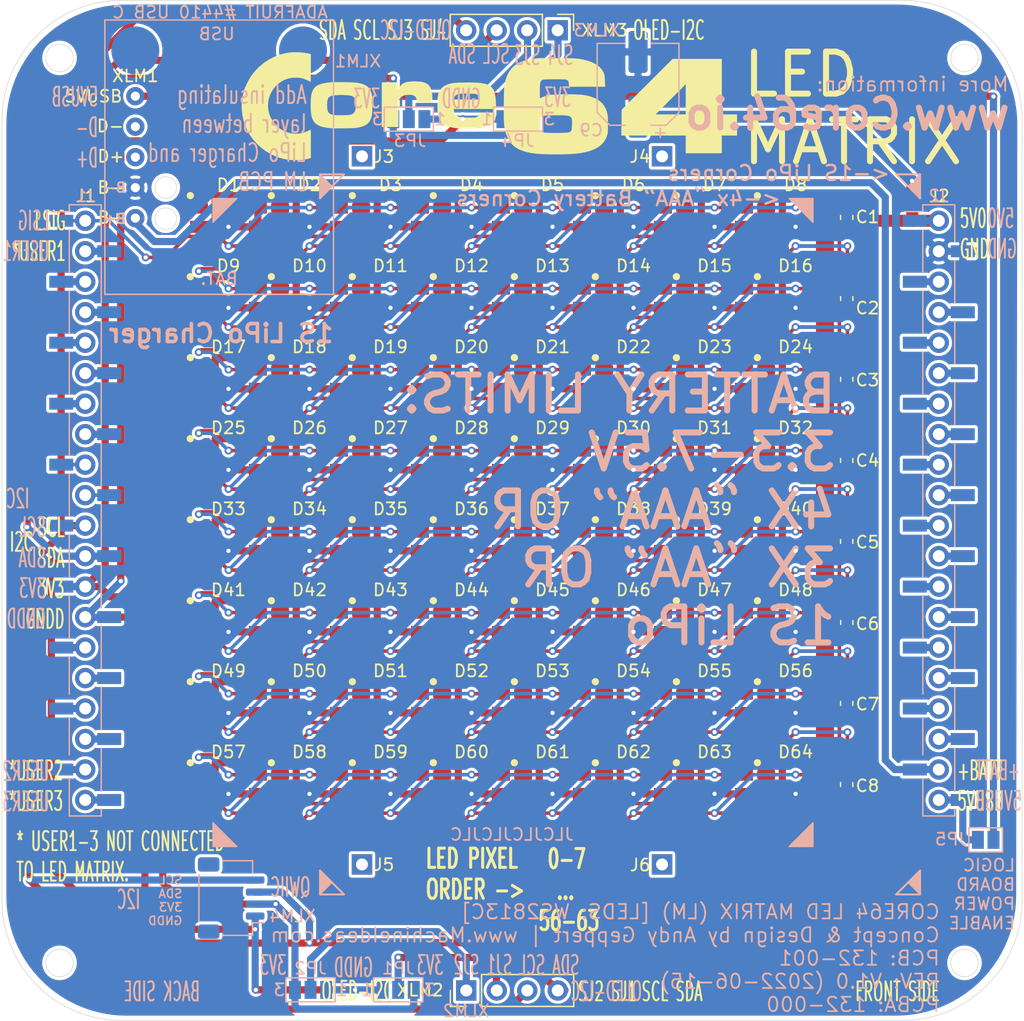
<source format=kicad_pcb>
(kicad_pcb (version 20171130) (host pcbnew "(5.1.2-1)-1")
  (title_block (title "Core 64 (Cores)") (date 2020-03-16) (rev 0.3) (company "Andy Geppert"))
  (layers (0 F.Cu signal) (31 B.Cu signal) (34 B.Paste user hide) (35 F.Paste user hide) (36 B.SilkS user) (37 F.SilkS user) (38 B.Mask user hide) (39 F.Mask user hide) (44 Edge.Cuts user))
  (net 0 "")
  (net 1 "Net-(J1-Pad18)")
  (net 2 "Net-(J1-Pad17)")
  (net 3 "Net-(J1-Pad15)")
  (net 4 "Net-(J1-Pad9)")
  (net 5 "Net-(J1-Pad4)")
  (net 6 LED_MATRIX_5V0_SIG)
  (net 7 "Net-(J1-Pad5)")
  (net 8 "Net-(J1-Pad6)")
  (net 9 "Net-(J1-Pad8)")
  (net 10 "Net-(J1-Pad7)")
  (net 11 "Net-(J1-Pad3)")
  (net 12 "Net-(J1-Pad16)")
  (net 13 "Net-(J1-Pad10)")
  (net 14 "Net-(J2-Pad18)")
  (net 15 "Net-(J2-Pad17)")
  (net 16 "Net-(J2-Pad15)")
  (net 17 "Net-(J2-Pad9)")
  (net 18 "Net-(J2-Pad4)")
  (net 19 5V0)
  (net 20 GND)
  (net 21 "Net-(J2-Pad5)")
  (net 22 "Net-(J2-Pad6)")
  (net 23 "Net-(J2-Pad8)")
  (net 24 "Net-(J2-Pad7)")
  (net 25 "Net-(J2-Pad3)")
  (net 26 "Net-(J2-Pad11)")
  (net 27 "Net-(J2-Pad13)")
  (net 28 "Net-(J2-Pad12)")
  (net 29 "Net-(J2-Pad16)")
  (net 30 "Net-(J2-Pad14)")
  (net 31 "Net-(J2-Pad10)")
  (net 32 "Net-(D1-Pad1)")
  (net 33 "Net-(D1-Pad3)")
  (net 34 "Net-(D2-Pad1)")
  (net 35 "Net-(D2-Pad3)")
  (net 36 "Net-(D3-Pad1)")
  (net 37 "Net-(D3-Pad3)")
  (net 38 "Net-(D4-Pad1)")
  (net 39 "Net-(D4-Pad3)")
  (net 40 "Net-(D5-Pad1)")
  (net 41 "Net-(D5-Pad3)")
  (net 42 "Net-(D6-Pad1)")
  (net 43 "Net-(D6-Pad3)")
  (net 44 "Net-(D7-Pad1)")
  (net 45 "Net-(D8-Pad1)")
  (net 46 "Net-(D9-Pad1)")
  (net 47 "Net-(D10-Pad1)")
  (net 48 "Net-(D10-Pad3)")
  (net 49 "Net-(D10-Pad4)")
  (net 50 "Net-(D11-Pad1)")
  (net 51 "Net-(D11-Pad3)")
  (net 52 "Net-(D12-Pad1)")
  (net 53 "Net-(D12-Pad3)")
  (net 54 "Net-(D13-Pad1)")
  (net 55 "Net-(D13-Pad3)")
  (net 56 "Net-(D14-Pad1)")
  (net 57 "Net-(D14-Pad3)")
  (net 58 "Net-(D15-Pad1)")
  (net 59 "Net-(D16-Pad1)")
  (net 60 "Net-(D17-Pad1)")
  (net 61 "Net-(D17-Pad3)")
  (net 62 "Net-(D18-Pad1)")
  (net 63 "Net-(D18-Pad3)")
  (net 64 "Net-(D19-Pad1)")
  (net 65 "Net-(D19-Pad3)")
  (net 66 "Net-(D20-Pad1)")
  (net 67 "Net-(D20-Pad3)")
  (net 68 "Net-(D21-Pad1)")
  (net 69 "Net-(D21-Pad3)")
  (net 70 "Net-(D22-Pad1)")
  (net 71 "Net-(D22-Pad3)")
  (net 72 "Net-(D23-Pad1)")
  (net 73 "Net-(D24-Pad1)")
  (net 74 "Net-(D25-Pad1)")
  (net 75 "Net-(D25-Pad3)")
  (net 76 "Net-(D26-Pad1)")
  (net 77 "Net-(D26-Pad3)")
  (net 78 "Net-(D27-Pad1)")
  (net 79 "Net-(D27-Pad3)")
  (net 80 "Net-(D28-Pad1)")
  (net 81 "Net-(D28-Pad3)")
  (net 82 "Net-(D29-Pad1)")
  (net 83 "Net-(D29-Pad3)")
  (net 84 "Net-(D30-Pad1)")
  (net 85 "Net-(D30-Pad3)")
  (net 86 "Net-(D31-Pad1)")
  (net 87 "Net-(D32-Pad1)")
  (net 88 "Net-(D33-Pad1)")
  (net 89 "Net-(D33-Pad3)")
  (net 90 "Net-(D34-Pad1)")
  (net 91 "Net-(D34-Pad3)")
  (net 92 "Net-(D35-Pad1)")
  (net 93 "Net-(D35-Pad3)")
  (net 94 "Net-(D36-Pad1)")
  (net 95 "Net-(D36-Pad3)")
  (net 96 "Net-(D37-Pad1)")
  (net 97 "Net-(D37-Pad3)")
  (net 98 "Net-(D38-Pad1)")
  (net 99 "Net-(D38-Pad3)")
  (net 100 "Net-(D39-Pad1)")
  (net 101 "Net-(D40-Pad1)")
  (net 102 "Net-(D41-Pad1)")
  (net 103 "Net-(D41-Pad3)")
  (net 104 "Net-(D42-Pad1)")
  (net 105 "Net-(D42-Pad3)")
  (net 106 "Net-(D43-Pad1)")
  (net 107 "Net-(D43-Pad3)")
  (net 108 "Net-(D44-Pad1)")
  (net 109 "Net-(D44-Pad3)")
  (net 110 "Net-(D45-Pad1)")
  (net 111 "Net-(D45-Pad3)")
  (net 112 "Net-(D46-Pad1)")
  (net 113 "Net-(D46-Pad3)")
  (net 114 "Net-(D47-Pad1)")
  (net 115 "Net-(D48-Pad1)")
  (net 116 "Net-(D49-Pad1)")
  (net 117 "Net-(D49-Pad3)")
  (net 118 "Net-(D50-Pad1)")
  (net 119 "Net-(D50-Pad3)")
  (net 120 "Net-(D51-Pad1)")
  (net 121 "Net-(D51-Pad3)")
  (net 122 "Net-(D52-Pad1)")
  (net 123 "Net-(D52-Pad3)")
  (net 124 "Net-(D53-Pad1)")
  (net 125 "Net-(D53-Pad3)")
  (net 126 "Net-(D54-Pad1)")
  (net 127 "Net-(D54-Pad3)")
  (net 128 "Net-(D55-Pad1)")
  (net 129 "Net-(D56-Pad1)")
  (net 130 "Net-(D57-Pad1)")
  (net 131 "Net-(D57-Pad3)")
  (net 132 "Net-(D58-Pad1)")
  (net 133 "Net-(D58-Pad3)")
  (net 134 "Net-(D59-Pad1)")
  (net 135 "Net-(D59-Pad3)")
  (net 136 "Net-(D60-Pad1)")
  (net 137 "Net-(D60-Pad3)")
  (net 138 "Net-(D61-Pad1)")
  (net 139 "Net-(D61-Pad3)")
  (net 140 "Net-(D62-Pad1)")
  (net 141 "Net-(D62-Pad3)")
  (net 142 "Net-(D63-Pad1)")
  (net 143 "Net-(D63-Pad3)")
  (net 144 "Net-(D64-Pad1)")
  (net 145 "Net-(D64-Pad3)")
  (net 146 R1DIN)
  (net 147 R1DO)
  (net 148 R2DIN)
  (net 149 R2DO)
  (net 150 R3DIN)
  (net 151 R3DO)
  (net 152 R4DIN)
  (net 153 R4DO)
  (net 154 R5DIN)
  (net 155 R5DO)
  (net 156 R6DIN)
  (net 157 R6DO)
  (net 158 R7DIN)
  (net 159 R7DO)
  (net 160 "Net-(J1-Pad2)")
  (net 161 +BATT)
  (net 162 5VUSB)
  (net 163 I2C_CLOCK)
  (net 164 3V3)
  (net 165 I2C_DATA)
  (net 166 GNDD)
  (net 167 "Net-(JP1-Pad2)")
  (net 168 "Net-(JP2-Pad2)")
  (net 169 "Net-(J1-Pad19)")
  (net 170 "Net-(J1-Pad20)")
  (net 171 "Net-(JP3-Pad2)")
  (net 172 "Net-(JP4-Pad2)")
  (net 173 "Net-(JP5-Pad1)")
  (net 174 "Net-(XLM1-Pad3)")
  (net 175 "Net-(XLM1-Pad2)")
  (net 176 "Net-(J3-Pad1)")
  (net 177 "Net-(J4-Pad1)")
  (net 178 "Net-(J5-Pad1)")
  (net 179 "Net-(J6-Pad1)")
  (module Core_Memory_8x8_Array:LED_WS2813_PLCC6_5.0x5.0mm_P1.6mm_Core64_Abg_Mod (layer F.Cu) (at 10.125 -3.375)
    (fp_text reference D30 (at 0 -3.5) (layer F.SilkS))
    (fp_text value WS2813C)
    (pad 1 smd roundrect (at -2.45 -1.6) (size 1.5 1) (layers F.Cu F.Paste F.Mask) (net 84 "Net-(D30-Pad1)"))
    (pad 2 smd rect (at -2.45 0) (size 1.5 1) (layers F.Cu F.Paste F.Mask) (net 19 5V0))
    (pad 3 smd rect (at -2.45 1.6) (size 1.5 1) (layers F.Cu F.Paste F.Mask) (net 85 "Net-(D30-Pad3)"))
    (pad 6 smd rect (at 2.45 -1.6) (size 1.5 1) (layers F.Cu F.Paste F.Mask) (net 81 "Net-(D28-Pad3)"))
    (pad 5 smd rect (at 2.45 0) (size 1.5 1) (layers F.Cu F.Paste F.Mask) (net 20 GND))
    (pad 4 smd rect (at 2.45 1.6) (size 1.5 1) (layers F.Cu F.Paste F.Mask) (net 83 "Net-(D29-Pad3)"))
  )
  (module Core_Memory_8x8_Array:LED_WS2813_PLCC6_5.0x5.0mm_P1.6mm_Core64_Abg_Mod (layer F.Cu) (at 23.625 -23.625)
    (fp_text reference D8 (at 0 -3.5) (layer F.SilkS))
    (fp_text value WS2813C)
    (pad 1 smd roundrect (at -2.45 -1.6) (size 1.5 1) (layers F.Cu F.Paste F.Mask) (net 45 "Net-(D8-Pad1)"))
    (pad 2 smd rect (at -2.45 0) (size 1.5 1) (layers F.Cu F.Paste F.Mask) (net 19 5V0))
    (pad 3 smd rect (at -2.45 1.6) (size 1.5 1) (layers F.Cu F.Paste F.Mask) (net 147 R1DO))
    (pad 6 smd rect (at 2.45 -1.6) (size 1.5 1) (layers F.Cu F.Paste F.Mask) (net 43 "Net-(D6-Pad3)"))
    (pad 5 smd rect (at 2.45 0) (size 1.5 1) (layers F.Cu F.Paste F.Mask) (net 20 GND))
    (pad 4 smd rect (at 2.45 1.6) (size 1.5 1) (layers F.Cu F.Paste F.Mask) (net 146 R1DIN))
  )
  (module Core_Memory_8x8_Array:LED_WS2813_PLCC6_5.0x5.0mm_P1.6mm_Core64_Abg_Mod (layer F.Cu) (at 10.125 -23.625)
    (fp_text reference D6 (at 0 -3.5) (layer F.SilkS))
    (fp_text value WS2813C)
    (pad 1 smd roundrect (at -2.45 -1.6) (size 1.5 1) (layers F.Cu F.Paste F.Mask) (net 42 "Net-(D6-Pad1)"))
    (pad 2 smd rect (at -2.45 0) (size 1.5 1) (layers F.Cu F.Paste F.Mask) (net 19 5V0))
    (pad 3 smd rect (at -2.45 1.6) (size 1.5 1) (layers F.Cu F.Paste F.Mask) (net 43 "Net-(D6-Pad3)"))
    (pad 6 smd rect (at 2.45 -1.6) (size 1.5 1) (layers F.Cu F.Paste F.Mask) (net 39 "Net-(D4-Pad3)"))
    (pad 5 smd rect (at 2.45 0) (size 1.5 1) (layers F.Cu F.Paste F.Mask) (net 20 GND))
    (pad 4 smd rect (at 2.45 1.6) (size 1.5 1) (layers F.Cu F.Paste F.Mask) (net 41 "Net-(D5-Pad3)"))
  )
  (module Core_Memory_8x8_Array:LED_WS2813_PLCC6_5.0x5.0mm_P1.6mm_Core64_Abg_Mod (layer F.Cu) (at 3.375 -23.625)
    (fp_text reference D5 (at 0 -3.5) (layer F.SilkS))
    (fp_text value WS2813C)
    (pad 1 smd roundrect (at -2.45 -1.6) (size 1.5 1) (layers F.Cu F.Paste F.Mask) (net 40 "Net-(D5-Pad1)"))
    (pad 2 smd rect (at -2.45 0) (size 1.5 1) (layers F.Cu F.Paste F.Mask) (net 19 5V0))
    (pad 3 smd rect (at -2.45 1.6) (size 1.5 1) (layers F.Cu F.Paste F.Mask) (net 41 "Net-(D5-Pad3)"))
    (pad 6 smd rect (at 2.45 -1.6) (size 1.5 1) (layers F.Cu F.Paste F.Mask) (net 37 "Net-(D3-Pad3)"))
    (pad 5 smd rect (at 2.45 0) (size 1.5 1) (layers F.Cu F.Paste F.Mask) (net 20 GND))
    (pad 4 smd rect (at 2.45 1.6) (size 1.5 1) (layers F.Cu F.Paste F.Mask) (net 39 "Net-(D4-Pad3)"))
  )
  (module Core_Memory_8x8_Array:LED_WS2813_PLCC6_5.0x5.0mm_P1.6mm_Core64_Abg_Mod (layer F.Cu) (at -3.375 16.875)
    (fp_text reference D52 (at 0 -3.5) (layer F.SilkS))
    (fp_text value WS2813C)
    (pad 1 smd roundrect (at -2.45 -1.6) (size 1.5 1) (layers F.Cu F.Paste F.Mask) (net 122 "Net-(D52-Pad1)"))
    (pad 2 smd rect (at -2.45 0) (size 1.5 1) (layers F.Cu F.Paste F.Mask) (net 19 5V0))
    (pad 3 smd rect (at -2.45 1.6) (size 1.5 1) (layers F.Cu F.Paste F.Mask) (net 123 "Net-(D52-Pad3)"))
    (pad 6 smd rect (at 2.45 -1.6) (size 1.5 1) (layers F.Cu F.Paste F.Mask) (net 119 "Net-(D50-Pad3)"))
    (pad 5 smd rect (at 2.45 0) (size 1.5 1) (layers F.Cu F.Paste F.Mask) (net 20 GND))
    (pad 4 smd rect (at 2.45 1.6) (size 1.5 1) (layers F.Cu F.Paste F.Mask) (net 121 "Net-(D51-Pad3)"))
  )
  (module Core_Memory_8x8_Array:LED_WS2813_PLCC6_5.0x5.0mm_P1.6mm_Core64_Abg_Mod (layer F.Cu) (at -10.125 -23.625)
    (fp_text reference D3 (at 0 -3.5) (layer F.SilkS))
    (fp_text value WS2813C)
    (pad 1 smd roundrect (at -2.45 -1.6) (size 1.5 1) (layers F.Cu F.Paste F.Mask) (net 36 "Net-(D3-Pad1)"))
    (pad 2 smd rect (at -2.45 0) (size 1.5 1) (layers F.Cu F.Paste F.Mask) (net 19 5V0))
    (pad 3 smd rect (at -2.45 1.6) (size 1.5 1) (layers F.Cu F.Paste F.Mask) (net 37 "Net-(D3-Pad3)"))
    (pad 6 smd rect (at 2.45 -1.6) (size 1.5 1) (layers F.Cu F.Paste F.Mask) (net 33 "Net-(D1-Pad3)"))
    (pad 5 smd rect (at 2.45 0) (size 1.5 1) (layers F.Cu F.Paste F.Mask) (net 20 GND))
    (pad 4 smd rect (at 2.45 1.6) (size 1.5 1) (layers F.Cu F.Paste F.Mask) (net 35 "Net-(D2-Pad3)"))
  )
  (module Core_Memory_8x8_Array:LED_WS2813_PLCC6_5.0x5.0mm_P1.6mm_Core64_Abg_Mod (layer F.Cu) (at -3.375 -23.625)
    (fp_text reference D4 (at 0 -3.5) (layer F.SilkS))
    (fp_text value WS2813C)
    (pad 1 smd roundrect (at -2.45 -1.6) (size 1.5 1) (layers F.Cu F.Paste F.Mask) (net 38 "Net-(D4-Pad1)"))
    (pad 2 smd rect (at -2.45 0) (size 1.5 1) (layers F.Cu F.Paste F.Mask) (net 19 5V0))
    (pad 3 smd rect (at -2.45 1.6) (size 1.5 1) (layers F.Cu F.Paste F.Mask) (net 39 "Net-(D4-Pad3)"))
    (pad 6 smd rect (at 2.45 -1.6) (size 1.5 1) (layers F.Cu F.Paste F.Mask) (net 35 "Net-(D2-Pad3)"))
    (pad 5 smd rect (at 2.45 0) (size 1.5 1) (layers F.Cu F.Paste F.Mask) (net 20 GND))
    (pad 4 smd rect (at 2.45 1.6) (size 1.5 1) (layers F.Cu F.Paste F.Mask) (net 37 "Net-(D3-Pad3)"))
  )
  (module Core_Memory_8x8_Array:LED_WS2813_PLCC6_5.0x5.0mm_P1.6mm_Core64_Abg_Mod (layer F.Cu) (at -16.875 -23.625)
    (fp_text reference D2 (at 0 -3.5) (layer F.SilkS))
    (fp_text value WS2813C)
    (pad 1 smd roundrect (at -2.45 -1.6) (size 1.5 1) (layers F.Cu F.Paste F.Mask) (net 34 "Net-(D2-Pad1)"))
    (pad 2 smd rect (at -2.45 0) (size 1.5 1) (layers F.Cu F.Paste F.Mask) (net 19 5V0))
    (pad 3 smd rect (at -2.45 1.6) (size 1.5 1) (layers F.Cu F.Paste F.Mask) (net 35 "Net-(D2-Pad3)"))
    (pad 6 smd rect (at 2.45 -1.6) (size 1.5 1) (layers F.Cu F.Paste F.Mask) (net 6 LED_MATRIX_5V0_SIG))
    (pad 5 smd rect (at 2.45 0) (size 1.5 1) (layers F.Cu F.Paste F.Mask) (net 20 GND))
    (pad 4 smd rect (at 2.45 1.6) (size 1.5 1) (layers F.Cu F.Paste F.Mask) (net 33 "Net-(D1-Pad3)"))
  )
  (module Core_Memory_8x8_Array:LED_WS2813_PLCC6_5.0x5.0mm_P1.6mm_Core64_Abg_Mod (layer F.Cu) (at -23.625 -23.625)
    (fp_text reference D1 (at 0 -3.5) (layer F.SilkS))
    (fp_text value WS2813C)
    (pad 1 smd roundrect (at -2.45 -1.6) (size 1.5 1) (layers F.Cu F.Paste F.Mask) (net 32 "Net-(D1-Pad1)"))
    (pad 2 smd rect (at -2.45 0) (size 1.5 1) (layers F.Cu F.Paste F.Mask) (net 19 5V0))
    (pad 3 smd rect (at -2.45 1.6) (size 1.5 1) (layers F.Cu F.Paste F.Mask) (net 33 "Net-(D1-Pad3)"))
    (pad 6 smd rect (at 2.45 -1.6) (size 1.5 1) (layers F.Cu F.Paste F.Mask) (net 20 GND))
    (pad 5 smd rect (at 2.45 0) (size 1.5 1) (layers F.Cu F.Paste F.Mask) (net 20 GND))
    (pad 4 smd rect (at 2.45 1.6) (size 1.5 1) (layers F.Cu F.Paste F.Mask) (net 6 LED_MATRIX_5V0_SIG))
  )
  (module Core_Memory_8x8_Array:LED_WS2813_PLCC6_5.0x5.0mm_P1.6mm_Core64_Abg_Mod (layer F.Cu) (at -16.875 -16.875)
    (fp_text reference D10 (at 0 -3.5) (layer F.SilkS))
    (fp_text value WS2813C)
    (pad 1 smd roundrect (at -2.45 -1.6) (size 1.5 1) (layers F.Cu F.Paste F.Mask) (net 47 "Net-(D10-Pad1)"))
    (pad 2 smd rect (at -2.45 0) (size 1.5 1) (layers F.Cu F.Paste F.Mask) (net 19 5V0))
    (pad 3 smd rect (at -2.45 1.6) (size 1.5 1) (layers F.Cu F.Paste F.Mask) (net 48 "Net-(D10-Pad3)"))
    (pad 6 smd rect (at 2.45 -1.6) (size 1.5 1) (layers F.Cu F.Paste F.Mask) (net 147 R1DO))
    (pad 5 smd rect (at 2.45 0) (size 1.5 1) (layers F.Cu F.Paste F.Mask) (net 20 GND))
    (pad 4 smd rect (at 2.45 1.6) (size 1.5 1) (layers F.Cu F.Paste F.Mask) (net 49 "Net-(D10-Pad4)"))
  )
  (module Core_Memory_8x8_Array:LED_WS2813_PLCC6_5.0x5.0mm_P1.6mm_Core64_Abg_Mod (layer F.Cu) (at -10.125 -16.875)
    (fp_text reference D11 (at 0 -3.5) (layer F.SilkS))
    (fp_text value WS2813C)
    (pad 1 smd roundrect (at -2.45 -1.6) (size 1.5 1) (layers F.Cu F.Paste F.Mask) (net 50 "Net-(D11-Pad1)"))
    (pad 2 smd rect (at -2.45 0) (size 1.5 1) (layers F.Cu F.Paste F.Mask) (net 19 5V0))
    (pad 3 smd rect (at -2.45 1.6) (size 1.5 1) (layers F.Cu F.Paste F.Mask) (net 51 "Net-(D11-Pad3)"))
    (pad 6 smd rect (at 2.45 -1.6) (size 1.5 1) (layers F.Cu F.Paste F.Mask) (net 49 "Net-(D10-Pad4)"))
    (pad 5 smd rect (at 2.45 0) (size 1.5 1) (layers F.Cu F.Paste F.Mask) (net 20 GND))
    (pad 4 smd rect (at 2.45 1.6) (size 1.5 1) (layers F.Cu F.Paste F.Mask) (net 48 "Net-(D10-Pad3)"))
  )
  (module Core_Memory_8x8_Array:LED_WS2813_PLCC6_5.0x5.0mm_P1.6mm_Core64_Abg_Mod (layer F.Cu) (at -3.375 -16.875)
    (fp_text reference D12 (at 0 -3.5) (layer F.SilkS))
    (fp_text value WS2813C)
    (pad 1 smd roundrect (at -2.45 -1.6) (size 1.5 1) (layers F.Cu F.Paste F.Mask) (net 52 "Net-(D12-Pad1)"))
    (pad 2 smd rect (at -2.45 0) (size 1.5 1) (layers F.Cu F.Paste F.Mask) (net 19 5V0))
    (pad 3 smd rect (at -2.45 1.6) (size 1.5 1) (layers F.Cu F.Paste F.Mask) (net 53 "Net-(D12-Pad3)"))
    (pad 6 smd rect (at 2.45 -1.6) (size 1.5 1) (layers F.Cu F.Paste F.Mask) (net 48 "Net-(D10-Pad3)"))
    (pad 5 smd rect (at 2.45 0) (size 1.5 1) (layers F.Cu F.Paste F.Mask) (net 20 GND))
    (pad 4 smd rect (at 2.45 1.6) (size 1.5 1) (layers F.Cu F.Paste F.Mask) (net 51 "Net-(D11-Pad3)"))
  )
  (module Core_Memory_8x8_Array:LED_WS2813_PLCC6_5.0x5.0mm_P1.6mm_Core64_Abg_Mod (layer F.Cu) (at -23.625 -16.875)
    (fp_text reference D9 (at 0 -3.5) (layer F.SilkS))
    (fp_text value WS2813C)
    (pad 1 smd roundrect (at -2.45 -1.6) (size 1.5 1) (layers F.Cu F.Paste F.Mask) (net 46 "Net-(D9-Pad1)"))
    (pad 2 smd rect (at -2.45 0) (size 1.5 1) (layers F.Cu F.Paste F.Mask) (net 19 5V0))
    (pad 3 smd rect (at -2.45 1.6) (size 1.5 1) (layers F.Cu F.Paste F.Mask) (net 49 "Net-(D10-Pad4)"))
    (pad 6 smd rect (at 2.45 -1.6) (size 1.5 1) (layers F.Cu F.Paste F.Mask) (net 146 R1DIN))
    (pad 5 smd rect (at 2.45 0) (size 1.5 1) (layers F.Cu F.Paste F.Mask) (net 20 GND))
    (pad 4 smd rect (at 2.45 1.6) (size 1.5 1) (layers F.Cu F.Paste F.Mask) (net 147 R1DO))
  )
  (module Core_Memory_8x8_Array:LED_WS2813_PLCC6_5.0x5.0mm_P1.6mm_Core64_Abg_Mod (layer F.Cu) (at 16.875 -16.875)
    (fp_text reference D15 (at 0 -3.5) (layer F.SilkS))
    (fp_text value WS2813C)
    (pad 1 smd roundrect (at -2.45 -1.6) (size 1.5 1) (layers F.Cu F.Paste F.Mask) (net 58 "Net-(D15-Pad1)"))
    (pad 2 smd rect (at -2.45 0) (size 1.5 1) (layers F.Cu F.Paste F.Mask) (net 19 5V0))
    (pad 3 smd rect (at -2.45 1.6) (size 1.5 1) (layers F.Cu F.Paste F.Mask) (net 148 R2DIN))
    (pad 6 smd rect (at 2.45 -1.6) (size 1.5 1) (layers F.Cu F.Paste F.Mask) (net 55 "Net-(D13-Pad3)"))
    (pad 5 smd rect (at 2.45 0) (size 1.5 1) (layers F.Cu F.Paste F.Mask) (net 20 GND))
    (pad 4 smd rect (at 2.45 1.6) (size 1.5 1) (layers F.Cu F.Paste F.Mask) (net 57 "Net-(D14-Pad3)"))
  )
  (module Core_Memory_8x8_Array:LED_WS2813_PLCC6_5.0x5.0mm_P1.6mm_Core64_Abg_Mod (layer F.Cu) (at 23.625 -10.125)
    (fp_text reference D24 (at 0 -3.5) (layer F.SilkS))
    (fp_text value WS2813C)
    (pad 1 smd roundrect (at -2.45 -1.6) (size 1.5 1) (layers F.Cu F.Paste F.Mask) (net 73 "Net-(D24-Pad1)"))
    (pad 2 smd rect (at -2.45 0) (size 1.5 1) (layers F.Cu F.Paste F.Mask) (net 19 5V0))
    (pad 3 smd rect (at -2.45 1.6) (size 1.5 1) (layers F.Cu F.Paste F.Mask) (net 151 R3DO))
    (pad 6 smd rect (at 2.45 -1.6) (size 1.5 1) (layers F.Cu F.Paste F.Mask) (net 71 "Net-(D22-Pad3)"))
    (pad 5 smd rect (at 2.45 0) (size 1.5 1) (layers F.Cu F.Paste F.Mask) (net 20 GND))
    (pad 4 smd rect (at 2.45 1.6) (size 1.5 1) (layers F.Cu F.Paste F.Mask) (net 150 R3DIN))
  )
  (module Core_Memory_8x8_Array:LED_WS2813_PLCC6_5.0x5.0mm_P1.6mm_Core64_Abg_Mod (layer F.Cu) (at 16.875 -23.625)
    (fp_text reference D7 (at 0 -3.5) (layer F.SilkS))
    (fp_text value WS2813C)
    (pad 1 smd roundrect (at -2.45 -1.6) (size 1.5 1) (layers F.Cu F.Paste F.Mask) (net 44 "Net-(D7-Pad1)"))
    (pad 2 smd rect (at -2.45 0) (size 1.5 1) (layers F.Cu F.Paste F.Mask) (net 19 5V0))
    (pad 3 smd rect (at -2.45 1.6) (size 1.5 1) (layers F.Cu F.Paste F.Mask) (net 146 R1DIN))
    (pad 6 smd rect (at 2.45 -1.6) (size 1.5 1) (layers F.Cu F.Paste F.Mask) (net 41 "Net-(D5-Pad3)"))
    (pad 5 smd rect (at 2.45 0) (size 1.5 1) (layers F.Cu F.Paste F.Mask) (net 20 GND))
    (pad 4 smd rect (at 2.45 1.6) (size 1.5 1) (layers F.Cu F.Paste F.Mask) (net 43 "Net-(D6-Pad3)"))
  )
  (module Core_Memory_8x8_Array:LED_WS2813_PLCC6_5.0x5.0mm_P1.6mm_Core64_Abg_Mod (layer F.Cu) (at 3.375 -16.875)
    (fp_text reference D13 (at 0 -3.5) (layer F.SilkS))
    (fp_text value WS2813C)
    (pad 1 smd roundrect (at -2.45 -1.6) (size 1.5 1) (layers F.Cu F.Paste F.Mask) (net 54 "Net-(D13-Pad1)"))
    (pad 2 smd rect (at -2.45 0) (size 1.5 1) (layers F.Cu F.Paste F.Mask) (net 19 5V0))
    (pad 3 smd rect (at -2.45 1.6) (size 1.5 1) (layers F.Cu F.Paste F.Mask) (net 55 "Net-(D13-Pad3)"))
    (pad 6 smd rect (at 2.45 -1.6) (size 1.5 1) (layers F.Cu F.Paste F.Mask) (net 51 "Net-(D11-Pad3)"))
    (pad 5 smd rect (at 2.45 0) (size 1.5 1) (layers F.Cu F.Paste F.Mask) (net 20 GND))
    (pad 4 smd rect (at 2.45 1.6) (size 1.5 1) (layers F.Cu F.Paste F.Mask) (net 53 "Net-(D12-Pad3)"))
  )
  (module Core_Memory_8x8_Array:LED_WS2813_PLCC6_5.0x5.0mm_P1.6mm_Core64_Abg_Mod (layer F.Cu) (at 10.125 -16.875)
    (fp_text reference D14 (at 0 -3.5) (layer F.SilkS))
    (fp_text value WS2813C)
    (pad 1 smd roundrect (at -2.45 -1.6) (size 1.5 1) (layers F.Cu F.Paste F.Mask) (net 56 "Net-(D14-Pad1)"))
    (pad 2 smd rect (at -2.45 0) (size 1.5 1) (layers F.Cu F.Paste F.Mask) (net 19 5V0))
    (pad 3 smd rect (at -2.45 1.6) (size 1.5 1) (layers F.Cu F.Paste F.Mask) (net 57 "Net-(D14-Pad3)"))
    (pad 6 smd rect (at 2.45 -1.6) (size 1.5 1) (layers F.Cu F.Paste F.Mask) (net 53 "Net-(D12-Pad3)"))
    (pad 5 smd rect (at 2.45 0) (size 1.5 1) (layers F.Cu F.Paste F.Mask) (net 20 GND))
    (pad 4 smd rect (at 2.45 1.6) (size 1.5 1) (layers F.Cu F.Paste F.Mask) (net 55 "Net-(D13-Pad3)"))
  )
  (module Core_Memory_8x8_Array:LED_WS2813_PLCC6_5.0x5.0mm_P1.6mm_Core64_Abg_Mod (layer F.Cu) (at 23.625 -16.875)
    (fp_text reference D16 (at 0 -3.5) (layer F.SilkS))
    (fp_text value WS2813C)
    (pad 1 smd roundrect (at -2.45 -1.6) (size 1.5 1) (layers F.Cu F.Paste F.Mask) (net 59 "Net-(D16-Pad1)"))
    (pad 2 smd rect (at -2.45 0) (size 1.5 1) (layers F.Cu F.Paste F.Mask) (net 19 5V0))
    (pad 3 smd rect (at -2.45 1.6) (size 1.5 1) (layers F.Cu F.Paste F.Mask) (net 149 R2DO))
    (pad 6 smd rect (at 2.45 -1.6) (size 1.5 1) (layers F.Cu F.Paste F.Mask) (net 57 "Net-(D14-Pad3)"))
    (pad 5 smd rect (at 2.45 0) (size 1.5 1) (layers F.Cu F.Paste F.Mask) (net 20 GND))
    (pad 4 smd rect (at 2.45 1.6) (size 1.5 1) (layers F.Cu F.Paste F.Mask) (net 148 R2DIN))
  )
  (module Core_Memory_8x8_Array:LED_WS2813_PLCC6_5.0x5.0mm_P1.6mm_Core64_Abg_Mod (layer F.Cu) (at -23.625 -10.125)
    (fp_text reference D17 (at 0 -3.5) (layer F.SilkS))
    (fp_text value WS2813C)
    (pad 1 smd roundrect (at -2.45 -1.6) (size 1.5 1) (layers F.Cu F.Paste F.Mask) (net 60 "Net-(D17-Pad1)"))
    (pad 2 smd rect (at -2.45 0) (size 1.5 1) (layers F.Cu F.Paste F.Mask) (net 19 5V0))
    (pad 3 smd rect (at -2.45 1.6) (size 1.5 1) (layers F.Cu F.Paste F.Mask) (net 61 "Net-(D17-Pad3)"))
    (pad 6 smd rect (at 2.45 -1.6) (size 1.5 1) (layers F.Cu F.Paste F.Mask) (net 148 R2DIN))
    (pad 5 smd rect (at 2.45 0) (size 1.5 1) (layers F.Cu F.Paste F.Mask) (net 20 GND))
    (pad 4 smd rect (at 2.45 1.6) (size 1.5 1) (layers F.Cu F.Paste F.Mask) (net 149 R2DO))
  )
  (module Core_Memory_8x8_Array:LED_WS2813_PLCC6_5.0x5.0mm_P1.6mm_Core64_Abg_Mod (layer F.Cu) (at -16.875 -10.125)
    (fp_text reference D18 (at 0 -3.5) (layer F.SilkS))
    (fp_text value WS2813C)
    (pad 1 smd roundrect (at -2.45 -1.6) (size 1.5 1) (layers F.Cu F.Paste F.Mask) (net 62 "Net-(D18-Pad1)"))
    (pad 2 smd rect (at -2.45 0) (size 1.5 1) (layers F.Cu F.Paste F.Mask) (net 19 5V0))
    (pad 3 smd rect (at -2.45 1.6) (size 1.5 1) (layers F.Cu F.Paste F.Mask) (net 63 "Net-(D18-Pad3)"))
    (pad 6 smd rect (at 2.45 -1.6) (size 1.5 1) (layers F.Cu F.Paste F.Mask) (net 149 R2DO))
    (pad 5 smd rect (at 2.45 0) (size 1.5 1) (layers F.Cu F.Paste F.Mask) (net 20 GND))
    (pad 4 smd rect (at 2.45 1.6) (size 1.5 1) (layers F.Cu F.Paste F.Mask) (net 61 "Net-(D17-Pad3)"))
  )
  (module Core_Memory_8x8_Array:LED_WS2813_PLCC6_5.0x5.0mm_P1.6mm_Core64_Abg_Mod (layer F.Cu) (at -10.125 -10.125)
    (fp_text reference D19 (at 0 -3.5) (layer F.SilkS))
    (fp_text value WS2813C)
    (pad 1 smd roundrect (at -2.45 -1.6) (size 1.5 1) (layers F.Cu F.Paste F.Mask) (net 64 "Net-(D19-Pad1)"))
    (pad 2 smd rect (at -2.45 0) (size 1.5 1) (layers F.Cu F.Paste F.Mask) (net 19 5V0))
    (pad 3 smd rect (at -2.45 1.6) (size 1.5 1) (layers F.Cu F.Paste F.Mask) (net 65 "Net-(D19-Pad3)"))
    (pad 6 smd rect (at 2.45 -1.6) (size 1.5 1) (layers F.Cu F.Paste F.Mask) (net 61 "Net-(D17-Pad3)"))
    (pad 5 smd rect (at 2.45 0) (size 1.5 1) (layers F.Cu F.Paste F.Mask) (net 20 GND))
    (pad 4 smd rect (at 2.45 1.6) (size 1.5 1) (layers F.Cu F.Paste F.Mask) (net 63 "Net-(D18-Pad3)"))
  )
  (module Core_Memory_8x8_Array:LED_WS2813_PLCC6_5.0x5.0mm_P1.6mm_Core64_Abg_Mod (layer F.Cu) (at -3.375 -10.125)
    (fp_text reference D20 (at 0 -3.5) (layer F.SilkS))
    (fp_text value WS2813C)
    (pad 1 smd roundrect (at -2.45 -1.6) (size 1.5 1) (layers F.Cu F.Paste F.Mask) (net 66 "Net-(D20-Pad1)"))
    (pad 2 smd rect (at -2.45 0) (size 1.5 1) (layers F.Cu F.Paste F.Mask) (net 19 5V0))
    (pad 3 smd rect (at -2.45 1.6) (size 1.5 1) (layers F.Cu F.Paste F.Mask) (net 67 "Net-(D20-Pad3)"))
    (pad 6 smd rect (at 2.45 -1.6) (size 1.5 1) (layers F.Cu F.Paste F.Mask) (net 63 "Net-(D18-Pad3)"))
    (pad 5 smd rect (at 2.45 0) (size 1.5 1) (layers F.Cu F.Paste F.Mask) (net 20 GND))
    (pad 4 smd rect (at 2.45 1.6) (size 1.5 1) (layers F.Cu F.Paste F.Mask) (net 65 "Net-(D19-Pad3)"))
  )
  (module Core_Memory_8x8_Array:LED_WS2813_PLCC6_5.0x5.0mm_P1.6mm_Core64_Abg_Mod (layer F.Cu) (at 3.375 -10.125)
    (fp_text reference D21 (at 0 -3.5) (layer F.SilkS))
    (fp_text value WS2813C)
    (pad 1 smd roundrect (at -2.45 -1.6) (size 1.5 1) (layers F.Cu F.Paste F.Mask) (net 68 "Net-(D21-Pad1)"))
    (pad 2 smd rect (at -2.45 0) (size 1.5 1) (layers F.Cu F.Paste F.Mask) (net 19 5V0))
    (pad 3 smd rect (at -2.45 1.6) (size 1.5 1) (layers F.Cu F.Paste F.Mask) (net 69 "Net-(D21-Pad3)"))
    (pad 6 smd rect (at 2.45 -1.6) (size 1.5 1) (layers F.Cu F.Paste F.Mask) (net 65 "Net-(D19-Pad3)"))
    (pad 5 smd rect (at 2.45 0) (size 1.5 1) (layers F.Cu F.Paste F.Mask) (net 20 GND))
    (pad 4 smd rect (at 2.45 1.6) (size 1.5 1) (layers F.Cu F.Paste F.Mask) (net 67 "Net-(D20-Pad3)"))
  )
  (module Core_Memory_8x8_Array:LED_WS2813_PLCC6_5.0x5.0mm_P1.6mm_Core64_Abg_Mod (layer F.Cu) (at 10.125 -10.125)
    (fp_text reference D22 (at 0 -3.5) (layer F.SilkS))
    (fp_text value WS2813C)
    (pad 1 smd roundrect (at -2.45 -1.6) (size 1.5 1) (layers F.Cu F.Paste F.Mask) (net 70 "Net-(D22-Pad1)"))
    (pad 2 smd rect (at -2.45 0) (size 1.5 1) (layers F.Cu F.Paste F.Mask) (net 19 5V0))
    (pad 3 smd rect (at -2.45 1.6) (size 1.5 1) (layers F.Cu F.Paste F.Mask) (net 71 "Net-(D22-Pad3)"))
    (pad 6 smd rect (at 2.45 -1.6) (size 1.5 1) (layers F.Cu F.Paste F.Mask) (net 67 "Net-(D20-Pad3)"))
    (pad 5 smd rect (at 2.45 0) (size 1.5 1) (layers F.Cu F.Paste F.Mask) (net 20 GND))
    (pad 4 smd rect (at 2.45 1.6) (size 1.5 1) (layers F.Cu F.Paste F.Mask) (net 69 "Net-(D21-Pad3)"))
  )
  (module Core_Memory_8x8_Array:LED_WS2813_PLCC6_5.0x5.0mm_P1.6mm_Core64_Abg_Mod (layer F.Cu) (at 16.875 -10.125)
    (fp_text reference D23 (at 0 -3.5) (layer F.SilkS))
    (fp_text value WS2813C)
    (pad 1 smd roundrect (at -2.45 -1.6) (size 1.5 1) (layers F.Cu F.Paste F.Mask) (net 72 "Net-(D23-Pad1)"))
    (pad 2 smd rect (at -2.45 0) (size 1.5 1) (layers F.Cu F.Paste F.Mask) (net 19 5V0))
    (pad 3 smd rect (at -2.45 1.6) (size 1.5 1) (layers F.Cu F.Paste F.Mask) (net 150 R3DIN))
    (pad 6 smd rect (at 2.45 -1.6) (size 1.5 1) (layers F.Cu F.Paste F.Mask) (net 69 "Net-(D21-Pad3)"))
    (pad 5 smd rect (at 2.45 0) (size 1.5 1) (layers F.Cu F.Paste F.Mask) (net 20 GND))
    (pad 4 smd rect (at 2.45 1.6) (size 1.5 1) (layers F.Cu F.Paste F.Mask) (net 71 "Net-(D22-Pad3)"))
  )
  (module Core_Memory_8x8_Array:LED_WS2813_PLCC6_5.0x5.0mm_P1.6mm_Core64_Abg_Mod (layer F.Cu) (at -23.625 -3.375)
    (fp_text reference D25 (at 0 -3.5) (layer F.SilkS))
    (fp_text value WS2813C)
    (pad 1 smd roundrect (at -2.45 -1.6) (size 1.5 1) (layers F.Cu F.Paste F.Mask) (net 74 "Net-(D25-Pad1)"))
    (pad 2 smd rect (at -2.45 0) (size 1.5 1) (layers F.Cu F.Paste F.Mask) (net 19 5V0))
    (pad 3 smd rect (at -2.45 1.6) (size 1.5 1) (layers F.Cu F.Paste F.Mask) (net 75 "Net-(D25-Pad3)"))
    (pad 6 smd rect (at 2.45 -1.6) (size 1.5 1) (layers F.Cu F.Paste F.Mask) (net 150 R3DIN))
    (pad 5 smd rect (at 2.45 0) (size 1.5 1) (layers F.Cu F.Paste F.Mask) (net 20 GND))
    (pad 4 smd rect (at 2.45 1.6) (size 1.5 1) (layers F.Cu F.Paste F.Mask) (net 151 R3DO))
  )
  (module Core_Memory_8x8_Array:LED_WS2813_PLCC6_5.0x5.0mm_P1.6mm_Core64_Abg_Mod (layer F.Cu) (at -16.875 -3.375)
    (fp_text reference D26 (at 0 -3.5) (layer F.SilkS))
    (fp_text value WS2813C)
    (pad 1 smd roundrect (at -2.45 -1.6) (size 1.5 1) (layers F.Cu F.Paste F.Mask) (net 76 "Net-(D26-Pad1)"))
    (pad 2 smd rect (at -2.45 0) (size 1.5 1) (layers F.Cu F.Paste F.Mask) (net 19 5V0))
    (pad 3 smd rect (at -2.45 1.6) (size 1.5 1) (layers F.Cu F.Paste F.Mask) (net 77 "Net-(D26-Pad3)"))
    (pad 6 smd rect (at 2.45 -1.6) (size 1.5 1) (layers F.Cu F.Paste F.Mask) (net 151 R3DO))
    (pad 5 smd rect (at 2.45 0) (size 1.5 1) (layers F.Cu F.Paste F.Mask) (net 20 GND))
    (pad 4 smd rect (at 2.45 1.6) (size 1.5 1) (layers F.Cu F.Paste F.Mask) (net 75 "Net-(D25-Pad3)"))
  )
  (module Core_Memory_8x8_Array:LED_WS2813_PLCC6_5.0x5.0mm_P1.6mm_Core64_Abg_Mod (layer F.Cu) (at -10.125 -3.375)
    (fp_text reference D27 (at 0 -3.5) (layer F.SilkS))
    (fp_text value WS2813C)
    (pad 1 smd roundrect (at -2.45 -1.6) (size 1.5 1) (layers F.Cu F.Paste F.Mask) (net 78 "Net-(D27-Pad1)"))
    (pad 2 smd rect (at -2.45 0) (size 1.5 1) (layers F.Cu F.Paste F.Mask) (net 19 5V0))
    (pad 3 smd rect (at -2.45 1.6) (size 1.5 1) (layers F.Cu F.Paste F.Mask) (net 79 "Net-(D27-Pad3)"))
    (pad 6 smd rect (at 2.45 -1.6) (size 1.5 1) (layers F.Cu F.Paste F.Mask) (net 75 "Net-(D25-Pad3)"))
    (pad 5 smd rect (at 2.45 0) (size 1.5 1) (layers F.Cu F.Paste F.Mask) (net 20 GND))
    (pad 4 smd rect (at 2.45 1.6) (size 1.5 1) (layers F.Cu F.Paste F.Mask) (net 77 "Net-(D26-Pad3)"))
  )
  (module Core_Memory_8x8_Array:LED_WS2813_PLCC6_5.0x5.0mm_P1.6mm_Core64_Abg_Mod (layer F.Cu) (at -3.375 -3.375)
    (fp_text reference D28 (at 0 -3.5) (layer F.SilkS))
    (fp_text value WS2813C)
    (pad 1 smd roundrect (at -2.45 -1.6) (size 1.5 1) (layers F.Cu F.Paste F.Mask) (net 80 "Net-(D28-Pad1)"))
    (pad 2 smd rect (at -2.45 0) (size 1.5 1) (layers F.Cu F.Paste F.Mask) (net 19 5V0))
    (pad 3 smd rect (at -2.45 1.6) (size 1.5 1) (layers F.Cu F.Paste F.Mask) (net 81 "Net-(D28-Pad3)"))
    (pad 6 smd rect (at 2.45 -1.6) (size 1.5 1) (layers F.Cu F.Paste F.Mask) (net 77 "Net-(D26-Pad3)"))
    (pad 5 smd rect (at 2.45 0) (size 1.5 1) (layers F.Cu F.Paste F.Mask) (net 20 GND))
    (pad 4 smd rect (at 2.45 1.6) (size 1.5 1) (layers F.Cu F.Paste F.Mask) (net 79 "Net-(D27-Pad3)"))
  )
  (module Core_Memory_8x8_Array:LED_WS2813_PLCC6_5.0x5.0mm_P1.6mm_Core64_Abg_Mod (layer F.Cu) (at 3.375 -3.375)
    (fp_text reference D29 (at 0 -3.5) (layer F.SilkS))
    (fp_text value WS2813C)
    (pad 1 smd roundrect (at -2.45 -1.6) (size 1.5 1) (layers F.Cu F.Paste F.Mask) (net 82 "Net-(D29-Pad1)"))
    (pad 2 smd rect (at -2.45 0) (size 1.5 1) (layers F.Cu F.Paste F.Mask) (net 19 5V0))
    (pad 3 smd rect (at -2.45 1.6) (size 1.5 1) (layers F.Cu F.Paste F.Mask) (net 83 "Net-(D29-Pad3)"))
    (pad 6 smd rect (at 2.45 -1.6) (size 1.5 1) (layers F.Cu F.Paste F.Mask) (net 79 "Net-(D27-Pad3)"))
    (pad 5 smd rect (at 2.45 0) (size 1.5 1) (layers F.Cu F.Paste F.Mask) (net 20 GND))
    (pad 4 smd rect (at 2.45 1.6) (size 1.5 1) (layers F.Cu F.Paste F.Mask) (net 81 "Net-(D28-Pad3)"))
  )
  (module Core_Memory_8x8_Array:LED_WS2813_PLCC6_5.0x5.0mm_P1.6mm_Core64_Abg_Mod (layer F.Cu) (at 16.875 -3.375)
    (fp_text reference D31 (at 0 -3.5) (layer F.SilkS))
    (fp_text value WS2813C)
    (pad 1 smd roundrect (at -2.45 -1.6) (size 1.5 1) (layers F.Cu F.Paste F.Mask) (net 86 "Net-(D31-Pad1)"))
    (pad 2 smd rect (at -2.45 0) (size 1.5 1) (layers F.Cu F.Paste F.Mask) (net 19 5V0))
    (pad 3 smd rect (at -2.45 1.6) (size 1.5 1) (layers F.Cu F.Paste F.Mask) (net 152 R4DIN))
    (pad 6 smd rect (at 2.45 -1.6) (size 1.5 1) (layers F.Cu F.Paste F.Mask) (net 83 "Net-(D29-Pad3)"))
    (pad 5 smd rect (at 2.45 0) (size 1.5 1) (layers F.Cu F.Paste F.Mask) (net 20 GND))
    (pad 4 smd rect (at 2.45 1.6) (size 1.5 1) (layers F.Cu F.Paste F.Mask) (net 85 "Net-(D30-Pad3)"))
  )
  (module Core_Memory_8x8_Array:LED_WS2813_PLCC6_5.0x5.0mm_P1.6mm_Core64_Abg_Mod (layer F.Cu) (at 23.625 -3.375)
    (fp_text reference D32 (at 0 -3.5) (layer F.SilkS))
    (fp_text value WS2813C)
    (pad 1 smd roundrect (at -2.45 -1.6) (size 1.5 1) (layers F.Cu F.Paste F.Mask) (net 87 "Net-(D32-Pad1)"))
    (pad 2 smd rect (at -2.45 0) (size 1.5 1) (layers F.Cu F.Paste F.Mask) (net 19 5V0))
    (pad 3 smd rect (at -2.45 1.6) (size 1.5 1) (layers F.Cu F.Paste F.Mask) (net 153 R4DO))
    (pad 6 smd rect (at 2.45 -1.6) (size 1.5 1) (layers F.Cu F.Paste F.Mask) (net 85 "Net-(D30-Pad3)"))
    (pad 5 smd rect (at 2.45 0) (size 1.5 1) (layers F.Cu F.Paste F.Mask) (net 20 GND))
    (pad 4 smd rect (at 2.45 1.6) (size 1.5 1) (layers F.Cu F.Paste F.Mask) (net 152 R4DIN))
  )
  (module Core_Memory_8x8_Array:LED_WS2813_PLCC6_5.0x5.0mm_P1.6mm_Core64_Abg_Mod (layer F.Cu) (at -23.625 3.375)
    (fp_text reference D33 (at 0 -3.5) (layer F.SilkS))
    (fp_text value WS2813C)
    (pad 1 smd roundrect (at -2.45 -1.6) (size 1.5 1) (layers F.Cu F.Paste F.Mask) (net 88 "Net-(D33-Pad1)"))
    (pad 2 smd rect (at -2.45 0) (size 1.5 1) (layers F.Cu F.Paste F.Mask) (net 19 5V0))
    (pad 3 smd rect (at -2.45 1.6) (size 1.5 1) (layers F.Cu F.Paste F.Mask) (net 89 "Net-(D33-Pad3)"))
    (pad 6 smd rect (at 2.45 -1.6) (size 1.5 1) (layers F.Cu F.Paste F.Mask) (net 152 R4DIN))
    (pad 5 smd rect (at 2.45 0) (size 1.5 1) (layers F.Cu F.Paste F.Mask) (net 20 GND))
    (pad 4 smd rect (at 2.45 1.6) (size 1.5 1) (layers F.Cu F.Paste F.Mask) (net 153 R4DO))
  )
  (module Core_Memory_8x8_Array:LED_WS2813_PLCC6_5.0x5.0mm_P1.6mm_Core64_Abg_Mod (layer F.Cu) (at -16.875 3.375)
    (fp_text reference D34 (at 0 -3.5) (layer F.SilkS))
    (fp_text value WS2813C)
    (pad 1 smd roundrect (at -2.45 -1.6) (size 1.5 1) (layers F.Cu F.Paste F.Mask) (net 90 "Net-(D34-Pad1)"))
    (pad 2 smd rect (at -2.45 0) (size 1.5 1) (layers F.Cu F.Paste F.Mask) (net 19 5V0))
    (pad 3 smd rect (at -2.45 1.6) (size 1.5 1) (layers F.Cu F.Paste F.Mask) (net 91 "Net-(D34-Pad3)"))
    (pad 6 smd rect (at 2.45 -1.6) (size 1.5 1) (layers F.Cu F.Paste F.Mask) (net 153 R4DO))
    (pad 5 smd rect (at 2.45 0) (size 1.5 1) (layers F.Cu F.Paste F.Mask) (net 20 GND))
    (pad 4 smd rect (at 2.45 1.6) (size 1.5 1) (layers F.Cu F.Paste F.Mask) (net 89 "Net-(D33-Pad3)"))
  )
  (module Core_Memory_8x8_Array:LED_WS2813_PLCC6_5.0x5.0mm_P1.6mm_Core64_Abg_Mod (layer F.Cu) (at -10.125 3.375)
    (fp_text reference D35 (at 0 -3.5) (layer F.SilkS))
    (fp_text value WS2813C)
    (pad 1 smd roundrect (at -2.45 -1.6) (size 1.5 1) (layers F.Cu F.Paste F.Mask) (net 92 "Net-(D35-Pad1)"))
    (pad 2 smd rect (at -2.45 0) (size 1.5 1) (layers F.Cu F.Paste F.Mask) (net 19 5V0))
    (pad 3 smd rect (at -2.45 1.6) (size 1.5 1) (layers F.Cu F.Paste F.Mask) (net 93 "Net-(D35-Pad3)"))
    (pad 6 smd rect (at 2.45 -1.6) (size 1.5 1) (layers F.Cu F.Paste F.Mask) (net 89 "Net-(D33-Pad3)"))
    (pad 5 smd rect (at 2.45 0) (size 1.5 1) (layers F.Cu F.Paste F.Mask) (net 20 GND))
    (pad 4 smd rect (at 2.45 1.6) (size 1.5 1) (layers F.Cu F.Paste F.Mask) (net 91 "Net-(D34-Pad3)"))
  )
  (module Core_Memory_8x8_Array:LED_WS2813_PLCC6_5.0x5.0mm_P1.6mm_Core64_Abg_Mod (layer F.Cu) (at -3.375 3.375)
    (fp_text reference D36 (at 0 -3.5) (layer F.SilkS))
    (fp_text value WS2813C)
    (pad 1 smd roundrect (at -2.45 -1.6) (size 1.5 1) (layers F.Cu F.Paste F.Mask) (net 94 "Net-(D36-Pad1)"))
    (pad 2 smd rect (at -2.45 0) (size 1.5 1) (layers F.Cu F.Paste F.Mask) (net 19 5V0))
    (pad 3 smd rect (at -2.45 1.6) (size 1.5 1) (layers F.Cu F.Paste F.Mask) (net 95 "Net-(D36-Pad3)"))
    (pad 6 smd rect (at 2.45 -1.6) (size 1.5 1) (layers F.Cu F.Paste F.Mask) (net 91 "Net-(D34-Pad3)"))
    (pad 5 smd rect (at 2.45 0) (size 1.5 1) (layers F.Cu F.Paste F.Mask) (net 20 GND))
    (pad 4 smd rect (at 2.45 1.6) (size 1.5 1) (layers F.Cu F.Paste F.Mask) (net 93 "Net-(D35-Pad3)"))
  )
  (module Core_Memory_8x8_Array:LED_WS2813_PLCC6_5.0x5.0mm_P1.6mm_Core64_Abg_Mod (layer F.Cu) (at 3.375 3.375)
    (fp_text reference D37 (at 0 -3.5) (layer F.SilkS))
    (fp_text value WS2813C)
    (pad 1 smd roundrect (at -2.45 -1.6) (size 1.5 1) (layers F.Cu F.Paste F.Mask) (net 96 "Net-(D37-Pad1)"))
    (pad 2 smd rect (at -2.45 0) (size 1.5 1) (layers F.Cu F.Paste F.Mask) (net 19 5V0))
    (pad 3 smd rect (at -2.45 1.6) (size 1.5 1) (layers F.Cu F.Paste F.Mask) (net 97 "Net-(D37-Pad3)"))
    (pad 6 smd rect (at 2.45 -1.6) (size 1.5 1) (layers F.Cu F.Paste F.Mask) (net 93 "Net-(D35-Pad3)"))
    (pad 5 smd rect (at 2.45 0) (size 1.5 1) (layers F.Cu F.Paste F.Mask) (net 20 GND))
    (pad 4 smd rect (at 2.45 1.6) (size 1.5 1) (layers F.Cu F.Paste F.Mask) (net 95 "Net-(D36-Pad3)"))
  )
  (module Core_Memory_8x8_Array:LED_WS2813_PLCC6_5.0x5.0mm_P1.6mm_Core64_Abg_Mod (layer F.Cu) (at 10.125 3.375)
    (fp_text reference D38 (at 0 -3.5) (layer F.SilkS))
    (fp_text value WS2813C)
    (pad 1 smd roundrect (at -2.45 -1.6) (size 1.5 1) (layers F.Cu F.Paste F.Mask) (net 98 "Net-(D38-Pad1)"))
    (pad 2 smd rect (at -2.45 0) (size 1.5 1) (layers F.Cu F.Paste F.Mask) (net 19 5V0))
    (pad 3 smd rect (at -2.45 1.6) (size 1.5 1) (layers F.Cu F.Paste F.Mask) (net 99 "Net-(D38-Pad3)"))
    (pad 6 smd rect (at 2.45 -1.6) (size 1.5 1) (layers F.Cu F.Paste F.Mask) (net 95 "Net-(D36-Pad3)"))
    (pad 5 smd rect (at 2.45 0) (size 1.5 1) (layers F.Cu F.Paste F.Mask) (net 20 GND))
    (pad 4 smd rect (at 2.45 1.6) (size 1.5 1) (layers F.Cu F.Paste F.Mask) (net 97 "Net-(D37-Pad3)"))
  )
  (module Core_Memory_8x8_Array:LED_WS2813_PLCC6_5.0x5.0mm_P1.6mm_Core64_Abg_Mod (layer F.Cu) (at 16.875 3.375)
    (fp_text reference D39 (at 0 -3.5) (layer F.SilkS))
    (fp_text value WS2813C)
    (pad 1 smd roundrect (at -2.45 -1.6) (size 1.5 1) (layers F.Cu F.Paste F.Mask) (net 100 "Net-(D39-Pad1)"))
    (pad 2 smd rect (at -2.45 0) (size 1.5 1) (layers F.Cu F.Paste F.Mask) (net 19 5V0))
    (pad 3 smd rect (at -2.45 1.6) (size 1.5 1) (layers F.Cu F.Paste F.Mask) (net 154 R5DIN))
    (pad 6 smd rect (at 2.45 -1.6) (size 1.5 1) (layers F.Cu F.Paste F.Mask) (net 97 "Net-(D37-Pad3)"))
    (pad 5 smd rect (at 2.45 0) (size 1.5 1) (layers F.Cu F.Paste F.Mask) (net 20 GND))
    (pad 4 smd rect (at 2.45 1.6) (size 1.5 1) (layers F.Cu F.Paste F.Mask) (net 99 "Net-(D38-Pad3)"))
  )
  (module Core_Memory_8x8_Array:LED_WS2813_PLCC6_5.0x5.0mm_P1.6mm_Core64_Abg_Mod (layer F.Cu) (at 23.625 3.375)
    (fp_text reference D40 (at 0 -3.5) (layer F.SilkS))
    (fp_text value WS2813C)
    (pad 1 smd roundrect (at -2.45 -1.6) (size 1.5 1) (layers F.Cu F.Paste F.Mask) (net 101 "Net-(D40-Pad1)"))
    (pad 2 smd rect (at -2.45 0) (size 1.5 1) (layers F.Cu F.Paste F.Mask) (net 19 5V0))
    (pad 3 smd rect (at -2.45 1.6) (size 1.5 1) (layers F.Cu F.Paste F.Mask) (net 155 R5DO))
    (pad 6 smd rect (at 2.45 -1.6) (size 1.5 1) (layers F.Cu F.Paste F.Mask) (net 99 "Net-(D38-Pad3)"))
    (pad 5 smd rect (at 2.45 0) (size 1.5 1) (layers F.Cu F.Paste F.Mask) (net 20 GND))
    (pad 4 smd rect (at 2.45 1.6) (size 1.5 1) (layers F.Cu F.Paste F.Mask) (net 154 R5DIN))
  )
  (module Core_Memory_8x8_Array:LED_WS2813_PLCC6_5.0x5.0mm_P1.6mm_Core64_Abg_Mod (layer F.Cu) (at -23.625 10.125)
    (fp_text reference D41 (at 0 -3.5) (layer F.SilkS))
    (fp_text value WS2813C)
    (pad 1 smd roundrect (at -2.45 -1.6) (size 1.5 1) (layers F.Cu F.Paste F.Mask) (net 102 "Net-(D41-Pad1)"))
    (pad 2 smd rect (at -2.45 0) (size 1.5 1) (layers F.Cu F.Paste F.Mask) (net 19 5V0))
    (pad 3 smd rect (at -2.45 1.6) (size 1.5 1) (layers F.Cu F.Paste F.Mask) (net 103 "Net-(D41-Pad3)"))
    (pad 6 smd rect (at 2.45 -1.6) (size 1.5 1) (layers F.Cu F.Paste F.Mask) (net 154 R5DIN))
    (pad 5 smd rect (at 2.45 0) (size 1.5 1) (layers F.Cu F.Paste F.Mask) (net 20 GND))
    (pad 4 smd rect (at 2.45 1.6) (size 1.5 1) (layers F.Cu F.Paste F.Mask) (net 155 R5DO))
  )
  (module Core_Memory_8x8_Array:LED_WS2813_PLCC6_5.0x5.0mm_P1.6mm_Core64_Abg_Mod (layer F.Cu) (at -16.875 10.125)
    (fp_text reference D42 (at 0 -3.5) (layer F.SilkS))
    (fp_text value WS2813C)
    (pad 1 smd roundrect (at -2.45 -1.6) (size 1.5 1) (layers F.Cu F.Paste F.Mask) (net 104 "Net-(D42-Pad1)"))
    (pad 2 smd rect (at -2.45 0) (size 1.5 1) (layers F.Cu F.Paste F.Mask) (net 19 5V0))
    (pad 3 smd rect (at -2.45 1.6) (size 1.5 1) (layers F.Cu F.Paste F.Mask) (net 105 "Net-(D42-Pad3)"))
    (pad 6 smd rect (at 2.45 -1.6) (size 1.5 1) (layers F.Cu F.Paste F.Mask) (net 155 R5DO))
    (pad 5 smd rect (at 2.45 0) (size 1.5 1) (layers F.Cu F.Paste F.Mask) (net 20 GND))
    (pad 4 smd rect (at 2.45 1.6) (size 1.5 1) (layers F.Cu F.Paste F.Mask) (net 103 "Net-(D41-Pad3)"))
  )
  (module Core_Memory_8x8_Array:LED_WS2813_PLCC6_5.0x5.0mm_P1.6mm_Core64_Abg_Mod (layer F.Cu) (at -10.125 10.125)
    (fp_text reference D43 (at 0 -3.5) (layer F.SilkS))
    (fp_text value WS2813C)
    (pad 1 smd roundrect (at -2.45 -1.6) (size 1.5 1) (layers F.Cu F.Paste F.Mask) (net 106 "Net-(D43-Pad1)"))
    (pad 2 smd rect (at -2.45 0) (size 1.5 1) (layers F.Cu F.Paste F.Mask) (net 19 5V0))
    (pad 3 smd rect (at -2.45 1.6) (size 1.5 1) (layers F.Cu F.Paste F.Mask) (net 107 "Net-(D43-Pad3)"))
    (pad 6 smd rect (at 2.45 -1.6) (size 1.5 1) (layers F.Cu F.Paste F.Mask) (net 103 "Net-(D41-Pad3)"))
    (pad 5 smd rect (at 2.45 0) (size 1.5 1) (layers F.Cu F.Paste F.Mask) (net 20 GND))
    (pad 4 smd rect (at 2.45 1.6) (size 1.5 1) (layers F.Cu F.Paste F.Mask) (net 105 "Net-(D42-Pad3)"))
  )
  (module Core_Memory_8x8_Array:LED_WS2813_PLCC6_5.0x5.0mm_P1.6mm_Core64_Abg_Mod (layer F.Cu) (at -3.375 10.125)
    (fp_text reference D44 (at 0 -3.5) (layer F.SilkS))
    (fp_text value WS2813C)
    (pad 1 smd roundrect (at -2.45 -1.6) (size 1.5 1) (layers F.Cu F.Paste F.Mask) (net 108 "Net-(D44-Pad1)"))
    (pad 2 smd rect (at -2.45 0) (size 1.5 1) (layers F.Cu F.Paste F.Mask) (net 19 5V0))
    (pad 3 smd rect (at -2.45 1.6) (size 1.5 1) (layers F.Cu F.Paste F.Mask) (net 109 "Net-(D44-Pad3)"))
    (pad 6 smd rect (at 2.45 -1.6) (size 1.5 1) (layers F.Cu F.Paste F.Mask) (net 105 "Net-(D42-Pad3)"))
    (pad 5 smd rect (at 2.45 0) (size 1.5 1) (layers F.Cu F.Paste F.Mask) (net 20 GND))
    (pad 4 smd rect (at 2.45 1.6) (size 1.5 1) (layers F.Cu F.Paste F.Mask) (net 107 "Net-(D43-Pad3)"))
  )
  (module Core_Memory_8x8_Array:LED_WS2813_PLCC6_5.0x5.0mm_P1.6mm_Core64_Abg_Mod (layer F.Cu) (at 3.375 10.125)
    (fp_text reference D45 (at 0 -3.5) (layer F.SilkS))
    (fp_text value WS2813C)
    (pad 1 smd roundrect (at -2.45 -1.6) (size 1.5 1) (layers F.Cu F.Paste F.Mask) (net 110 "Net-(D45-Pad1)"))
    (pad 2 smd rect (at -2.45 0) (size 1.5 1) (layers F.Cu F.Paste F.Mask) (net 19 5V0))
    (pad 3 smd rect (at -2.45 1.6) (size 1.5 1) (layers F.Cu F.Paste F.Mask) (net 111 "Net-(D45-Pad3)"))
    (pad 6 smd rect (at 2.45 -1.6) (size 1.5 1) (layers F.Cu F.Paste F.Mask) (net 107 "Net-(D43-Pad3)"))
    (pad 5 smd rect (at 2.45 0) (size 1.5 1) (layers F.Cu F.Paste F.Mask) (net 20 GND))
    (pad 4 smd rect (at 2.45 1.6) (size 1.5 1) (layers F.Cu F.Paste F.Mask) (net 109 "Net-(D44-Pad3)"))
  )
  (module Core_Memory_8x8_Array:LED_WS2813_PLCC6_5.0x5.0mm_P1.6mm_Core64_Abg_Mod (layer F.Cu) (at 10.125 10.125)
    (fp_text reference D46 (at 0 -3.5) (layer F.SilkS))
    (fp_text value WS2813C)
    (pad 1 smd roundrect (at -2.45 -1.6) (size 1.5 1) (layers F.Cu F.Paste F.Mask) (net 112 "Net-(D46-Pad1)"))
    (pad 2 smd rect (at -2.45 0) (size 1.5 1) (layers F.Cu F.Paste F.Mask) (net 19 5V0))
    (pad 3 smd rect (at -2.45 1.6) (size 1.5 1) (layers F.Cu F.Paste F.Mask) (net 113 "Net-(D46-Pad3)"))
    (pad 6 smd rect (at 2.45 -1.6) (size 1.5 1) (layers F.Cu F.Paste F.Mask) (net 109 "Net-(D44-Pad3)"))
    (pad 5 smd rect (at 2.45 0) (size 1.5 1) (layers F.Cu F.Paste F.Mask) (net 20 GND))
    (pad 4 smd rect (at 2.45 1.6) (size 1.5 1) (layers F.Cu F.Paste F.Mask) (net 111 "Net-(D45-Pad3)"))
  )
  (module Core_Memory_8x8_Array:LED_WS2813_PLCC6_5.0x5.0mm_P1.6mm_Core64_Abg_Mod (layer F.Cu) (at 16.875 10.125)
    (fp_text reference D47 (at 0 -3.5) (layer F.SilkS))
    (fp_text value WS2813C)
    (pad 1 smd roundrect (at -2.45 -1.6) (size 1.5 1) (layers F.Cu F.Paste F.Mask) (net 114 "Net-(D47-Pad1)"))
    (pad 2 smd rect (at -2.45 0) (size 1.5 1) (layers F.Cu F.Paste F.Mask) (net 19 5V0))
    (pad 3 smd rect (at -2.45 1.6) (size 1.5 1) (layers F.Cu F.Paste F.Mask) (net 156 R6DIN))
    (pad 6 smd rect (at 2.45 -1.6) (size 1.5 1) (layers F.Cu F.Paste F.Mask) (net 111 "Net-(D45-Pad3)"))
    (pad 5 smd rect (at 2.45 0) (size 1.5 1) (layers F.Cu F.Paste F.Mask) (net 20 GND))
    (pad 4 smd rect (at 2.45 1.6) (size 1.5 1) (layers F.Cu F.Paste F.Mask) (net 113 "Net-(D46-Pad3)"))
  )
  (module Core_Memory_8x8_Array:LED_WS2813_PLCC6_5.0x5.0mm_P1.6mm_Core64_Abg_Mod (layer F.Cu) (at 23.625 10.125)
    (fp_text reference D48 (at 0 -3.5) (layer F.SilkS))
    (fp_text value WS2813C)
    (pad 1 smd roundrect (at -2.45 -1.6) (size 1.5 1) (layers F.Cu F.Paste F.Mask) (net 115 "Net-(D48-Pad1)"))
    (pad 2 smd rect (at -2.45 0) (size 1.5 1) (layers F.Cu F.Paste F.Mask) (net 19 5V0))
    (pad 3 smd rect (at -2.45 1.6) (size 1.5 1) (layers F.Cu F.Paste F.Mask) (net 157 R6DO))
    (pad 6 smd rect (at 2.45 -1.6) (size 1.5 1) (layers F.Cu F.Paste F.Mask) (net 113 "Net-(D46-Pad3)"))
    (pad 5 smd rect (at 2.45 0) (size 1.5 1) (layers F.Cu F.Paste F.Mask) (net 20 GND))
    (pad 4 smd rect (at 2.45 1.6) (size 1.5 1) (layers F.Cu F.Paste F.Mask) (net 156 R6DIN))
  )
  (module Core_Memory_8x8_Array:LED_WS2813_PLCC6_5.0x5.0mm_P1.6mm_Core64_Abg_Mod (layer F.Cu) (at -23.625 16.875)
    (fp_text reference D49 (at 0 -3.5) (layer F.SilkS))
    (fp_text value WS2813C)
    (pad 1 smd roundrect (at -2.45 -1.6) (size 1.5 1) (layers F.Cu F.Paste F.Mask) (net 116 "Net-(D49-Pad1)"))
    (pad 2 smd rect (at -2.45 0) (size 1.5 1) (layers F.Cu F.Paste F.Mask) (net 19 5V0))
    (pad 3 smd rect (at -2.45 1.6) (size 1.5 1) (layers F.Cu F.Paste F.Mask) (net 117 "Net-(D49-Pad3)"))
    (pad 6 smd rect (at 2.45 -1.6) (size 1.5 1) (layers F.Cu F.Paste F.Mask) (net 156 R6DIN))
    (pad 5 smd rect (at 2.45 0) (size 1.5 1) (layers F.Cu F.Paste F.Mask) (net 20 GND))
    (pad 4 smd rect (at 2.45 1.6) (size 1.5 1) (layers F.Cu F.Paste F.Mask) (net 157 R6DO))
  )
  (module Core_Memory_8x8_Array:LED_WS2813_PLCC6_5.0x5.0mm_P1.6mm_Core64_Abg_Mod (layer F.Cu) (at -16.875 16.875)
    (fp_text reference D50 (at 0 -3.5) (layer F.SilkS))
    (fp_text value WS2813C)
    (pad 1 smd roundrect (at -2.45 -1.6) (size 1.5 1) (layers F.Cu F.Paste F.Mask) (net 118 "Net-(D50-Pad1)"))
    (pad 2 smd rect (at -2.45 0) (size 1.5 1) (layers F.Cu F.Paste F.Mask) (net 19 5V0))
    (pad 3 smd rect (at -2.45 1.6) (size 1.5 1) (layers F.Cu F.Paste F.Mask) (net 119 "Net-(D50-Pad3)"))
    (pad 6 smd rect (at 2.45 -1.6) (size 1.5 1) (layers F.Cu F.Paste F.Mask) (net 157 R6DO))
    (pad 5 smd rect (at 2.45 0) (size 1.5 1) (layers F.Cu F.Paste F.Mask) (net 20 GND))
    (pad 4 smd rect (at 2.45 1.6) (size 1.5 1) (layers F.Cu F.Paste F.Mask) (net 117 "Net-(D49-Pad3)"))
  )
  (module Core_Memory_8x8_Array:LED_WS2813_PLCC6_5.0x5.0mm_P1.6mm_Core64_Abg_Mod (layer F.Cu) (at -10.125 16.875)
    (fp_text reference D51 (at 0 -3.5) (layer F.SilkS))
    (fp_text value WS2813C)
    (pad 1 smd roundrect (at -2.45 -1.6) (size 1.5 1) (layers F.Cu F.Paste F.Mask) (net 120 "Net-(D51-Pad1)"))
    (pad 2 smd rect (at -2.45 0) (size 1.5 1) (layers F.Cu F.Paste F.Mask) (net 19 5V0))
    (pad 3 smd rect (at -2.45 1.6) (size 1.5 1) (layers F.Cu F.Paste F.Mask) (net 121 "Net-(D51-Pad3)"))
    (pad 6 smd rect (at 2.45 -1.6) (size 1.5 1) (layers F.Cu F.Paste F.Mask) (net 117 "Net-(D49-Pad3)"))
    (pad 5 smd rect (at 2.45 0) (size 1.5 1) (layers F.Cu F.Paste F.Mask) (net 20 GND))
    (pad 4 smd rect (at 2.45 1.6) (size 1.5 1) (layers F.Cu F.Paste F.Mask) (net 119 "Net-(D50-Pad3)"))
  )
  (module Core_Memory_8x8_Array:LED_WS2813_PLCC6_5.0x5.0mm_P1.6mm_Core64_Abg_Mod (layer F.Cu) (at 3.375 16.875)
    (fp_text reference D53 (at 0 -3.5) (layer F.SilkS))
    (fp_text value WS2813C)
    (pad 1 smd roundrect (at -2.45 -1.6) (size 1.5 1) (layers F.Cu F.Paste F.Mask) (net 124 "Net-(D53-Pad1)"))
    (pad 2 smd rect (at -2.45 0) (size 1.5 1) (layers F.Cu F.Paste F.Mask) (net 19 5V0))
    (pad 3 smd rect (at -2.45 1.6) (size 1.5 1) (layers F.Cu F.Paste F.Mask) (net 125 "Net-(D53-Pad3)"))
    (pad 6 smd rect (at 2.45 -1.6) (size 1.5 1) (layers F.Cu F.Paste F.Mask) (net 121 "Net-(D51-Pad3)"))
    (pad 5 smd rect (at 2.45 0) (size 1.5 1) (layers F.Cu F.Paste F.Mask) (net 20 GND))
    (pad 4 smd rect (at 2.45 1.6) (size 1.5 1) (layers F.Cu F.Paste F.Mask) (net 123 "Net-(D52-Pad3)"))
  )
  (module Core_Memory_8x8_Array:LED_WS2813_PLCC6_5.0x5.0mm_P1.6mm_Core64_Abg_Mod (layer F.Cu) (at 10.125 16.875)
    (fp_text reference D54 (at 0 -3.5) (layer F.SilkS))
    (fp_text value WS2813C)
    (pad 1 smd roundrect (at -2.45 -1.6) (size 1.5 1) (layers F.Cu F.Paste F.Mask) (net 126 "Net-(D54-Pad1)"))
    (pad 2 smd rect (at -2.45 0) (size 1.5 1) (layers F.Cu F.Paste F.Mask) (net 19 5V0))
    (pad 3 smd rect (at -2.45 1.6) (size 1.5 1) (layers F.Cu F.Paste F.Mask) (net 127 "Net-(D54-Pad3)"))
    (pad 6 smd rect (at 2.45 -1.6) (size 1.5 1) (layers F.Cu F.Paste F.Mask) (net 123 "Net-(D52-Pad3)"))
    (pad 5 smd rect (at 2.45 0) (size 1.5 1) (layers F.Cu F.Paste F.Mask) (net 20 GND))
    (pad 4 smd rect (at 2.45 1.6) (size 1.5 1) (layers F.Cu F.Paste F.Mask) (net 125 "Net-(D53-Pad3)"))
  )
  (module Core_Memory_8x8_Array:LED_WS2813_PLCC6_5.0x5.0mm_P1.6mm_Core64_Abg_Mod (layer F.Cu) (at 16.875 16.875)
    (fp_text reference D55 (at 0 -3.5) (layer F.SilkS))
    (fp_text value WS2813C)
    (pad 1 smd roundrect (at -2.45 -1.6) (size 1.5 1) (layers F.Cu F.Paste F.Mask) (net 128 "Net-(D55-Pad1)"))
    (pad 2 smd rect (at -2.45 0) (size 1.5 1) (layers F.Cu F.Paste F.Mask) (net 19 5V0))
    (pad 3 smd rect (at -2.45 1.6) (size 1.5 1) (layers F.Cu F.Paste F.Mask) (net 158 R7DIN))
    (pad 6 smd rect (at 2.45 -1.6) (size 1.5 1) (layers F.Cu F.Paste F.Mask) (net 125 "Net-(D53-Pad3)"))
    (pad 5 smd rect (at 2.45 0) (size 1.5 1) (layers F.Cu F.Paste F.Mask) (net 20 GND))
    (pad 4 smd rect (at 2.45 1.6) (size 1.5 1) (layers F.Cu F.Paste F.Mask) (net 127 "Net-(D54-Pad3)"))
  )
  (module Core_Memory_8x8_Array:LED_WS2813_PLCC6_5.0x5.0mm_P1.6mm_Core64_Abg_Mod (layer F.Cu) (at 23.625 16.875)
    (fp_text reference D56 (at 0 -3.5) (layer F.SilkS))
    (fp_text value WS2813C)
    (pad 1 smd roundrect (at -2.45 -1.6) (size 1.5 1) (layers F.Cu F.Paste F.Mask) (net 129 "Net-(D56-Pad1)"))
    (pad 2 smd rect (at -2.45 0) (size 1.5 1) (layers F.Cu F.Paste F.Mask) (net 19 5V0))
    (pad 3 smd rect (at -2.45 1.6) (size 1.5 1) (layers F.Cu F.Paste F.Mask) (net 159 R7DO))
    (pad 6 smd rect (at 2.45 -1.6) (size 1.5 1) (layers F.Cu F.Paste F.Mask) (net 127 "Net-(D54-Pad3)"))
    (pad 5 smd rect (at 2.45 0) (size 1.5 1) (layers F.Cu F.Paste F.Mask) (net 20 GND))
    (pad 4 smd rect (at 2.45 1.6) (size 1.5 1) (layers F.Cu F.Paste F.Mask) (net 158 R7DIN))
  )
  (module Core_Memory_8x8_Array:LED_WS2813_PLCC6_5.0x5.0mm_P1.6mm_Core64_Abg_Mod (layer F.Cu) (at -23.625 23.625)
    (fp_text reference D57 (at 0 -3.5) (layer F.SilkS))
    (fp_text value WS2813C)
    (pad 1 smd roundrect (at -2.45 -1.6) (size 1.5 1) (layers F.Cu F.Paste F.Mask) (net 130 "Net-(D57-Pad1)"))
    (pad 2 smd rect (at -2.45 0) (size 1.5 1) (layers F.Cu F.Paste F.Mask) (net 19 5V0))
    (pad 3 smd rect (at -2.45 1.6) (size 1.5 1) (layers F.Cu F.Paste F.Mask) (net 131 "Net-(D57-Pad3)"))
    (pad 6 smd rect (at 2.45 -1.6) (size 1.5 1) (layers F.Cu F.Paste F.Mask) (net 158 R7DIN))
    (pad 5 smd rect (at 2.45 0) (size 1.5 1) (layers F.Cu F.Paste F.Mask) (net 20 GND))
    (pad 4 smd rect (at 2.45 1.6) (size 1.5 1) (layers F.Cu F.Paste F.Mask) (net 159 R7DO))
  )
  (module Core_Memory_8x8_Array:LED_WS2813_PLCC6_5.0x5.0mm_P1.6mm_Core64_Abg_Mod (layer F.Cu) (at -16.875 23.625)
    (fp_text reference D58 (at 0 -3.5) (layer F.SilkS))
    (fp_text value WS2813C)
    (pad 1 smd roundrect (at -2.45 -1.6) (size 1.5 1) (layers F.Cu F.Paste F.Mask) (net 132 "Net-(D58-Pad1)"))
    (pad 2 smd rect (at -2.45 0) (size 1.5 1) (layers F.Cu F.Paste F.Mask) (net 19 5V0))
    (pad 3 smd rect (at -2.45 1.6) (size 1.5 1) (layers F.Cu F.Paste F.Mask) (net 133 "Net-(D58-Pad3)"))
    (pad 6 smd rect (at 2.45 -1.6) (size 1.5 1) (layers F.Cu F.Paste F.Mask) (net 159 R7DO))
    (pad 5 smd rect (at 2.45 0) (size 1.5 1) (layers F.Cu F.Paste F.Mask) (net 20 GND))
    (pad 4 smd rect (at 2.45 1.6) (size 1.5 1) (layers F.Cu F.Paste F.Mask) (net 131 "Net-(D57-Pad3)"))
  )
  (module Core_Memory_8x8_Array:LED_WS2813_PLCC6_5.0x5.0mm_P1.6mm_Core64_Abg_Mod (layer F.Cu) (at -10.125 23.625)
    (fp_text reference D59 (at 0 -3.5) (layer F.SilkS))
    (fp_text value WS2813C)
    (pad 1 smd roundrect (at -2.45 -1.6) (size 1.5 1) (layers F.Cu F.Paste F.Mask) (net 134 "Net-(D59-Pad1)"))
    (pad 2 smd rect (at -2.45 0) (size 1.5 1) (layers F.Cu F.Paste F.Mask) (net 19 5V0))
    (pad 3 smd rect (at -2.45 1.6) (size 1.5 1) (layers F.Cu F.Paste F.Mask) (net 135 "Net-(D59-Pad3)"))
    (pad 6 smd rect (at 2.45 -1.6) (size 1.5 1) (layers F.Cu F.Paste F.Mask) (net 131 "Net-(D57-Pad3)"))
    (pad 5 smd rect (at 2.45 0) (size 1.5 1) (layers F.Cu F.Paste F.Mask) (net 20 GND))
    (pad 4 smd rect (at 2.45 1.6) (size 1.5 1) (layers F.Cu F.Paste F.Mask) (net 133 "Net-(D58-Pad3)"))
  )
  (module Core_Memory_8x8_Array:LED_WS2813_PLCC6_5.0x5.0mm_P1.6mm_Core64_Abg_Mod (layer F.Cu) (at -3.375 23.625)
    (fp_text reference D60 (at 0 -3.5) (layer F.SilkS))
    (fp_text value WS2813C)
    (pad 1 smd roundrect (at -2.45 -1.6) (size 1.5 1) (layers F.Cu F.Paste F.Mask) (net 136 "Net-(D60-Pad1)"))
    (pad 2 smd rect (at -2.45 0) (size 1.5 1) (layers F.Cu F.Paste F.Mask) (net 19 5V0))
    (pad 3 smd rect (at -2.45 1.6) (size 1.5 1) (layers F.Cu F.Paste F.Mask) (net 137 "Net-(D60-Pad3)"))
    (pad 6 smd rect (at 2.45 -1.6) (size 1.5 1) (layers F.Cu F.Paste F.Mask) (net 133 "Net-(D58-Pad3)"))
    (pad 5 smd rect (at 2.45 0) (size 1.5 1) (layers F.Cu F.Paste F.Mask) (net 20 GND))
    (pad 4 smd rect (at 2.45 1.6) (size 1.5 1) (layers F.Cu F.Paste F.Mask) (net 135 "Net-(D59-Pad3)"))
  )
  (module Core_Memory_8x8_Array:LED_WS2813_PLCC6_5.0x5.0mm_P1.6mm_Core64_Abg_Mod (layer F.Cu) (at 3.375 23.625)
    (fp_text reference D61 (at 0 -3.5) (layer F.SilkS))
    (fp_text value WS2813C)
    (pad 1 smd roundrect (at -2.45 -1.6) (size 1.5 1) (layers F.Cu F.Paste F.Mask) (net 138 "Net-(D61-Pad1)"))
    (pad 2 smd rect (at -2.45 0) (size 1.5 1) (layers F.Cu F.Paste F.Mask) (net 19 5V0))
    (pad 3 smd rect (at -2.45 1.6) (size 1.5 1) (layers F.Cu F.Paste F.Mask) (net 139 "Net-(D61-Pad3)"))
    (pad 6 smd rect (at 2.45 -1.6) (size 1.5 1) (layers F.Cu F.Paste F.Mask) (net 135 "Net-(D59-Pad3)"))
    (pad 5 smd rect (at 2.45 0) (size 1.5 1) (layers F.Cu F.Paste F.Mask) (net 20 GND))
    (pad 4 smd rect (at 2.45 1.6) (size 1.5 1) (layers F.Cu F.Paste F.Mask) (net 137 "Net-(D60-Pad3)"))
  )
  (module Core_Memory_8x8_Array:LED_WS2813_PLCC6_5.0x5.0mm_P1.6mm_Core64_Abg_Mod (layer F.Cu) (at 10.125 23.625)
    (fp_text reference D62 (at 0 -3.5) (layer F.SilkS))
    (fp_text value WS2813C)
    (pad 1 smd roundrect (at -2.45 -1.6) (size 1.5 1) (layers F.Cu F.Paste F.Mask) (net 140 "Net-(D62-Pad1)"))
    (pad 2 smd rect (at -2.45 0) (size 1.5 1) (layers F.Cu F.Paste F.Mask) (net 19 5V0))
    (pad 3 smd rect (at -2.45 1.6) (size 1.5 1) (layers F.Cu F.Paste F.Mask) (net 141 "Net-(D62-Pad3)"))
    (pad 6 smd rect (at 2.45 -1.6) (size 1.5 1) (layers F.Cu F.Paste F.Mask) (net 137 "Net-(D60-Pad3)"))
    (pad 5 smd rect (at 2.45 0) (size 1.5 1) (layers F.Cu F.Paste F.Mask) (net 20 GND))
    (pad 4 smd rect (at 2.45 1.6) (size 1.5 1) (layers F.Cu F.Paste F.Mask) (net 139 "Net-(D61-Pad3)"))
  )
  (module Core_Memory_8x8_Array:LED_WS2813_PLCC6_5.0x5.0mm_P1.6mm_Core64_Abg_Mod (layer F.Cu) (at 16.875 23.625)
    (fp_text reference D63 (at 0 -3.5) (layer F.SilkS))
    (fp_text value WS2813C)
    (pad 1 smd roundrect (at -2.45 -1.6) (size 1.5 1) (layers F.Cu F.Paste F.Mask) (net 142 "Net-(D63-Pad1)"))
    (pad 2 smd rect (at -2.45 0) (size 1.5 1) (layers F.Cu F.Paste F.Mask) (net 19 5V0))
    (pad 3 smd rect (at -2.45 1.6) (size 1.5 1) (layers F.Cu F.Paste F.Mask) (net 143 "Net-(D63-Pad3)"))
    (pad 6 smd rect (at 2.45 -1.6) (size 1.5 1) (layers F.Cu F.Paste F.Mask) (net 139 "Net-(D61-Pad3)"))
    (pad 5 smd rect (at 2.45 0) (size 1.5 1) (layers F.Cu F.Paste F.Mask) (net 20 GND))
    (pad 4 smd rect (at 2.45 1.6) (size 1.5 1) (layers F.Cu F.Paste F.Mask) (net 141 "Net-(D62-Pad3)"))
  )
  (module Core_Memory_8x8_Array:LED_WS2813_PLCC6_5.0x5.0mm_P1.6mm_Core64_Abg_Mod (layer F.Cu) (at 23.625 23.625)
    (fp_text reference D64 (at 0 -3.5) (layer F.SilkS))
    (fp_text value WS2813C)
    (pad 1 smd roundrect (at -2.45 -1.6) (size 1.5 1) (layers F.Cu F.Paste F.Mask) (net 144 "Net-(D64-Pad1)"))
    (pad 2 smd rect (at -2.45 0) (size 1.5 1) (layers F.Cu F.Paste F.Mask) (net 19 5V0))
    (pad 3 smd rect (at -2.45 1.6) (size 1.5 1) (layers F.Cu F.Paste F.Mask) (net 145 "Net-(D64-Pad3)"))
    (pad 6 smd rect (at 2.45 -1.6) (size 1.5 1) (layers F.Cu F.Paste F.Mask) (net 141 "Net-(D62-Pad3)"))
    (pad 5 smd rect (at 2.45 0) (size 1.5 1) (layers F.Cu F.Paste F.Mask) (net 20 GND))
    (pad 4 smd rect (at 2.45 1.6) (size 1.5 1) (layers F.Cu F.Paste F.Mask) (net 143 "Net-(D63-Pad3)"))
  )
  (module Core_Memory_8x8_Array:Micro_LiPo_Charger_USB-C_CornerSMD (layer B.Cu) (at -24.4 -30.7 270)
    (fp_text reference XLM1 (at -6.725 -11.55) (layer B.SilkS) (effects (justify mirror)))
    (fp_text value Micro_LiPo_Charger-USB-C)
    (fp_text user USB (at -9 0.2) (layer B.SilkS) (effects (justify mirror)))
    (fp_text user BAT. (at 11.4 0) (layer B.SilkS) (effects (justify mirror)))
    (pad 3 thru_hole circle (at 1.27 6.985 270) (size 1.524 1.524) (drill 0.762) (layers *.Cu *.Mask) (net 174 "Net-(XLM1-Pad3)"))
    (pad 4 thru_hole circle (at 3.81 6.985 270) (size 1.524 1.524) (drill 0.762) (layers *.Cu *.Mask) (net 20 GND))
    (pad 2 thru_hole circle (at -1.27 6.985 270) (size 1.524 1.524) (drill 0.762) (layers *.Cu *.Mask) (net 175 "Net-(XLM1-Pad2)"))
    (pad 1 thru_hole circle (at -3.81 6.985 270) (size 1.524 1.524) (drill 0.762) (layers *.Cu *.Mask) (net 173 "Net-(JP5-Pad1)"))
    (pad "" smd circle (at -7.62 6.985 270) (size 4 4) (layers B.Cu B.Paste B.Mask))
    (pad "" smd circle (at -7.62 -6.985 270) (size 4 4) (layers B.Cu B.Paste B.Mask))
    (pad 5 thru_hole circle (at 6.35 6.985 270) (size 1.524 1.524) (drill 0.762) (layers *.Cu *.Mask) (net 161 +BATT))
  )
  (module Jumper:SolderJumper-2_P1.3mm_Open_Pad1.0x1.5mm (layer B.Cu) (at 39.465 27.45 180)
    (fp_text reference JP5 (at 2.865 0.05) (layer B.SilkS) (effects (justify mirror)))
    (fp_text value Logic_Board_Power_Enable)
    (pad 1 smd rect (at -0.65 0 180) (size 1 1.5) (layers B.Cu B.Mask) (net 173 "Net-(JP5-Pad1)"))
    (pad 2 smd rect (at 0.65 0 180) (size 1 1.5) (layers B.Cu B.Mask) (net 162 5VUSB))
  )
  (module Connector_JST:JST_SH_SM04B-SRSS-TB_1x04-1MP_P1.00mm_Horizontal (layer B.Cu) (at -23.4 32.3 90)
    (fp_text reference XLM4 (at -1.5 5.1) (layer B.SilkS) (effects (justify mirror)))
    (fp_text value QWIIC)
    (pad MP smd roundrect (at 2.8 -1.875 90) (size 1.2 1.8) (layers B.Cu B.Paste B.Mask) (roundrect_rratio 0.208333))
    (pad MP smd roundrect (at -2.8 -1.875 90) (size 1.2 1.8) (layers B.Cu B.Paste B.Mask) (roundrect_rratio 0.208333))
    (pad 4 smd roundrect (at 1.5 2 90) (size 0.6 1.55) (layers B.Cu B.Paste B.Mask) (net 163 I2C_CLOCK))
    (pad 3 smd roundrect (at 0.5 2 90) (size 0.6 1.55) (layers B.Cu B.Paste B.Mask) (net 165 I2C_DATA))
    (pad 2 smd roundrect (at -0.5 2 90) (size 0.6 1.55) (layers B.Cu B.Paste B.Mask) (net 164 3V3))
    (pad 1 smd roundrect (at -1.5 2 90) (size 0.6 1.55) (layers B.Cu B.Paste B.Mask) (net 166 GNDD))
  )
  (module Connector_PinHeader_2.54mm:PinHeader_1x04_P2.54mm_Vertical (layer F.Cu) (at -3.81 40 90)
    (fp_text reference XLM2 (at 0.025 -3.84 180) (layer F.SilkS))
    (fp_text value Conn_01x04_Male)
    (pad 4 thru_hole oval (at 0 7.62 90) (size 1.7 1.7) (drill 1) (layers *.Cu *.Mask) (net 165 I2C_DATA))
    (pad 3 thru_hole oval (at 0 5.08 90) (size 1.7 1.7) (drill 1) (layers *.Cu *.Mask) (net 163 I2C_CLOCK))
    (pad 2 thru_hole oval (at 0 2.54 90) (size 1.7 1.7) (drill 1) (layers *.Cu *.Mask) (net 167 "Net-(JP1-Pad2)"))
    (pad 1 thru_hole rect (at 0 0 90) (size 1.7 1.7) (drill 1) (layers *.Cu *.Mask) (net 168 "Net-(JP2-Pad2)"))
  )
  (module Jumper:SolderJumper-3_P1.3mm_Open_Pad1.0x1.5mm_NumberLabels (layer B.Cu) (at -16.785 39.95 180)
    (fp_text reference JP2 (at 0 1.8) (layer B.SilkS) (effects (justify mirror)))
    (fp_text value SolderJumper_3_Open)
    (fp_text user 1 (at -2.6 0) (layer B.SilkS) (effects (justify mirror)))
    (fp_text user 3 (at 2.6 0) (layer B.SilkS) (effects (justify mirror)))
    (pad 1 smd rect (at -1.3 0 180) (size 1 1.5) (layers B.Cu B.Mask) (net 166 GNDD))
    (pad 2 smd rect (at 0 0 180) (size 1 1.5) (layers B.Cu B.Mask) (net 168 "Net-(JP2-Pad2)"))
    (pad 3 smd rect (at 1.3 0 180) (size 1 1.5) (layers B.Cu B.Mask) (net 164 3V3))
  )
  (module Jumper:SolderJumper-3_P1.3mm_Open_Pad1.0x1.5mm_NumberLabels (layer B.Cu) (at -9.485 39.95)
    (fp_text reference JP1 (at 0 -1.8) (layer B.SilkS) (effects (justify mirror)))
    (fp_text value SolderJumper_3_Open)
    (fp_text user 1 (at -2.6 0) (layer B.SilkS) (effects (justify mirror)))
    (fp_text user 3 (at 2.6 0) (layer B.SilkS) (effects (justify mirror)))
    (pad 1 smd rect (at -1.3 0) (size 1 1.5) (layers B.Cu B.Mask) (net 166 GNDD))
    (pad 2 smd rect (at 0 0) (size 1 1.5) (layers B.Cu B.Mask) (net 167 "Net-(JP1-Pad2)"))
    (pad 3 smd rect (at 1.3 0) (size 1 1.5) (layers B.Cu B.Mask) (net 164 3V3))
  )
  (module Connector_PinHeader_2.54mm:PinHeader_1x20_P2.54mm_Vertical_SMD_and_TH_Pin1Right (layer B.Cu) (at 35.56 -5.08 180)
    (fp_text reference J2 (at 0 21.12) (layer B.SilkS) (effects (justify mirror)))
    (fp_text value TSW-108-15-T-S)
    (pad 19 thru_hole circle (at 0 -26.67 180) (size 1.7 1.7) (drill 1) (layers *.Cu *.Mask) (net 161 +BATT))
    (pad 20 smd rect (at -2 -29.21 180) (size 2 1) (layers B.Cu B.Paste B.Mask) (net 162 5VUSB))
    (pad 20 thru_hole circle (at 0 -29.21 180) (size 1.7 1.7) (drill 1) (layers *.Cu *.Mask) (net 162 5VUSB))
    (pad 19 smd rect (at 2 -26.67 180) (size 2 1) (layers B.Cu B.Paste B.Mask) (net 161 +BATT))
    (pad 18 smd rect (at -2 -24.13 180) (size 2 1) (layers B.Cu B.Paste B.Mask) (net 14 "Net-(J2-Pad18)"))
    (pad 17 smd rect (at 2 -21.59 180) (size 2 1) (layers B.Cu B.Paste B.Mask) (net 15 "Net-(J2-Pad17)"))
    (pad 18 thru_hole circle (at 0 -24.13 180) (size 1.7 1.7) (drill 1) (layers *.Cu *.Mask) (net 14 "Net-(J2-Pad18)"))
    (pad 17 thru_hole circle (at 0 -21.59 180) (size 1.7 1.7) (drill 1) (layers *.Cu *.Mask) (net 15 "Net-(J2-Pad17)"))
    (pad 15 thru_hole circle (at 0 -16.51 180) (size 1.7 1.7) (drill 1) (layers *.Cu *.Mask) (net 16 "Net-(J2-Pad15)"))
    (pad 9 thru_hole circle (at 0 -1.27) (size 1.7 1.7) (drill 1) (layers *.Cu *.Mask) (net 17 "Net-(J2-Pad9)"))
    (pad 4 thru_hole circle (at 0 11.43 180) (size 1.7 1.7) (drill 1) (layers *.Cu *.Mask) (net 18 "Net-(J2-Pad4)"))
    (pad 1 thru_hole circle (at 0 19.05 180) (size 1.7 1.7) (drill 1) (layers *.Cu *.Mask) (net 19 5V0))
    (pad 2 thru_hole circle (at 0 16.51 180) (size 1.7 1.7) (drill 1) (layers *.Cu *.Mask) (net 20 GND))
    (pad 5 thru_hole circle (at 0 8.89 180) (size 1.7 1.7) (drill 1) (layers *.Cu *.Mask) (net 21 "Net-(J2-Pad5)"))
    (pad 6 thru_hole circle (at 0 6.35 180) (size 1.7 1.7) (drill 1) (layers *.Cu *.Mask) (net 22 "Net-(J2-Pad6)"))
    (pad 8 thru_hole circle (at 0 1.27 180) (size 1.7 1.7) (drill 1) (layers *.Cu *.Mask) (net 23 "Net-(J2-Pad8)"))
    (pad 7 thru_hole circle (at 0 3.81 180) (size 1.7 1.7) (drill 1) (layers *.Cu *.Mask) (net 24 "Net-(J2-Pad7)"))
    (pad 3 thru_hole circle (at 0 13.97 180) (size 1.7 1.7) (drill 1) (layers *.Cu *.Mask) (net 25 "Net-(J2-Pad3)"))
    (pad 11 thru_hole circle (at 0 -6.35 180) (size 1.7 1.7) (drill 1) (layers *.Cu *.Mask) (net 26 "Net-(J2-Pad11)"))
    (pad 13 thru_hole circle (at 0 -11.43 180) (size 1.7 1.7) (drill 1) (layers *.Cu *.Mask) (net 27 "Net-(J2-Pad13)"))
    (pad 12 thru_hole circle (at 0 -8.89 180) (size 1.7 1.7) (drill 1) (layers *.Cu *.Mask) (net 28 "Net-(J2-Pad12)"))
    (pad 16 thru_hole circle (at 0 -19.05 180) (size 1.7 1.7) (drill 1) (layers *.Cu *.Mask) (net 29 "Net-(J2-Pad16)"))
    (pad 14 thru_hole circle (at 0 -13.97 180) (size 1.7 1.7) (drill 1) (layers *.Cu *.Mask) (net 30 "Net-(J2-Pad14)"))
    (pad 10 thru_hole circle (at 0 -3.81 180) (size 1.7 1.7) (drill 1) (layers *.Cu *.Mask) (net 31 "Net-(J2-Pad10)"))
    (pad 15 smd rect (at 2 -16.51 180) (size 2 1) (layers B.Cu B.Paste B.Mask) (net 16 "Net-(J2-Pad15)"))
    (pad 13 smd rect (at 2 -11.43 180) (size 2 1) (layers B.Cu B.Paste B.Mask) (net 27 "Net-(J2-Pad13)"))
    (pad 11 smd rect (at 2 -6.35 180) (size 2 1) (layers B.Cu B.Paste B.Mask) (net 26 "Net-(J2-Pad11)"))
    (pad 9 smd rect (at 2 -1.27 180) (size 2 1) (layers B.Cu B.Paste B.Mask) (net 17 "Net-(J2-Pad9)"))
    (pad 7 smd rect (at 2 3.81 180) (size 2 1) (layers B.Cu B.Paste B.Mask) (net 24 "Net-(J2-Pad7)"))
    (pad 5 smd rect (at 2 8.89 180) (size 2 1) (layers B.Cu B.Paste B.Mask) (net 21 "Net-(J2-Pad5)"))
    (pad 3 smd rect (at 2 13.97 180) (size 2 1) (layers B.Cu B.Paste B.Mask) (net 25 "Net-(J2-Pad3)"))
    (pad 1 smd rect (at 2 19.05 180) (size 2 1) (layers B.Cu B.Paste B.Mask) (net 19 5V0))
    (pad 16 smd rect (at -2 -19.05 180) (size 2 1) (layers B.Cu B.Paste B.Mask) (net 29 "Net-(J2-Pad16)"))
    (pad 14 smd rect (at -2 -13.97 180) (size 2 1) (layers B.Cu B.Paste B.Mask) (net 30 "Net-(J2-Pad14)"))
    (pad 12 smd rect (at -2 -8.89 180) (size 2 1) (layers B.Cu B.Paste B.Mask) (net 28 "Net-(J2-Pad12)"))
    (pad 10 smd rect (at -2 -3.81 180) (size 2 1) (layers B.Cu B.Paste B.Mask) (net 31 "Net-(J2-Pad10)"))
    (pad 8 smd rect (at -2 1.27 180) (size 2 1) (layers B.Cu B.Paste B.Mask) (net 23 "Net-(J2-Pad8)"))
    (pad 6 smd rect (at -2 6.35 180) (size 2 1) (layers B.Cu B.Paste B.Mask) (net 22 "Net-(J2-Pad6)"))
    (pad 4 smd rect (at -2 11.43 180) (size 2 1) (layers B.Cu B.Paste B.Mask) (net 18 "Net-(J2-Pad4)"))
    (pad 2 smd rect (at -2 16.51 180) (size 2 1) (layers B.Cu B.Paste B.Mask) (net 20 GND))
  )
  (module Connector_PinHeader_2.54mm:PinHeader_1x20_P2.54mm_Vertical_SMD_and_TH_Pin1Right (layer B.Cu) (at -35.56 -5.08 180)
    (fp_text reference J1 (at -0.06 21.12) (layer B.SilkS) (effects (justify mirror)))
    (fp_text value TSW-108-15-T-S)
    (pad 19 thru_hole circle (at 0 -26.67 180) (size 1.7 1.7) (drill 1) (layers *.Cu *.Mask) (net 169 "Net-(J1-Pad19)"))
    (pad 20 smd rect (at -2 -29.21 180) (size 2 1) (layers B.Cu B.Paste B.Mask) (net 170 "Net-(J1-Pad20)"))
    (pad 20 thru_hole circle (at 0 -29.21 180) (size 1.7 1.7) (drill 1) (layers *.Cu *.Mask) (net 170 "Net-(J1-Pad20)"))
    (pad 19 smd rect (at 2 -26.67 180) (size 2 1) (layers B.Cu B.Paste B.Mask) (net 169 "Net-(J1-Pad19)"))
    (pad 18 smd rect (at -2 -24.13 180) (size 2 1) (layers B.Cu B.Paste B.Mask) (net 1 "Net-(J1-Pad18)"))
    (pad 17 smd rect (at 2 -21.59 180) (size 2 1) (layers B.Cu B.Paste B.Mask) (net 2 "Net-(J1-Pad17)"))
    (pad 18 thru_hole circle (at 0 -24.13 180) (size 1.7 1.7) (drill 1) (layers *.Cu *.Mask) (net 1 "Net-(J1-Pad18)"))
    (pad 17 thru_hole circle (at 0 -21.59 180) (size 1.7 1.7) (drill 1) (layers *.Cu *.Mask) (net 2 "Net-(J1-Pad17)"))
    (pad 15 thru_hole circle (at 0 -16.51 180) (size 1.7 1.7) (drill 1) (layers *.Cu *.Mask) (net 3 "Net-(J1-Pad15)"))
    (pad 9 thru_hole circle (at 0 -1.27) (size 1.7 1.7) (drill 1) (layers *.Cu *.Mask) (net 4 "Net-(J1-Pad9)"))
    (pad 4 thru_hole circle (at 0 11.43 180) (size 1.7 1.7) (drill 1) (layers *.Cu *.Mask) (net 5 "Net-(J1-Pad4)"))
    (pad 1 thru_hole circle (at 0 19.05 180) (size 1.7 1.7) (drill 1) (layers *.Cu *.Mask) (net 6 LED_MATRIX_5V0_SIG))
    (pad 2 thru_hole circle (at 0 16.51 180) (size 1.7 1.7) (drill 1) (layers *.Cu *.Mask) (net 160 "Net-(J1-Pad2)"))
    (pad 5 thru_hole circle (at 0 8.89 180) (size 1.7 1.7) (drill 1) (layers *.Cu *.Mask) (net 7 "Net-(J1-Pad5)"))
    (pad 6 thru_hole circle (at 0 6.35 180) (size 1.7 1.7) (drill 1) (layers *.Cu *.Mask) (net 8 "Net-(J1-Pad6)"))
    (pad 8 thru_hole circle (at 0 1.27 180) (size 1.7 1.7) (drill 1) (layers *.Cu *.Mask) (net 9 "Net-(J1-Pad8)"))
    (pad 7 thru_hole circle (at 0 3.81 180) (size 1.7 1.7) (drill 1) (layers *.Cu *.Mask) (net 10 "Net-(J1-Pad7)"))
    (pad 3 thru_hole circle (at 0 13.97 180) (size 1.7 1.7) (drill 1) (layers *.Cu *.Mask) (net 11 "Net-(J1-Pad3)"))
    (pad 11 thru_hole circle (at 0 -6.35 180) (size 1.7 1.7) (drill 1) (layers *.Cu *.Mask) (net 163 I2C_CLOCK))
    (pad 13 thru_hole circle (at 0 -11.43 180) (size 1.7 1.7) (drill 1) (layers *.Cu *.Mask) (net 164 3V3))
    (pad 12 thru_hole circle (at 0 -8.89 180) (size 1.7 1.7) (drill 1) (layers *.Cu *.Mask) (net 165 I2C_DATA))
    (pad 16 thru_hole circle (at 0 -19.05 180) (size 1.7 1.7) (drill 1) (layers *.Cu *.Mask) (net 12 "Net-(J1-Pad16)"))
    (pad 14 thru_hole circle (at 0 -13.97 180) (size 1.7 1.7) (drill 1) (layers *.Cu *.Mask) (net 166 GNDD))
    (pad 10 thru_hole circle (at 0 -3.81 180) (size 1.7 1.7) (drill 1) (layers *.Cu *.Mask) (net 13 "Net-(J1-Pad10)"))
    (pad 15 smd rect (at 2 -16.51 180) (size 2 1) (layers B.Cu B.Paste B.Mask) (net 3 "Net-(J1-Pad15)"))
    (pad 13 smd rect (at 2 -11.43 180) (size 2 1) (layers B.Cu B.Paste B.Mask) (net 164 3V3))
    (pad 11 smd rect (at 2 -6.35 180) (size 2 1) (layers B.Cu B.Paste B.Mask) (net 163 I2C_CLOCK))
    (pad 9 smd rect (at 2 -1.27 180) (size 2 1) (layers B.Cu B.Paste B.Mask) (net 4 "Net-(J1-Pad9)"))
    (pad 7 smd rect (at 2 3.81 180) (size 2 1) (layers B.Cu B.Paste B.Mask) (net 10 "Net-(J1-Pad7)"))
    (pad 5 smd rect (at 2 8.89 180) (size 2 1) (layers B.Cu B.Paste B.Mask) (net 7 "Net-(J1-Pad5)"))
    (pad 3 smd rect (at 2 13.97 180) (size 2 1) (layers B.Cu B.Paste B.Mask) (net 11 "Net-(J1-Pad3)"))
    (pad 1 smd rect (at 2 19.05 180) (size 2 1) (layers B.Cu B.Paste B.Mask) (net 6 LED_MATRIX_5V0_SIG))
    (pad 16 smd rect (at -2 -19.05 180) (size 2 1) (layers B.Cu B.Paste B.Mask) (net 12 "Net-(J1-Pad16)"))
    (pad 14 smd rect (at -2 -13.97 180) (size 2 1) (layers B.Cu B.Paste B.Mask) (net 166 GNDD))
    (pad 12 smd rect (at -2 -8.89 180) (size 2 1) (layers B.Cu B.Paste B.Mask) (net 165 I2C_DATA))
    (pad 10 smd rect (at -2 -3.81 180) (size 2 1) (layers B.Cu B.Paste B.Mask) (net 13 "Net-(J1-Pad10)"))
    (pad 8 smd rect (at -2 1.27 180) (size 2 1) (layers B.Cu B.Paste B.Mask) (net 9 "Net-(J1-Pad8)"))
    (pad 6 smd rect (at -2 6.35 180) (size 2 1) (layers B.Cu B.Paste B.Mask) (net 8 "Net-(J1-Pad6)"))
    (pad 4 smd rect (at -2 11.43 180) (size 2 1) (layers B.Cu B.Paste B.Mask) (net 5 "Net-(J1-Pad4)"))
    (pad 2 smd rect (at -2 16.51 180) (size 2 1) (layers B.Cu B.Paste B.Mask) (net 160 "Net-(J1-Pad2)"))
  )
  (module Capacitor_SMD:C_0603_1608Metric (layer F.Cu) (at 27.885 -24.41 270)
    (fp_text reference C1 (at -0.04 -1.73 180) (layer F.SilkS))
    (fp_text value 0.1uF)
    (pad 2 smd roundrect (at 0.7875 0 270) (size 0.875 0.95) (layers F.Cu F.Paste F.Mask) (net 20 GND))
    (pad 1 smd roundrect (at -0.7875 0 270) (size 0.875 0.95) (layers F.Cu F.Paste F.Mask) (net 19 5V0))
  )
  (module Core_Memory_8x8_Array:Core64_Logo_9mm_tall (layer F.Cu) (at 0 -33.7)
    (fp_text reference L1 hide)
    (fp_text value Core_64_Logo_9mm_tall hide)
  )
  (module Capacitor_SMD:C_0603_1608Metric (layer F.Cu) (at 27.89 -17.65 270)
    (fp_text reference C2 (at 0.8 -1.725 180) (layer F.SilkS))
    (fp_text value 0.1uF)
    (pad 2 smd roundrect (at 0.7875 0 270) (size 0.875 0.95) (layers F.Cu F.Paste F.Mask) (net 20 GND))
    (pad 1 smd roundrect (at -0.7875 0 270) (size 0.875 0.95) (layers F.Cu F.Paste F.Mask) (net 19 5V0))
  )
  (module Capacitor_SMD:C_0603_1608Metric (layer F.Cu) (at 27.89 -10.925 270)
    (fp_text reference C3 (at 0.075 -1.725 180) (layer F.SilkS))
    (fp_text value 0.1uF)
    (pad 2 smd roundrect (at 0.7875 0 270) (size 0.875 0.95) (layers F.Cu F.Paste F.Mask) (net 20 GND))
    (pad 1 smd roundrect (at -0.7875 0 270) (size 0.875 0.95) (layers F.Cu F.Paste F.Mask) (net 19 5V0))
  )
  (module Capacitor_SMD:C_0603_1608Metric (layer F.Cu) (at 27.885 -4.16 270)
    (fp_text reference C4 (at 0.01 -1.73 180) (layer F.SilkS))
    (fp_text value 0.1uF)
    (pad 2 smd roundrect (at 0.7875 0 270) (size 0.875 0.95) (layers F.Cu F.Paste F.Mask) (net 20 GND))
    (pad 1 smd roundrect (at -0.7875 0 270) (size 0.875 0.95) (layers F.Cu F.Paste F.Mask) (net 19 5V0))
  )
  (module Capacitor_SMD:C_0603_1608Metric (layer F.Cu) (at 27.885 2.59 270)
    (fp_text reference C5 (at 0.06 -1.73 180) (layer F.SilkS))
    (fp_text value 0.1uF)
    (pad 2 smd roundrect (at 0.7875 0 270) (size 0.875 0.95) (layers F.Cu F.Paste F.Mask) (net 20 GND))
    (pad 1 smd roundrect (at -0.7875 0 270) (size 0.875 0.95) (layers F.Cu F.Paste F.Mask) (net 19 5V0))
  )
  (module Capacitor_SMD:C_0603_1608Metric (layer F.Cu) (at 27.895 9.34 270)
    (fp_text reference C6 (at 0.11 -1.72 180) (layer F.SilkS))
    (fp_text value 0.1uF)
    (pad 2 smd roundrect (at 0.7875 0 270) (size 0.875 0.95) (layers F.Cu F.Paste F.Mask) (net 20 GND))
    (pad 1 smd roundrect (at -0.7875 0 270) (size 0.875 0.95) (layers F.Cu F.Paste F.Mask) (net 19 5V0))
  )
  (module Capacitor_SMD:C_0603_1608Metric (layer F.Cu) (at 27.885 16.08 270)
    (fp_text reference C7 (at 0.07 -1.73 180) (layer F.SilkS))
    (fp_text value 0.1uF)
    (pad 2 smd roundrect (at 0.7875 0 270) (size 0.875 0.95) (layers F.Cu F.Paste F.Mask) (net 20 GND))
    (pad 1 smd roundrect (at -0.7875 0 270) (size 0.875 0.95) (layers F.Cu F.Paste F.Mask) (net 19 5V0))
  )
  (module Capacitor_SMD:C_0603_1608Metric (layer F.Cu) (at 27.885 22.84 270)
    (fp_text reference C8 (at 0.11 -1.73 180) (layer F.SilkS))
    (fp_text value 0.1uF)
    (pad 2 smd roundrect (at 0.7875 0 270) (size 0.875 0.95) (layers F.Cu F.Paste F.Mask) (net 20 GND))
    (pad 1 smd roundrect (at -0.7875 0 270) (size 0.875 0.95) (layers F.Cu F.Paste F.Mask) (net 19 5V0))
  )
  (module Jumper:SolderJumper-3_P1.3mm_Open_Pad1.0x1.5mm_NumberLabels (layer B.Cu) (at -8.6 -32.6 180)
    (fp_text reference JP3 (at -0.1 -1.8) (layer B.SilkS) (effects (justify mirror)))
    (fp_text value SolderJumper_3_Open)
    (fp_text user 3 (at 2.6 0) (layer B.SilkS) (effects (justify mirror)))
    (fp_text user 1 (at -2.6 0) (layer B.SilkS) (effects (justify mirror)))
    (pad 3 smd rect (at 1.3 0 180) (size 1 1.5) (layers B.Cu B.Mask) (net 164 3V3))
    (pad 2 smd rect (at 0 0 180) (size 1 1.5) (layers B.Cu B.Mask) (net 171 "Net-(JP3-Pad2)"))
    (pad 1 smd rect (at -1.3 0 180) (size 1 1.5) (layers B.Cu B.Mask) (net 166 GNDD))
  )
  (module Jumper:SolderJumper-3_P1.3mm_Open_Pad1.0x1.5mm_NumberLabels (layer B.Cu) (at 0.5 -32.6)
    (fp_text reference JP4 (at 0 1.8) (layer B.SilkS) (effects (justify mirror)))
    (fp_text value SolderJumper_3_Open)
    (fp_text user 1 (at -2.6 0) (layer B.SilkS) (effects (justify mirror)))
    (fp_text user 3 (at 2.6 0) (layer B.SilkS) (effects (justify mirror)))
    (pad 1 smd rect (at -1.3 0) (size 1 1.5) (layers B.Cu B.Mask) (net 166 GNDD))
    (pad 2 smd rect (at 0 0) (size 1 1.5) (layers B.Cu B.Mask) (net 172 "Net-(JP4-Pad2)"))
    (pad 3 smd rect (at 1.3 0) (size 1 1.5) (layers B.Cu B.Mask) (net 164 3V3))
  )
  (module Connector_PinHeader_2.54mm:PinHeader_1x04_P2.54mm_Vertical (layer F.Cu) (at 3.8 -40 270)
    (fp_text reference XLM3 (at 0 -3.9 180) (layer F.SilkS))
    (fp_text value Conn_01x04_Male)
    (pad 1 thru_hole rect (at 0 0 270) (size 1.7 1.7) (drill 1) (layers *.Cu *.Mask) (net 172 "Net-(JP4-Pad2)"))
    (pad 2 thru_hole oval (at 0 2.54 270) (size 1.7 1.7) (drill 1) (layers *.Cu *.Mask) (net 171 "Net-(JP3-Pad2)"))
    (pad 3 thru_hole oval (at 0 5.08 270) (size 1.7 1.7) (drill 1) (layers *.Cu *.Mask) (net 163 I2C_CLOCK))
    (pad 4 thru_hole oval (at 0 7.62 270) (size 1.7 1.7) (drill 1) (layers *.Cu *.Mask) (net 165 I2C_DATA))
  )
  (module Connector_PinHeader_2.54mm:PinHeader_1x01_P2.54mm_Vertical_No_Registration (layer F.Cu) (at -12.7 -29.21)
    (fp_text reference J3 (at 2.025 -0.265) (layer F.SilkS))
    (fp_text value Conn_01x01_Male)
    (pad 1 thru_hole rect (at 0.2 -0.29) (size 1.7 1.7) (drill 1) (layers *.Cu *.Mask) (net 176 "Net-(J3-Pad1)"))
  )
  (module Connector_PinHeader_2.54mm:PinHeader_1x01_P2.54mm_Vertical_No_Registration (layer F.Cu) (at 12.7 -29.21)
    (fp_text reference J4 (at -2.05 -0.265) (layer F.SilkS))
    (fp_text value Conn_01x01_Male)
    (pad 1 thru_hole rect (at -0.2 -0.29) (size 1.7 1.7) (drill 1) (layers *.Cu *.Mask) (net 177 "Net-(J4-Pad1)"))
  )
  (module Connector_PinHeader_2.54mm:PinHeader_1x01_P2.54mm_Vertical_No_Registration (layer F.Cu) (at -12.7 29.21)
    (fp_text reference J5 (at 2.025 0.315) (layer F.SilkS))
    (fp_text value Conn_01x01_Male)
    (pad 1 thru_hole rect (at 0.2 0.29) (size 1.7 1.7) (drill 1) (layers *.Cu *.Mask) (net 178 "Net-(J5-Pad1)"))
  )
  (module Connector_PinHeader_2.54mm:PinHeader_1x01_P2.54mm_Vertical_No_Registration (layer F.Cu) (at 12.7 29.21)
    (fp_text reference J6 (at -2.025 0.34) (layer F.SilkS))
    (fp_text value Conn_01x01_Male)
    (pad 1 thru_hole rect (at -0.2 0.29) (size 1.7 1.7) (drill 1) (layers *.Cu *.Mask) (net 179 "Net-(J6-Pad1)"))
  )
  (module Capacitor_SMD:CP_Elec_6.3x7.7 (layer B.Cu) (at 10.5 -35.5 90)
    (fp_text reference C9 (at -3.825 -3.9) (layer B.SilkS) (effects (justify mirror)))
    (fp_text value 470uF)
    (pad 1 smd roundrect (at -2.7 0 90) (size 3.5 1.6) (layers B.Cu B.Paste B.Mask) (roundrect_rratio 0.15625) (net 19 5V0))
    (pad 2 smd roundrect (at 2.7 0 90) (size 3.5 1.6) (layers B.Cu B.Paste B.Mask) (roundrect_rratio 0.15625) (net 20 GND))
  )
  (gr_text I2C (at -40.1066 -0.9652) (layer B.SilkS) (effects (font (size 1.58 0.8) (thickness 0.16)) (justify left mirror)))
  (gr_text "More information:" (at 41.4782 -35.5092) (layer B.SilkS) (effects (font (size 1.2 1.2)) (justify left mirror)))
  (gr_text "* USER1-3 NOT CONNECTED \nTO LED MATRIX." (at -41.402 28.8544) (layer F.SilkS) (effects (font (size 1.58 0.8) (thickness 0.16)) (justify left)))
  (gr_text "<-1S LiPo Corners" (at 31.6 -28.1) (layer B.SilkS) (effects (font (size 1.25 1.25) (thickness 0.2)) (justify left mirror)))
  (gr_poly (pts (xy -16 30) (xy -16 32) (xy -15 31)) (layer B.SilkS) (width 0.1))
  (gr_poly (pts (xy 34 32) (xy 34 30) (xy 33 31)) (layer B.SilkS) (width 0.1))
  (gr_poly (pts (xy -16 -28) (xy -15 -27) (xy -16 -26) (xy -16 -27.9)) (layer B.SilkS) (width 0.1))
  (gr_poly (pts (xy 34 -28) (xy 34 -26) (xy 33 -27)) (layer B.SilkS) (width 0.1))
  (gr_poly (pts (xy 25.08 26.01) (xy 25.08 28.01) (xy 23.08 28.01)) (layer B.SilkS) (width 0.1))
  (gr_poly (pts (xy 23.08 -25.99) (xy 25.08 -25.99) (xy 25.08 -23.99)) (layer B.SilkS) (width 0.1))
  (gr_poly (pts (xy -24.92 26.01) (xy -24.92 28.01) (xy -22.92 28.01)) (layer B.SilkS) (width 0.1))
  (gr_poly (pts (xy -24.92 -25.99) (xy -22.92 -25.99) (xy -24.92 -23.99)) (layer B.SilkS) (width 0.1))
  (gr_text "LED PIXEL\nORDER ->" (at -7.325 30.3) (layer F.SilkS) (effects (font (size 1.6 1) (thickness 0.25)) (justify left)))
  (gr_text I2C (at -41.95 2.65) (layer F.SilkS) (effects (font (size 1.58 0.8) (thickness 0.16)) (justify left)))
  (gr_text I2C (at -30.875 32.425) (layer B.SilkS) (effects (font (size 1.58 0.8) (thickness 0.16)) (justify left mirror)))
  (gr_text "LOGIC\nBOARD\nPOWER\nENABLE" (at 42.0116 31.9786) (layer B.SilkS) (effects (font (size 1 1)) (justify left mirror)))
  (gr_text D- (at -32.25 -32.025) (layer F.SilkS) (effects (font (size 1 1)) (justify right)))
  (gr_text D+ (at -32.2 -29.5) (layer F.SilkS) (effects (font (size 1 1)) (justify right)))
  (gr_text "<-4x “AAA” Battery Corners" (at 22.5 -26) (layer B.SilkS) (effects (font (size 1.25 1.25) (thickness 0.2)) (justify left mirror)))
  (gr_line (start -16 -26) (end -16 -28) (layer B.SilkS) (width 0.16))
  (gr_line (start -14 -28) (end -16 -26) (layer B.SilkS) (width 0.16))
  (gr_line (start -16 -28) (end -14 -28) (layer B.SilkS) (width 0.16))
  (gr_line (start -16 30) (end -16 32) (layer B.SilkS) (width 0.16))
  (gr_line (start -14 32) (end -16 30) (layer B.SilkS) (width 0.16))
  (gr_line (start -16 32) (end -14 32) (layer B.SilkS) (width 0.16))
  (gr_line (start 34 30) (end 34 32) (layer B.SilkS) (width 0.16))
  (gr_line (start 32 32) (end 34 30) (layer B.SilkS) (width 0.16))
  (gr_line (start 34 32) (end 32 32) (layer B.SilkS) (width 0.16))
  (gr_line (start 34 -26) (end 32 -28) (layer B.SilkS) (width 0.16))
  (gr_line (start 34 -28) (end 34 -26) (layer B.SilkS) (width 0.16))
  (gr_line (start 34 -28) (end 32 -28) (layer B.SilkS) (width 0.16))
  (gr_text JLCJLCJLCJLC (at 0 27) (layer B.SilkS) (effects (font (size 1 1)) (justify mirror)))
  (gr_text "BACK SIDE" (at -25.9 40.1) (layer B.SilkS) (effects (font (size 1.58 0.8) (thickness 0.16)) (justify left mirror)))
  (gr_text "FRONT SIDE" (at 28.5 40.1) (layer F.SilkS) (effects (font (size 1.58 0.8) (thickness 0.16)) (justify left)))
  (gr_text XLM1 (at -33.407143 -36.2) (layer F.SilkS) (effects (font (size 1 1)) (justify left)))
  (gr_text "SJ3 SJ4" (at -10.5 -40) (layer F.SilkS) (effects (font (size 1.58 0.8) (thickness 0.16)) (justify left)))
  (gr_text "SDA SCL" (at -16.2 -40) (layer F.SilkS) (effects (font (size 1.58 0.8) (thickness 0.16)) (justify left)))
  (gr_text OLED-I2C (at 10 -40) (layer F.SilkS) (effects (font (size 1.58 0.8) (thickness 0.16)) (justify left)))
  (gr_text "SCL SDA" (at -0.1 -38) (layer B.SilkS) (effects (font (size 1.58 0.8) (thickness 0.16)) (justify left mirror)))
  (gr_text GNDD (at -2.5 -34.3) (layer B.SilkS) (effects (font (size 1.58 0.8) (thickness 0.16)) (justify left mirror)))
  (gr_text 3V3 (at -10.9 -34.3) (layer B.SilkS) (effects (font (size 1.58 0.8) (thickness 0.16)) (justify left mirror)))
  (gr_text 3V3 (at 5 -34.4) (layer B.SilkS) (effects (font (size 1.58 0.8) (thickness 0.16)) (justify left mirror)))
  (gr_text "SJ4 SJ3" (at 5.2 -37.9) (layer B.SilkS) (effects (font (size 1.58 0.8) (thickness 0.16)) (justify left mirror)))
  (gr_text OLED-I2C (at -4.95 -40) (layer B.SilkS) (effects (font (size 1.58 0.8) (thickness 0.16)) (justify left mirror)))
  (gr_text XLM3 (at 9.1 -40) (layer B.SilkS) (effects (font (size 1 1)) (justify left mirror)))
  (gr_text "Add insulating\nlayer between\nLiPo Charger and\nLM PCB" (at -17 -31) (layer B.SilkS) (effects (font (size 1.5 1) (thickness 0.16)) (justify left mirror)))
  (gr_text B+ (at -32.175 -24.4) (layer F.SilkS) (effects (font (size 1 1)) (justify right)))
  (gr_text B- (at -32.2 -26.9) (layer F.SilkS) (effects (font (size 1 1)) (justify right)))
  (gr_text 5VUSB (at -32.375 -34.5) (layer F.SilkS) (effects (font (size 1 1)) (justify right)))
  (gr_text "*USER2\n*USER3" (at -37.3126 22.9616) (layer F.SilkS) (effects (font (size 1.58 0.8) (thickness 0.16)) (justify right)))
  (gr_text "USER2\nUSER3" (at -38.4556 23.0124) (layer B.SilkS) (effects (font (size 1.58 0.8) (thickness 0.16)) (justify left mirror)))
  (gr_text J2 (at 35.6 -26.2) (layer F.SilkS) (effects (font (size 1 1))))
  (gr_text J1 (at -35.5 -26.2) (layer F.SilkS) (effects (font (size 1 1))))
  (gr_text QWIIC (at -16.7 31.4) (layer B.SilkS) (effects (font (size 1.58 0.8) (thickness 0.16)) (justify left mirror)))
  (gr_text "SCL\nSDA\n3V3\nGNDD" (at -27.4 32.5) (layer B.SilkS) (effects (font (size 0.7 0.7) (thickness 0.12)) (justify left mirror)))
  (gr_text "5VUSB\nD-\nD+" (at -34.4 -31.9) (layer B.SilkS) (effects (font (size 1.58 0.8) (thickness 0.16)) (justify left mirror)))
  (gr_text XLM2 (at -1.8 41.7) (layer B.SilkS) (effects (font (size 1 1)) (justify left mirror)))
  (gr_text OLED-I2C (at 10.925 40.075) (layer B.SilkS) (effects (font (size 1.58 0.8) (thickness 0.16)) (justify left mirror)))
  (gr_text "ADAFRUIT #4410 USB C" (at -15.25 -41.5) (layer B.SilkS) (effects (font (size 1 1)) (justify left mirror)))
  (gr_text "BATTERY LIMITS:\n3.3-7.5V\n4X “AAA” OR\n3X “AA” OR\n1S LiPo" (at 27.2542 -0.0254) (layer B.SilkS) (effects (font (size 3 3) (thickness 0.5)) (justify left mirror)))
  (gr_circle (center -28.85 -24.3) (end -27.95 -24.3) (layer Edge.Cuts) (width 0.05))
  (gr_circle (center -28.85 -26.9) (end -27.95 -26.9) (layer Edge.Cuts) (width 0.05))
  (gr_text B- (at -33.1 -26.9) (layer B.SilkS) (effects (font (size 0.8 0.8) (thickness 0.16)) (justify mirror)))
  (gr_text B+ (at -33.1 -24.3) (layer B.SilkS) (effects (font (size 0.8 0.8) (thickness 0.16)) (justify mirror)))
  (gr_text OLED-I2C (at -15.975 40.05) (layer F.SilkS) (effects (font (size 1.58 0.8) (thickness 0.16)) (justify left)))
  (gr_text "SCL SDA" (at 10.7 40.1) (layer F.SilkS) (effects (font (size 1.58 0.8) (thickness 0.16)) (justify left)))
  (gr_text "SJ2 SJ1" (at 5.4 40.1) (layer F.SilkS) (effects (font (size 1.58 0.8) (thickness 0.16)) (justify left)))
  (gr_text "SJ1 SJ2" (at 0.115 37.875) (layer B.SilkS) (effects (font (size 1.58 0.8) (thickness 0.16)) (justify left mirror)))
  (gr_text 3V3 (at -5.6 37.9) (layer B.SilkS) (effects (font (size 1.58 0.8) (thickness 0.16)) (justify left mirror)))
  (gr_text 3V3 (at -18.7 37.9) (layer B.SilkS) (effects (font (size 1.58 0.8) (thickness 0.16)) (justify left mirror)))
  (gr_text GNDD (at -11.485 38.1) (layer B.SilkS) (effects (font (size 1.58 0.8) (thickness 0.16)) (justify left mirror)))
  (gr_text "SDA SCL" (at 5.715 37.9) (layer B.SilkS) (effects (font (size 1.58 0.8) (thickness 0.16)) (justify left mirror)))
  (gr_text "+BATT\n5VUSB" (at 37.015 22.95) (layer F.SilkS) (effects (font (size 1.58 0.8) (thickness 0.16)) (justify left)))
  (gr_text "+BATT\n5VUSB" (at 38.515 22.95) (layer B.SilkS) (effects (font (size 1.58 0.8) (thickness 0.16)) (justify right mirror)))
  (gr_text "SCL\nSDA\n3V3\nGNDD" (at -38.75 5.225) (layer B.SilkS) (effects (font (size 1.58 0.8) (thickness 0.16)) (justify left mirror)))
  (gr_text "SCL\nSDA\n3V3\nGNDD" (at -37.185 5.25) (layer F.SilkS) (effects (font (size 1.58 0.8) (thickness 0.16)) (justify right)))
  (gr_text "1S LiPo Charger" (at -24.25 -14.75) (layer B.SilkS) (effects (font (size 1.5 1.5) (thickness 0.3)) (justify mirror)))
  (gr_circle (center -37.7 -37.7) (end -36.55 -37.7) (layer Edge.Cuts) (width 0.05))
  (gr_circle (center 37.7 37.7) (end 38.85 37.7) (layer Edge.Cuts) (width 0.05))
  (gr_circle (center 37.7 -37.7) (end 38.85 -37.7) (layer Edge.Cuts) (width 0.05))
  (gr_circle (center -37.7 37.7) (end -36.55 37.7) (layer Edge.Cuts) (width 0.05))
  (gr_text " 0-7\n  …\n56-63" (at 2.0574 31.623) (layer F.SilkS) (effects (font (size 1.6 1) (thickness 0.25)) (justify left)))
  (gr_text "5V0\nGND" (at 39.515 -23.05) (layer B.SilkS) (effects (font (size 1.58 0.8) (thickness 0.16)) (justify right mirror)))
  (gr_text "LED\nMATRIX" (at 19 -33.5) (layer F.SilkS) (effects (font (size 3.5 3.5) (thickness 0.5)) (justify left)))
  (gr_text "LSIG\nUSER1" (at -38.4556 -22.85) (layer B.SilkS) (effects (font (size 1.58 0.8) (thickness 0.16)) (justify left mirror)))
  (gr_text "LSIG\n*USER1" (at -37.085 -22.85) (layer F.SilkS) (effects (font (size 1.58 0.8) (thickness 0.16)) (justify right)))
  (gr_text www.Core64.io (at 27.94 -33.02) (layer B.SilkS) (effects (font (size 2.5 2.5) (thickness 0.5)) (justify mirror)))
  (gr_text "5V0\nGND" (at 37.215 -23.05) (layer F.SilkS) (effects (font (size 1.58 0.8) (thickness 0.16)) (justify left)))
  (gr_text "CORE64 LED MATRIX (LM) [LEDS: WS2813C]\nConcept & Design by Andy Geppert | www.MachineIdeas.com\nPCB: 132-001\nREV: V1.0 (2022-06-15)\nPCBA: 132-000" (at 35.7378 37.3126) (layer B.SilkS) (effects (font (size 1.2 1.2)) (justify left mirror)))
  (gr_arc (start 32.5 32.5) (end 32.5 42.5) (angle -90) (layer Edge.Cuts) (width 0.05))
  (gr_arc (start -32.5 -32.5) (end -42.5 -32.5) (angle 90) (layer Edge.Cuts) (width 0.05))
  (gr_arc (start 32.5 -32.5) (end 42.5 -32.5) (angle -90) (layer Edge.Cuts) (width 0.05))
  (gr_arc (start -32.5 32.5) (end -32.5 42.5) (angle 90) (layer Edge.Cuts) (width 0.05))
  (gr_line (start -32.5 42.5) (end 32.5 42.5) (layer Edge.Cuts) (width 0.05))
  (gr_line (start 42.5 -32.5) (end 42.5 32.5) (layer Edge.Cuts) (width 0.05))
  (gr_line (start -42.5 32.5) (end -42.5 -32.5) (layer Edge.Cuts) (width 0.05))
  (gr_line (start -32.5 -42.5) (end 32.5 -42.5) (layer Edge.Cuts) (width 0.05))
  (segment (start -35.56 19.05) (end -33.56 19.05) (width 0.6) (layer B.Cu) (net 1))
  (segment (start -35.56 16.51) (end -37.56 16.51) (width 0.6) (layer B.Cu) (net 2))
  (segment (start -35.56 11.43) (end -37.215 11.43) (width 0.3) (layer B.Cu) (net 3))
  (segment (start -35.56 11.43) (end -37.56 11.43) (width 0.6) (layer B.Cu) (net 3))
  (segment (start -35.56 -3.81) (end -37.215 -3.81) (width 0.3) (layer B.Cu) (net 4))
  (segment (start -33.905 -16.51) (end -35.56 -16.51) (width 0.6) (layer B.Cu) (net 5))
  (segment (start -35.451582 -16.401582) (end -35.56 -16.51) (width 0.6) (layer F.Cu) (net 5))
  (via (at -23.625 -22.025) (size 0.65) (drill 0.35) (layers F.Cu B.Cu) (net 6))
  (segment (start -21.175 -22.025) (end -21.16 -22.04) (width 0.3) (layer F.Cu) (net 6))
  (segment (start -37.56 -24.13) (end -35.56 -24.13) (width 0.3) (layer B.Cu) (net 6))
  (segment (start -14.31 -25.225) (end -14.425 -25.225) (width 0.3) (layer F.Cu) (net 6))
  (via (at -16.875 -25.23) (size 0.65) (drill 0.35) (layers F.Cu B.Cu) (net 6))
  (segment (start -14.315 -25.23) (end -16.875 -25.23) (width 0.3) (layer F.Cu) (net 6))
  (segment (start -23.625 -22.025) (end -21.175 -22.025) (width 0.3) (layer F.Cu) (net 6))
  (segment (start -20.42 -25.23) (end -16.875 -25.23) (width 0.3) (layer B.Cu) (net 6))
  (segment (start -23.625 -22.025) (end -20.42 -25.23) (width 0.3) (layer B.Cu) (net 6))
  (via (at -30.524996 -21.075) (size 0.65) (drill 0.35) (layers F.Cu B.Cu) (net 6))
  (segment (start -35.56 -24.13) (end -33.579996 -24.13) (width 0.3) (layer B.Cu) (net 6))
  (segment (start -30.849995 -21.399999) (end -30.524996 -21.075) (width 0.3) (layer B.Cu) (net 6))
  (segment (start -33.579996 -24.13) (end -30.849995 -21.399999) (width 0.3) (layer B.Cu) (net 6))
  (segment (start -28.85 -21.075) (end -30.524996 -21.075) (width 0.3) (layer F.Cu) (net 6))
  (segment (start -27.1 -22.825) (end -28.85 -21.075) (width 0.3) (layer F.Cu) (net 6))
  (segment (start -24.425 -22.825) (end -27.1 -22.825) (width 0.3) (layer F.Cu) (net 6))
  (segment (start -23.625 -22.025) (end -24.425 -22.825) (width 0.3) (layer F.Cu) (net 6))
  (segment (start -35.56 -13.97) (end -37.56 -13.97) (width 0.6) (layer B.Cu) (net 7))
  (segment (start -35.325 -11.43) (end -35.56 -11.43) (width 0.6) (layer F.Cu) (net 8))
  (segment (start -35.56 -11.43) (end -33.905 -11.43) (width 0.6) (layer B.Cu) (net 8))
  (segment (start -35.56 -6.35) (end -33.905 -6.35) (width 0.6) (layer B.Cu) (net 9))
  (segment (start -33.385 -6.35) (end -35.56 -6.35) (width 0.6) (layer B.Cu) (net 9))
  (segment (start -35.56 -8.89) (end -37.215 -8.89) (width 0.6) (layer B.Cu) (net 10))
  (segment (start -35.125 -8.89) (end -35.56 -8.89) (width 0.6) (layer F.Cu) (net 10))
  (segment (start -37.215 -19.05) (end -35.56 -19.05) (width 0.6) (layer B.Cu) (net 11))
  (segment (start -34.59 13.97) (end -35.56 13.97) (width 0.6) (layer B.Cu) (net 12))
  (segment (start -34.59 13.97) (end -33.535 13.97) (width 0.3) (layer B.Cu) (net 12))
  (segment (start -33.56 13.97) (end -35.56 13.97) (width 0.6) (layer B.Cu) (net 12))
  (segment (start -33.905 -1.27) (end -35.56 -1.27) (width 0.3) (layer B.Cu) (net 13))
  (segment (start 35.56 19.05) (end 37.215 19.05) (width 0.3) (layer B.Cu) (net 14))
  (segment (start 35.56 19.05) (end 37.56 19.05) (width 0.6) (layer B.Cu) (net 14))
  (segment (start 33.905 16.51) (end 35.56 16.51) (width 0.3) (layer B.Cu) (net 15))
  (segment (start 35.56 16.51) (end 33.56 16.51) (width 0.6) (layer B.Cu) (net 15))
  (segment (start 35.56 11.43) (end 33.905 11.43) (width 0.3) (layer B.Cu) (net 16))
  (segment (start 35.56 11.43) (end 33.56 11.43) (width 0.6) (layer B.Cu) (net 16))
  (segment (start 33.905 -3.81) (end 35.56 -3.81) (width 0.6) (layer B.Cu) (net 17))
  (segment (start 35.56 -16.51) (end 37.215 -16.51) (width 0.6) (layer B.Cu) (net 18))
  (segment (start 15.77 23.18) (end 15.77 21.06) (width 0.6) (layer F.Cu) (net 19))
  (segment (start 8.575 23.625) (end 9.02 23.18) (width 0.6) (layer F.Cu) (net 19))
  (segment (start -18.425 23.625) (end -17.98 23.18) (width 0.6) (layer F.Cu) (net 19))
  (segment (start 9.02 23.18) (end 9.02 21.06) (width 0.6) (layer F.Cu) (net 19))
  (segment (start 22.52 23.18) (end 22.52 21.06) (width 0.6) (layer F.Cu) (net 19))
  (segment (start 15.325 23.625) (end 15.77 23.18) (width 0.6) (layer F.Cu) (net 19))
  (segment (start 7.675 23.625) (end 8.575 23.625) (width 0.6) (layer F.Cu) (net 19))
  (segment (start -17.98 23.18) (end -17.98 21.06) (width 0.6) (layer F.Cu) (net 19))
  (segment (start -4.48 23.18) (end -4.48 21.06) (width 0.6) (layer F.Cu) (net 19))
  (segment (start 21.175 23.625) (end 22.075 23.625) (width 0.6) (layer F.Cu) (net 19))
  (segment (start -11.675 23.625) (end -11.23 23.18) (width 0.6) (layer F.Cu) (net 19))
  (segment (start 0.925 23.625) (end 1.825 23.625) (width 0.6) (layer F.Cu) (net 19))
  (segment (start -12.575 23.625) (end -11.675 23.625) (width 0.6) (layer F.Cu) (net 19))
  (segment (start 1.825 23.625) (end 2.27 23.18) (width 0.6) (layer F.Cu) (net 19))
  (segment (start -19.325 23.625) (end -18.425 23.625) (width 0.6) (layer F.Cu) (net 19))
  (segment (start -5.825 23.625) (end -4.925 23.625) (width 0.6) (layer F.Cu) (net 19))
  (segment (start 14.425 23.625) (end 15.325 23.625) (width 0.6) (layer F.Cu) (net 19))
  (segment (start 22.075 23.625) (end 22.52 23.18) (width 0.6) (layer F.Cu) (net 19))
  (segment (start -4.925 23.625) (end -4.48 23.18) (width 0.6) (layer F.Cu) (net 19))
  (segment (start 2.27 23.18) (end 2.27 21.06) (width 0.6) (layer F.Cu) (net 19))
  (segment (start -11.23 23.18) (end -11.23 21.06) (width 0.6) (layer F.Cu) (net 19))
  (segment (start -24.73 21.03) (end -19.315 21.03) (width 0.6) (layer F.Cu) (net 19))
  (segment (start -24.73 23.18) (end -24.73 21.06) (width 0.6) (layer F.Cu) (net 19))
  (segment (start -26.075 23.625) (end -25.175 23.625) (width 0.6) (layer F.Cu) (net 19))
  (segment (start -25.175 23.625) (end -24.73 23.18) (width 0.6) (layer F.Cu) (net 19))
  (segment (start 15.77 16.43) (end 15.77 14.31) (width 0.6) (layer F.Cu) (net 19))
  (segment (start 8.575 16.875) (end 9.02 16.43) (width 0.6) (layer F.Cu) (net 19))
  (segment (start -18.425 16.875) (end -17.98 16.43) (width 0.6) (layer F.Cu) (net 19))
  (segment (start 9.02 16.43) (end 9.02 14.31) (width 0.6) (layer F.Cu) (net 19))
  (segment (start 22.52 16.43) (end 22.52 14.31) (width 0.6) (layer F.Cu) (net 19))
  (segment (start 15.325 16.875) (end 15.77 16.43) (width 0.6) (layer F.Cu) (net 19))
  (segment (start 7.675 16.875) (end 8.575 16.875) (width 0.6) (layer F.Cu) (net 19))
  (segment (start -17.98 16.43) (end -17.98 14.31) (width 0.6) (layer F.Cu) (net 19))
  (segment (start -4.48 16.43) (end -4.48 14.31) (width 0.6) (layer F.Cu) (net 19))
  (segment (start 21.175 16.875) (end 22.075 16.875) (width 0.6) (layer F.Cu) (net 19))
  (segment (start -11.675 16.875) (end -11.23 16.43) (width 0.6) (layer F.Cu) (net 19))
  (segment (start 0.925 16.875) (end 1.825 16.875) (width 0.6) (layer F.Cu) (net 19))
  (segment (start -12.575 16.875) (end -11.675 16.875) (width 0.6) (layer F.Cu) (net 19))
  (segment (start 1.825 16.875) (end 2.27 16.43) (width 0.6) (layer F.Cu) (net 19))
  (segment (start -19.325 16.875) (end -18.425 16.875) (width 0.6) (layer F.Cu) (net 19))
  (segment (start -5.825 16.875) (end -4.925 16.875) (width 0.6) (layer F.Cu) (net 19))
  (segment (start 14.425 16.875) (end 15.325 16.875) (width 0.6) (layer F.Cu) (net 19))
  (segment (start 22.075 16.875) (end 22.52 16.43) (width 0.6) (layer F.Cu) (net 19))
  (segment (start -4.925 16.875) (end -4.48 16.43) (width 0.6) (layer F.Cu) (net 19))
  (segment (start 2.27 16.43) (end 2.27 14.31) (width 0.6) (layer F.Cu) (net 19))
  (segment (start -11.23 16.43) (end -11.23 14.31) (width 0.6) (layer F.Cu) (net 19))
  (segment (start -24.73 14.28) (end -19.315 14.28) (width 0.6) (layer F.Cu) (net 19))
  (segment (start -24.73 16.43) (end -24.73 14.31) (width 0.6) (layer F.Cu) (net 19))
  (segment (start -26.075 16.875) (end -25.175 16.875) (width 0.6) (layer F.Cu) (net 19))
  (segment (start -25.175 16.875) (end -24.73 16.43) (width 0.6) (layer F.Cu) (net 19))
  (segment (start 15.77 9.68) (end 15.77 7.56) (width 0.6) (layer F.Cu) (net 19))
  (segment (start 8.575 10.125) (end 9.02 9.68) (width 0.6) (layer F.Cu) (net 19))
  (segment (start -18.425 10.125) (end -17.98 9.68) (width 0.6) (layer F.Cu) (net 19))
  (segment (start 9.02 9.68) (end 9.02 7.56) (width 0.6) (layer F.Cu) (net 19))
  (segment (start 22.52 9.68) (end 22.52 7.56) (width 0.6) (layer F.Cu) (net 19))
  (segment (start 15.325 10.125) (end 15.77 9.68) (width 0.6) (layer F.Cu) (net 19))
  (segment (start 7.675 10.125) (end 8.575 10.125) (width 0.6) (layer F.Cu) (net 19))
  (segment (start -17.98 9.68) (end -17.98 7.56) (width 0.6) (layer F.Cu) (net 19))
  (segment (start -4.48 9.68) (end -4.48 7.56) (width 0.6) (layer F.Cu) (net 19))
  (segment (start 21.175 10.125) (end 22.075 10.125) (width 0.6) (layer F.Cu) (net 19))
  (segment (start -11.675 10.125) (end -11.23 9.68) (width 0.6) (layer F.Cu) (net 19))
  (segment (start 0.925 10.125) (end 1.825 10.125) (width 0.6) (layer F.Cu) (net 19))
  (segment (start -12.575 10.125) (end -11.675 10.125) (width 0.6) (layer F.Cu) (net 19))
  (segment (start 1.825 10.125) (end 2.27 9.68) (width 0.6) (layer F.Cu) (net 19))
  (segment (start -19.325 10.125) (end -18.425 10.125) (width 0.6) (layer F.Cu) (net 19))
  (segment (start -5.825 10.125) (end -4.925 10.125) (width 0.6) (layer F.Cu) (net 19))
  (segment (start 14.425 10.125) (end 15.325 10.125) (width 0.6) (layer F.Cu) (net 19))
  (segment (start 22.075 10.125) (end 22.52 9.68) (width 0.6) (layer F.Cu) (net 19))
  (segment (start -4.925 10.125) (end -4.48 9.68) (width 0.6) (layer F.Cu) (net 19))
  (segment (start 2.27 9.68) (end 2.27 7.56) (width 0.6) (layer F.Cu) (net 19))
  (segment (start -11.23 9.68) (end -11.23 7.56) (width 0.6) (layer F.Cu) (net 19))
  (segment (start -24.73 7.53) (end -19.315 7.53) (width 0.6) (layer F.Cu) (net 19))
  (segment (start -24.73 9.68) (end -24.73 7.56) (width 0.6) (layer F.Cu) (net 19))
  (segment (start -26.075 10.125) (end -25.175 10.125) (width 0.6) (layer F.Cu) (net 19))
  (segment (start -25.175 10.125) (end -24.73 9.68) (width 0.6) (layer F.Cu) (net 19))
  (segment (start 15.77 2.93) (end 15.77 0.81) (width 0.6) (layer F.Cu) (net 19))
  (segment (start 8.575 3.375) (end 9.02 2.93) (width 0.6) (layer F.Cu) (net 19))
  (segment (start -18.425 3.375) (end -17.98 2.93) (width 0.6) (layer F.Cu) (net 19))
  (segment (start 9.02 2.93) (end 9.02 0.81) (width 0.6) (layer F.Cu) (net 19))
  (segment (start 22.52 2.93) (end 22.52 0.81) (width 0.6) (layer F.Cu) (net 19))
  (segment (start 15.325 3.375) (end 15.77 2.93) (width 0.6) (layer F.Cu) (net 19))
  (segment (start 7.675 3.375) (end 8.575 3.375) (width 0.6) (layer F.Cu) (net 19))
  (segment (start -17.98 2.93) (end -17.98 0.81) (width 0.6) (layer F.Cu) (net 19))
  (segment (start -4.48 2.93) (end -4.48 0.81) (width 0.6) (layer F.Cu) (net 19))
  (segment (start 21.175 3.375) (end 22.075 3.375) (width 0.6) (layer F.Cu) (net 19))
  (segment (start -11.675 3.375) (end -11.23 2.93) (width 0.6) (layer F.Cu) (net 19))
  (segment (start 0.925 3.375) (end 1.825 3.375) (width 0.6) (layer F.Cu) (net 19))
  (segment (start -12.575 3.375) (end -11.675 3.375) (width 0.6) (layer F.Cu) (net 19))
  (segment (start 1.825 3.375) (end 2.27 2.93) (width 0.6) (layer F.Cu) (net 19))
  (segment (start -19.325 3.375) (end -18.425 3.375) (width 0.6) (layer F.Cu) (net 19))
  (segment (start -5.825 3.375) (end -4.925 3.375) (width 0.6) (layer F.Cu) (net 19))
  (segment (start 14.425 3.375) (end 15.325 3.375) (width 0.6) (layer F.Cu) (net 19))
  (segment (start 22.075 3.375) (end 22.52 2.93) (width 0.6) (layer F.Cu) (net 19))
  (segment (start -4.925 3.375) (end -4.48 2.93) (width 0.6) (layer F.Cu) (net 19))
  (segment (start 2.27 2.93) (end 2.27 0.81) (width 0.6) (layer F.Cu) (net 19))
  (segment (start -11.23 2.93) (end -11.23 0.81) (width 0.6) (layer F.Cu) (net 19))
  (segment (start -24.73 0.78) (end -19.315 0.78) (width 0.6) (layer F.Cu) (net 19))
  (segment (start -24.73 2.93) (end -24.73 0.81) (width 0.6) (layer F.Cu) (net 19))
  (segment (start -26.075 3.375) (end -25.175 3.375) (width 0.6) (layer F.Cu) (net 19))
  (segment (start -25.175 3.375) (end -24.73 2.93) (width 0.6) (layer F.Cu) (net 19))
  (segment (start 15.77 -3.82) (end 15.77 -5.94) (width 0.6) (layer F.Cu) (net 19))
  (segment (start 8.575 -3.375) (end 9.02 -3.82) (width 0.6) (layer F.Cu) (net 19))
  (segment (start -18.425 -3.375) (end -17.98 -3.82) (width 0.6) (layer F.Cu) (net 19))
  (segment (start 9.02 -3.82) (end 9.02 -5.94) (width 0.6) (layer F.Cu) (net 19))
  (segment (start 22.52 -3.82) (end 22.52 -5.94) (width 0.6) (layer F.Cu) (net 19))
  (segment (start 15.325 -3.375) (end 15.77 -3.82) (width 0.6) (layer F.Cu) (net 19))
  (segment (start 7.675 -3.375) (end 8.575 -3.375) (width 0.6) (layer F.Cu) (net 19))
  (segment (start -17.98 -3.82) (end -17.98 -5.94) (width 0.6) (layer F.Cu) (net 19))
  (segment (start -4.48 -3.82) (end -4.48 -5.94) (width 0.6) (layer F.Cu) (net 19))
  (segment (start 21.175 -3.375) (end 22.075 -3.375) (width 0.6) (layer F.Cu) (net 19))
  (segment (start -11.675 -3.375) (end -11.23 -3.82) (width 0.6) (layer F.Cu) (net 19))
  (segment (start 0.925 -3.375) (end 1.825 -3.375) (width 0.6) (layer F.Cu) (net 19))
  (segment (start -12.575 -3.375) (end -11.675 -3.375) (width 0.6) (layer F.Cu) (net 19))
  (segment (start 1.825 -3.375) (end 2.27 -3.82) (width 0.6) (layer F.Cu) (net 19))
  (segment (start -19.325 -3.375) (end -18.425 -3.375) (width 0.6) (layer F.Cu) (net 19))
  (segment (start -5.825 -3.375) (end -4.925 -3.375) (width 0.6) (layer F.Cu) (net 19))
  (segment (start 14.425 -3.375) (end 15.325 -3.375) (width 0.6) (layer F.Cu) (net 19))
  (segment (start 22.075 -3.375) (end 22.52 -3.82) (width 0.6) (layer F.Cu) (net 19))
  (segment (start -4.925 -3.375) (end -4.48 -3.82) (width 0.6) (layer F.Cu) (net 19))
  (segment (start 2.27 -3.82) (end 2.27 -5.94) (width 0.6) (layer F.Cu) (net 19))
  (segment (start -11.23 -3.82) (end -11.23 -5.94) (width 0.6) (layer F.Cu) (net 19))
  (segment (start -24.73 -5.97) (end -19.315 -5.97) (width 0.6) (layer F.Cu) (net 19))
  (segment (start -24.73 -3.82) (end -24.73 -5.94) (width 0.6) (layer F.Cu) (net 19))
  (segment (start -26.075 -3.375) (end -25.175 -3.375) (width 0.6) (layer F.Cu) (net 19))
  (segment (start -25.175 -3.375) (end -24.73 -3.82) (width 0.6) (layer F.Cu) (net 19))
  (segment (start 15.77 -10.57) (end 15.77 -12.69) (width 0.6) (layer F.Cu) (net 19))
  (segment (start 8.575 -10.125) (end 9.02 -10.57) (width 0.6) (layer F.Cu) (net 19))
  (segment (start -18.425 -10.125) (end -17.98 -10.57) (width 0.6) (layer F.Cu) (net 19))
  (segment (start 9.02 -10.57) (end 9.02 -12.69) (width 0.6) (layer F.Cu) (net 19))
  (segment (start 22.52 -10.57) (end 22.52 -12.69) (width 0.6) (layer F.Cu) (net 19))
  (segment (start 15.325 -10.125) (end 15.77 -10.57) (width 0.6) (layer F.Cu) (net 19))
  (segment (start 7.675 -10.125) (end 8.575 -10.125) (width 0.6) (layer F.Cu) (net 19))
  (segment (start -17.98 -10.57) (end -17.98 -12.69) (width 0.6) (layer F.Cu) (net 19))
  (segment (start -4.48 -10.57) (end -4.48 -12.69) (width 0.6) (layer F.Cu) (net 19))
  (segment (start 21.175 -10.125) (end 22.075 -10.125) (width 0.6) (layer F.Cu) (net 19))
  (segment (start -11.675 -10.125) (end -11.23 -10.57) (width 0.6) (layer F.Cu) (net 19))
  (segment (start 0.925 -10.125) (end 1.825 -10.125) (width 0.6) (layer F.Cu) (net 19))
  (segment (start -12.575 -10.125) (end -11.675 -10.125) (width 0.6) (layer F.Cu) (net 19))
  (segment (start 1.825 -10.125) (end 2.27 -10.57) (width 0.6) (layer F.Cu) (net 19))
  (segment (start -19.325 -10.125) (end -18.425 -10.125) (width 0.6) (layer F.Cu) (net 19))
  (segment (start -5.825 -10.125) (end -4.925 -10.125) (width 0.6) (layer F.Cu) (net 19))
  (segment (start 14.425 -10.125) (end 15.325 -10.125) (width 0.6) (layer F.Cu) (net 19))
  (segment (start 22.075 -10.125) (end 22.52 -10.57) (width 0.6) (layer F.Cu) (net 19))
  (segment (start -4.925 -10.125) (end -4.48 -10.57) (width 0.6) (layer F.Cu) (net 19))
  (segment (start 2.27 -10.57) (end 2.27 -12.69) (width 0.6) (layer F.Cu) (net 19))
  (segment (start -11.23 -10.57) (end -11.23 -12.69) (width 0.6) (layer F.Cu) (net 19))
  (segment (start -24.73 -12.72) (end -19.315 -12.72) (width 0.6) (layer F.Cu) (net 19))
  (segment (start -24.73 -10.57) (end -24.73 -12.69) (width 0.6) (layer F.Cu) (net 19))
  (segment (start -26.075 -10.125) (end -25.175 -10.125) (width 0.6) (layer F.Cu) (net 19))
  (segment (start -25.175 -10.125) (end -24.73 -10.57) (width 0.6) (layer F.Cu) (net 19))
  (segment (start -24.73 -17.32) (end -24.73 -19.44) (width 0.6) (layer F.Cu) (net 19))
  (segment (start -25.175 -16.875) (end -24.73 -17.32) (width 0.6) (layer F.Cu) (net 19))
  (segment (start -26.075 -16.875) (end -25.175 -16.875) (width 0.6) (layer F.Cu) (net 19))
  (segment (start -5.825 -16.875) (end -4.925 -16.875) (width 0.6) (layer F.Cu) (net 19))
  (segment (start -4.925 -16.875) (end -4.48 -17.32) (width 0.6) (layer F.Cu) (net 19))
  (segment (start -4.48 -17.32) (end -4.48 -19.44) (width 0.6) (layer F.Cu) (net 19))
  (segment (start 2.27 -17.32) (end 2.27 -19.44) (width 0.6) (layer F.Cu) (net 19))
  (segment (start 1.825 -16.875) (end 2.27 -17.32) (width 0.6) (layer F.Cu) (net 19))
  (segment (start -11.675 -16.875) (end -11.23 -17.32) (width 0.6) (layer F.Cu) (net 19))
  (segment (start -11.23 -17.32) (end -11.23 -19.44) (width 0.6) (layer F.Cu) (net 19))
  (segment (start -12.575 -16.875) (end -11.675 -16.875) (width 0.6) (layer F.Cu) (net 19))
  (segment (start 0.925 -16.875) (end 1.825 -16.875) (width 0.6) (layer F.Cu) (net 19))
  (segment (start -19.325 -16.875) (end -18.425 -16.875) (width 0.6) (layer F.Cu) (net 19))
  (segment (start 14.425 -16.875) (end 15.325 -16.875) (width 0.6) (layer F.Cu) (net 19))
  (segment (start 21.175 -16.875) (end 22.075 -16.875) (width 0.6) (layer F.Cu) (net 19))
  (segment (start 22.075 -16.875) (end 22.52 -17.32) (width 0.6) (layer F.Cu) (net 19))
  (segment (start 15.325 -16.875) (end 15.77 -17.32) (width 0.6) (layer F.Cu) (net 19))
  (segment (start -18.425 -16.875) (end -17.98 -17.32) (width 0.6) (layer F.Cu) (net 19))
  (segment (start 22.52 -17.32) (end 22.52 -19.44) (width 0.6) (layer F.Cu) (net 19))
  (segment (start -17.98 -17.32) (end -17.98 -19.44) (width 0.6) (layer F.Cu) (net 19))
  (segment (start 9.02 -17.32) (end 9.02 -19.44) (width 0.6) (layer F.Cu) (net 19))
  (segment (start 8.575 -16.875) (end 9.02 -17.32) (width 0.6) (layer F.Cu) (net 19))
  (segment (start 7.675 -16.875) (end 8.575 -16.875) (width 0.6) (layer F.Cu) (net 19))
  (segment (start 15.77 -17.32) (end 15.77 -19.44) (width 0.6) (layer F.Cu) (net 19))
  (segment (start 22.52 -24.07) (end 22.52 -26.19) (width 0.6) (layer F.Cu) (net 19))
  (segment (start 22.075 -23.625) (end 22.52 -24.07) (width 0.6) (layer F.Cu) (net 19))
  (segment (start 21.175 -23.625) (end 22.075 -23.625) (width 0.6) (layer F.Cu) (net 19))
  (segment (start 15.77 -24.07) (end 15.77 -26.19) (width 0.6) (layer F.Cu) (net 19))
  (segment (start 15.325 -23.625) (end 15.77 -24.07) (width 0.6) (layer F.Cu) (net 19))
  (segment (start 14.425 -23.625) (end 15.325 -23.625) (width 0.6) (layer F.Cu) (net 19))
  (segment (start 9.02 -24.07) (end 9.02 -26.19) (width 0.6) (layer F.Cu) (net 19))
  (segment (start 8.575 -23.625) (end 9.02 -24.07) (width 0.6) (layer F.Cu) (net 19))
  (segment (start 7.675 -23.625) (end 8.575 -23.625) (width 0.6) (layer F.Cu) (net 19))
  (segment (start 2.27 -24.07) (end 2.27 -26.19) (width 0.6) (layer F.Cu) (net 19))
  (segment (start 1.825 -23.625) (end 2.27 -24.07) (width 0.6) (layer F.Cu) (net 19))
  (segment (start 0.925 -23.625) (end 1.825 -23.625) (width 0.6) (layer F.Cu) (net 19))
  (segment (start -4.48 -24.07) (end -4.48 -26.19) (width 0.6) (layer F.Cu) (net 19))
  (segment (start -4.925 -23.625) (end -4.48 -24.07) (width 0.6) (layer F.Cu) (net 19))
  (segment (start -5.825 -23.625) (end -4.925 -23.625) (width 0.6) (layer F.Cu) (net 19))
  (segment (start -11.23 -24.07) (end -11.23 -26.19) (width 0.6) (layer F.Cu) (net 19))
  (segment (start -11.675 -23.625) (end -11.23 -24.07) (width 0.6) (layer F.Cu) (net 19))
  (segment (start -12.575 -23.625) (end -11.675 -23.625) (width 0.6) (layer F.Cu) (net 19))
  (segment (start -17.98 -24.07) (end -17.98 -26.19) (width 0.6) (layer F.Cu) (net 19))
  (segment (start -18.425 -23.625) (end -17.98 -24.07) (width 0.6) (layer F.Cu) (net 19))
  (segment (start -19.325 -23.625) (end -18.425 -23.625) (width 0.6) (layer F.Cu) (net 19))
  (segment (start -5.825 -19.47) (end 0.935 -19.47) (width 0.6) (layer F.Cu) (net 19))
  (segment (start 7.675 -19.47) (end 14.435 -19.47) (width 0.6) (layer F.Cu) (net 19))
  (segment (start 0.925 -19.47) (end 7.685 -19.47) (width 0.6) (layer F.Cu) (net 19))
  (segment (start 27.885 -18.4475) (end 27.885 -19.46) (width 0.6) (layer F.Cu) (net 19))
  (segment (start -19.325 -19.47) (end -12.565 -19.47) (width 0.6) (layer F.Cu) (net 19))
  (segment (start -12.575 -19.47) (end -5.815 -19.47) (width 0.6) (layer F.Cu) (net 19))
  (segment (start 21.175 -19.47) (end 29.105 -19.46) (width 0.6) (layer F.Cu) (net 19))
  (segment (start 29.105 -19.47) (end 29.105 -19.46) (width 0.6) (layer F.Cu) (net 19))
  (segment (start 14.425 -19.47) (end 21.185 -19.47) (width 0.6) (layer F.Cu) (net 19))
  (segment (start 14.425 -26.22) (end 21.185 -26.22) (width 0.6) (layer F.Cu) (net 19))
  (segment (start 7.675 -26.22) (end 14.435 -26.22) (width 0.6) (layer F.Cu) (net 19))
  (segment (start 0.925 -26.22) (end 7.685 -26.22) (width 0.6) (layer F.Cu) (net 19))
  (segment (start -5.825 -26.22) (end 0.935 -26.22) (width 0.6) (layer F.Cu) (net 19))
  (segment (start -12.575 -26.22) (end -5.815 -26.22) (width 0.6) (layer F.Cu) (net 19))
  (segment (start -19.325 -26.22) (end -12.565 -26.22) (width 0.6) (layer F.Cu) (net 19))
  (segment (start 33.56 -24.13) (end 35.56 -24.13) (width 0.6) (layer B.Cu) (net 19))
  (segment (start 27.885 -25.1975) (end 27.885 -26.21) (width 0.6) (layer F.Cu) (net 19))
  (segment (start 21.175 -26.22) (end 29.105 -26.21) (width 0.6) (layer F.Cu) (net 19))
  (segment (start -5.825 -12.72) (end 0.935 -12.72) (width 0.6) (layer F.Cu) (net 19))
  (segment (start 7.675 -12.72) (end 14.435 -12.72) (width 0.6) (layer F.Cu) (net 19))
  (segment (start 0.925 -12.72) (end 7.685 -12.72) (width 0.6) (layer F.Cu) (net 19))
  (segment (start 27.885 -11.6975) (end 27.885 -12.71) (width 0.6) (layer F.Cu) (net 19))
  (segment (start -19.325 -12.72) (end -12.565 -12.72) (width 0.6) (layer F.Cu) (net 19))
  (segment (start -12.575 -12.72) (end -5.815 -12.72) (width 0.6) (layer F.Cu) (net 19))
  (segment (start 21.175 -12.72) (end 29.105 -12.71) (width 0.6) (layer F.Cu) (net 19))
  (segment (start 14.425 -12.72) (end 21.185 -12.72) (width 0.6) (layer F.Cu) (net 19))
  (segment (start 29.105 -12.72) (end 29.105 -12.71) (width 0.6) (layer F.Cu) (net 19))
  (segment (start 27.885 -4.9475) (end 27.885 -5.96) (width 0.6) (layer F.Cu) (net 19))
  (segment (start -19.325 -5.97) (end -12.565 -5.97) (width 0.6) (layer F.Cu) (net 19))
  (segment (start 14.425 -5.97) (end 21.185 -5.97) (width 0.6) (layer F.Cu) (net 19))
  (segment (start 21.175 -5.97) (end 29.105 -5.96) (width 0.6) (layer F.Cu) (net 19))
  (segment (start 29.105 -5.97) (end 29.105 -5.96) (width 0.6) (layer F.Cu) (net 19))
  (segment (start -12.575 -5.97) (end -5.815 -5.97) (width 0.6) (layer F.Cu) (net 19))
  (segment (start 0.925 -5.97) (end 7.685 -5.97) (width 0.6) (layer F.Cu) (net 19))
  (segment (start 7.675 -5.97) (end 14.435 -5.97) (width 0.6) (layer F.Cu) (net 19))
  (segment (start -5.825 -5.97) (end 0.935 -5.97) (width 0.6) (layer F.Cu) (net 19))
  (segment (start 27.885 1.8025) (end 27.885 0.79) (width 0.6) (layer F.Cu) (net 19))
  (segment (start 7.675 0.78) (end 14.435 0.78) (width 0.6) (layer F.Cu) (net 19))
  (segment (start 21.175 0.78) (end 29.105 0.79) (width 0.6) (layer F.Cu) (net 19))
  (segment (start -19.325 0.78) (end -12.565 0.78) (width 0.6) (layer F.Cu) (net 19))
  (segment (start 29.105 0.78) (end 29.105 0.79) (width 0.6) (layer F.Cu) (net 19))
  (segment (start -12.575 0.78) (end -5.815 0.78) (width 0.6) (layer F.Cu) (net 19))
  (segment (start 0.925 0.78) (end 7.685 0.78) (width 0.6) (layer F.Cu) (net 19))
  (segment (start 14.425 0.78) (end 21.185 0.78) (width 0.6) (layer F.Cu) (net 19))
  (segment (start -5.825 0.78) (end 0.935 0.78) (width 0.6) (layer F.Cu) (net 19))
  (segment (start 29.105 7.53) (end 29.105 7.54) (width 0.6) (layer F.Cu) (net 19))
  (segment (start -5.825 7.53) (end 0.935 7.53) (width 0.6) (layer F.Cu) (net 19))
  (segment (start 0.925 7.53) (end 7.685 7.53) (width 0.6) (layer F.Cu) (net 19))
  (segment (start 14.425 7.53) (end 21.185 7.53) (width 0.6) (layer F.Cu) (net 19))
  (segment (start -19.325 7.53) (end -12.565 7.53) (width 0.6) (layer F.Cu) (net 19))
  (segment (start -12.575 7.53) (end -5.815 7.53) (width 0.6) (layer F.Cu) (net 19))
  (segment (start 21.175 7.53) (end 29.105 7.54) (width 0.6) (layer F.Cu) (net 19))
  (segment (start 27.885 8.5525) (end 27.885 7.54) (width 0.6) (layer F.Cu) (net 19))
  (segment (start 7.675 7.53) (end 14.435 7.53) (width 0.6) (layer F.Cu) (net 19))
  (segment (start 0.925 14.28) (end 7.685 14.28) (width 0.6) (layer F.Cu) (net 19))
  (segment (start 14.425 14.28) (end 21.185 14.28) (width 0.6) (layer F.Cu) (net 19))
  (segment (start -19.325 14.28) (end -12.565 14.28) (width 0.6) (layer F.Cu) (net 19))
  (segment (start -12.575 14.28) (end -5.815 14.28) (width 0.6) (layer F.Cu) (net 19))
  (segment (start 21.175 14.28) (end 29.105 14.29) (width 0.6) (layer F.Cu) (net 19))
  (segment (start 27.885 15.3025) (end 27.885 14.29) (width 0.6) (layer F.Cu) (net 19))
  (segment (start 7.675 14.28) (end 14.435 14.28) (width 0.6) (layer F.Cu) (net 19))
  (segment (start -5.825 14.28) (end 0.935 14.28) (width 0.6) (layer F.Cu) (net 19))
  (segment (start 29.105 14.28) (end 29.105 14.29) (width 0.6) (layer F.Cu) (net 19))
  (segment (start 0.925 21.03) (end 7.685 21.03) (width 0.6) (layer F.Cu) (net 19))
  (segment (start 14.425 21.03) (end 21.185 21.03) (width 0.6) (layer F.Cu) (net 19))
  (segment (start -19.325 21.03) (end -12.565 21.03) (width 0.6) (layer F.Cu) (net 19))
  (segment (start -12.575 21.03) (end -5.815 21.03) (width 0.6) (layer F.Cu) (net 19))
  (segment (start 21.175 21.03) (end 29.105 21.04) (width 0.6) (layer F.Cu) (net 19))
  (segment (start 27.885 22.0525) (end 27.885 21.04) (width 0.6) (layer F.Cu) (net 19))
  (segment (start 7.675 21.03) (end 14.435 21.03) (width 0.6) (layer F.Cu) (net 19))
  (segment (start -5.825 21.03) (end 0.935 21.03) (width 0.6) (layer F.Cu) (net 19))
  (segment (start 35.56 -24.13) (end 35.56 -24.205) (width 0.6) (layer F.Cu) (net 19))
  (segment (start 29.105 -24.14) (end 29.105 20.85) (width 1) (layer F.Cu) (net 19))
  (segment (start 29.115 -24.13) (end 29.105 -24.14) (width 0.6) (layer F.Cu) (net 19))
  (segment (start -24.7 -26.22) (end -19.315 -26.22) (width 0.6) (layer F.Cu) (net 19))
  (segment (start -24.73 -24.07) (end -24.73 -26.19) (width 0.6) (layer F.Cu) (net 19))
  (segment (start -25.175 -23.625) (end -24.73 -24.07) (width 0.6) (layer F.Cu) (net 19))
  (segment (start -24.73 -26.19) (end -24.7 -26.22) (width 0.6) (layer F.Cu) (net 19))
  (segment (start -26.075 -23.625) (end -25.175 -23.625) (width 0.6) (layer F.Cu) (net 19))
  (segment (start -24.73 -19.47) (end -19.315 -19.47) (width 0.6) (layer F.Cu) (net 19))
  (segment (start 33.3502 -24.13) (end 33.3502 -27.432) (width 1) (layer F.Cu) (net 19))
  (segment (start 35.56 -24.13) (end 33.3502 -24.13) (width 1) (layer F.Cu) (net 19))
  (via (at 33.3248 -27.4574) (size 0.65) (drill 0.35) (layers F.Cu B.Cu) (net 19))
  (segment (start 33.3502 -27.432) (end 33.3248 -27.4574) (width 0.6) (layer F.Cu) (net 19))
  (segment (start 33.3502 -24.13) (end 29.115 -24.13) (width 1) (layer F.Cu) (net 19))
  (segment (start 29.1 -24.1) (end 29.1 -25.9418) (width 1) (layer F.Cu) (net 19))
  (segment (start 27.9822 -32.8) (end 27.525 -32.8) (width 0.6) (layer B.Cu) (net 19))
  (segment (start 33.3248 -27.4574) (end 27.9822 -32.8) (width 1) (layer B.Cu) (net 19))
  (segment (start 15.325 -32.8) (end 10.5 -32.8) (width 1) (layer B.Cu) (net 19))
  (segment (start 27.9908 -32.8) (end 15.325 -32.8) (width 1) (layer B.Cu) (net 19))
  (segment (start -14.425 23.625) (end -16.875 23.625) (width 0.6) (layer F.Cu) (net 20))
  (via (at -3.375 23.62) (size 0.65) (drill 0.35) (layers F.Cu B.Cu) (net 20))
  (via (at 10.125 23.62) (size 0.65) (drill 0.35) (layers F.Cu B.Cu) (net 20))
  (segment (start 19.325 23.625) (end 16.875 23.62) (width 0.6) (layer F.Cu) (net 20))
  (segment (start -0.925 23.625) (end -3.375 23.62) (width 0.6) (layer F.Cu) (net 20))
  (segment (start 5.825 23.625) (end 3.375 23.62) (width 0.6) (layer F.Cu) (net 20))
  (via (at 3.375 23.62) (size 0.65) (drill 0.35) (layers F.Cu B.Cu) (net 20))
  (via (at 16.875 23.62) (size 0.65) (drill 0.35) (layers F.Cu B.Cu) (net 20))
  (via (at -23.625 23.625) (size 0.65) (drill 0.35) (layers F.Cu B.Cu) (net 20))
  (segment (start 26.075 23.625) (end 23.625 23.62) (width 0.6) (layer F.Cu) (net 20))
  (via (at 23.625 23.62) (size 0.65) (drill 0.35) (layers F.Cu B.Cu) (net 20))
  (via (at -16.875 23.625) (size 0.65) (drill 0.35) (layers F.Cu B.Cu) (net 20))
  (segment (start -10.125 23.62) (end -9.03 23.62) (width 0.6) (layer F.Cu) (net 20))
  (segment (start -23.625 23.625) (end -21.175 23.625) (width 0.6) (layer F.Cu) (net 20))
  (segment (start -7.675 23.625) (end -10.125 23.62) (width 0.6) (layer F.Cu) (net 20))
  (via (at -10.125 23.62) (size 0.65) (drill 0.35) (layers F.Cu B.Cu) (net 20))
  (segment (start 12.575 23.625) (end 10.125 23.62) (width 0.6) (layer F.Cu) (net 20))
  (segment (start -14.425 16.875) (end -16.875 16.875) (width 0.6) (layer F.Cu) (net 20))
  (via (at -3.375 16.87) (size 0.65) (drill 0.35) (layers F.Cu B.Cu) (net 20))
  (via (at 10.125 16.87) (size 0.65) (drill 0.35) (layers F.Cu B.Cu) (net 20))
  (segment (start 19.325 16.875) (end 16.875 16.87) (width 0.6) (layer F.Cu) (net 20))
  (segment (start -0.925 16.875) (end -3.375 16.87) (width 0.6) (layer F.Cu) (net 20))
  (segment (start 5.825 16.875) (end 3.375 16.87) (width 0.6) (layer F.Cu) (net 20))
  (via (at 3.375 16.87) (size 0.65) (drill 0.35) (layers F.Cu B.Cu) (net 20))
  (via (at 16.875 16.87) (size 0.65) (drill 0.35) (layers F.Cu B.Cu) (net 20))
  (via (at -23.625 16.875) (size 0.65) (drill 0.35) (layers F.Cu B.Cu) (net 20))
  (segment (start 26.075 16.875) (end 23.625 16.87) (width 0.6) (layer F.Cu) (net 20))
  (via (at 23.625 16.87) (size 0.65) (drill 0.35) (layers F.Cu B.Cu) (net 20))
  (via (at -16.875 16.875) (size 0.65) (drill 0.35) (layers F.Cu B.Cu) (net 20))
  (segment (start -10.125 16.87) (end -9.03 16.87) (width 0.6) (layer F.Cu) (net 20))
  (segment (start -23.625 16.875) (end -21.175 16.875) (width 0.6) (layer F.Cu) (net 20))
  (segment (start -7.675 16.875) (end -10.125 16.87) (width 0.6) (layer F.Cu) (net 20))
  (via (at -10.125 16.87) (size 0.65) (drill 0.35) (layers F.Cu B.Cu) (net 20))
  (segment (start 12.575 16.875) (end 10.125 16.87) (width 0.6) (layer F.Cu) (net 20))
  (segment (start -14.425 10.125) (end -16.875 10.125) (width 0.6) (layer F.Cu) (net 20))
  (via (at -3.375 10.12) (size 0.65) (drill 0.35) (layers F.Cu B.Cu) (net 20))
  (via (at 10.125 10.12) (size 0.65) (drill 0.35) (layers F.Cu B.Cu) (net 20))
  (segment (start 19.325 10.125) (end 16.875 10.12) (width 0.6) (layer F.Cu) (net 20))
  (segment (start -0.925 10.125) (end -3.375 10.12) (width 0.6) (layer F.Cu) (net 20))
  (segment (start 5.825 10.125) (end 3.375 10.12) (width 0.6) (layer F.Cu) (net 20))
  (via (at 3.375 10.12) (size 0.65) (drill 0.35) (layers F.Cu B.Cu) (net 20))
  (via (at 16.875 10.12) (size 0.65) (drill 0.35) (layers F.Cu B.Cu) (net 20))
  (via (at -23.625 10.125) (size 0.65) (drill 0.35) (layers F.Cu B.Cu) (net 20))
  (segment (start 26.075 10.125) (end 23.625 10.12) (width 0.6) (layer F.Cu) (net 20))
  (via (at 23.625 10.12) (size 0.65) (drill 0.35) (layers F.Cu B.Cu) (net 20))
  (via (at -16.875 10.125) (size 0.65) (drill 0.35) (layers F.Cu B.Cu) (net 20))
  (segment (start -10.125 10.12) (end -9.03 10.12) (width 0.6) (layer F.Cu) (net 20))
  (segment (start -23.625 10.125) (end -21.175 10.125) (width 0.6) (layer F.Cu) (net 20))
  (segment (start -7.675 10.125) (end -10.125 10.12) (width 0.6) (layer F.Cu) (net 20))
  (via (at -10.125 10.12) (size 0.65) (drill 0.35) (layers F.Cu B.Cu) (net 20))
  (segment (start 12.575 10.125) (end 10.125 10.12) (width 0.6) (layer F.Cu) (net 20))
  (segment (start -14.425 3.375) (end -16.875 3.375) (width 0.6) (layer F.Cu) (net 20))
  (via (at -3.375 3.37) (size 0.65) (drill 0.35) (layers F.Cu B.Cu) (net 20))
  (via (at 10.125 3.37) (size 0.65) (drill 0.35) (layers F.Cu B.Cu) (net 20))
  (segment (start 19.325 3.375) (end 16.875 3.37) (width 0.6) (layer F.Cu) (net 20))
  (segment (start -0.925 3.375) (end -3.375 3.37) (width 0.6) (layer F.Cu) (net 20))
  (segment (start 5.825 3.375) (end 3.375 3.37) (width 0.6) (layer F.Cu) (net 20))
  (via (at 3.375 3.37) (size 0.65) (drill 0.35) (layers F.Cu B.Cu) (net 20))
  (via (at 16.875 3.37) (size 0.65) (drill 0.35) (layers F.Cu B.Cu) (net 20))
  (via (at -23.625 3.375) (size 0.65) (drill 0.35) (layers F.Cu B.Cu) (net 20))
  (segment (start 26.075 3.375) (end 23.625 3.37) (width 0.6) (layer F.Cu) (net 20))
  (via (at 23.625 3.37) (size 0.65) (drill 0.35) (layers F.Cu B.Cu) (net 20))
  (via (at -16.875 3.375) (size 0.65) (drill 0.35) (layers F.Cu B.Cu) (net 20))
  (segment (start -10.125 3.37) (end -9.03 3.37) (width 0.6) (layer F.Cu) (net 20))
  (segment (start -23.625 3.375) (end -21.175 3.375) (width 0.6) (layer F.Cu) (net 20))
  (segment (start -7.675 3.375) (end -10.125 3.37) (width 0.6) (layer F.Cu) (net 20))
  (via (at -10.125 3.37) (size 0.65) (drill 0.35) (layers F.Cu B.Cu) (net 20))
  (segment (start 12.575 3.375) (end 10.125 3.37) (width 0.6) (layer F.Cu) (net 20))
  (segment (start -14.425 -3.375) (end -16.875 -3.375) (width 0.6) (layer F.Cu) (net 20))
  (via (at -3.375 -3.38) (size 0.65) (drill 0.35) (layers F.Cu B.Cu) (net 20))
  (via (at 10.125 -3.38) (size 0.65) (drill 0.35) (layers F.Cu B.Cu) (net 20))
  (segment (start 19.325 -3.375) (end 16.875 -3.38) (width 0.6) (layer F.Cu) (net 20))
  (segment (start -0.925 -3.375) (end -3.375 -3.38) (width 0.6) (layer F.Cu) (net 20))
  (segment (start 5.825 -3.375) (end 3.375 -3.38) (width 0.6) (layer F.Cu) (net 20))
  (via (at 3.375 -3.38) (size 0.65) (drill 0.35) (layers F.Cu B.Cu) (net 20))
  (via (at 16.875 -3.38) (size 0.65) (drill 0.35) (layers F.Cu B.Cu) (net 20))
  (via (at -23.625 -3.375) (size 0.65) (drill 0.35) (layers F.Cu B.Cu) (net 20))
  (segment (start 26.075 -3.375) (end 23.625 -3.38) (width 0.6) (layer F.Cu) (net 20))
  (via (at 23.625 -3.38) (size 0.65) (drill 0.35) (layers F.Cu B.Cu) (net 20))
  (via (at -16.875 -3.375) (size 0.65) (drill 0.35) (layers F.Cu B.Cu) (net 20))
  (segment (start -10.125 -3.38) (end -9.03 -3.38) (width 0.6) (layer F.Cu) (net 20))
  (segment (start -23.625 -3.375) (end -21.175 -3.375) (width 0.6) (layer F.Cu) (net 20))
  (segment (start -7.675 -3.375) (end -10.125 -3.38) (width 0.6) (layer F.Cu) (net 20))
  (via (at -10.125 -3.38) (size 0.65) (drill 0.35) (layers F.Cu B.Cu) (net 20))
  (segment (start 12.575 -3.375) (end 10.125 -3.38) (width 0.6) (layer F.Cu) (net 20))
  (segment (start -14.425 -10.125) (end -16.875 -10.125) (width 0.6) (layer F.Cu) (net 20))
  (via (at -3.375 -10.13) (size 0.65) (drill 0.35) (layers F.Cu B.Cu) (net 20))
  (via (at 10.125 -10.13) (size 0.65) (drill 0.35) (layers F.Cu B.Cu) (net 20))
  (segment (start 19.325 -10.125) (end 16.875 -10.13) (width 0.6) (layer F.Cu) (net 20))
  (segment (start -0.925 -10.125) (end -3.375 -10.13) (width 0.6) (layer F.Cu) (net 20))
  (segment (start 5.825 -10.125) (end 3.375 -10.13) (width 0.6) (layer F.Cu) (net 20))
  (via (at 3.375 -10.13) (size 0.65) (drill 0.35) (layers F.Cu B.Cu) (net 20))
  (via (at 16.875 -10.13) (size 0.65) (drill 0.35) (layers F.Cu B.Cu) (net 20))
  (via (at -23.625 -10.125) (size 0.65) (drill 0.35) (layers F.Cu B.Cu) (net 20))
  (segment (start 26.075 -10.125) (end 23.625 -10.13) (width 0.6) (layer F.Cu) (net 20))
  (via (at 23.625 -10.13) (size 0.65) (drill 0.35) (layers F.Cu B.Cu) (net 20))
  (via (at -16.875 -10.125) (size 0.65) (drill 0.35) (layers F.Cu B.Cu) (net 20))
  (segment (start -10.125 -10.13) (end -9.03 -10.13) (width 0.6) (layer F.Cu) (net 20))
  (segment (start -23.625 -10.125) (end -21.175 -10.125) (width 0.6) (layer F.Cu) (net 20))
  (segment (start -7.675 -10.125) (end -10.125 -10.13) (width 0.6) (layer F.Cu) (net 20))
  (via (at -10.125 -10.13) (size 0.65) (drill 0.35) (layers F.Cu B.Cu) (net 20))
  (segment (start 12.575 -10.125) (end 10.125 -10.13) (width 0.6) (layer F.Cu) (net 20))
  (via (at 23.625 -16.88) (size 0.65) (drill 0.35) (layers F.Cu B.Cu) (net 20))
  (segment (start 26.075 -16.875) (end 23.625 -16.88) (width 0.6) (layer F.Cu) (net 20))
  (segment (start -10.125 -16.88) (end -9.03 -16.88) (width 0.6) (layer F.Cu) (net 20))
  (segment (start -7.675 -16.875) (end -10.125 -16.88) (width 0.6) (layer F.Cu) (net 20))
  (via (at -16.875 -16.875) (size 0.65) (drill 0.35) (layers F.Cu B.Cu) (net 20))
  (segment (start -23.625 -16.875) (end -21.175 -16.875) (width 0.6) (layer F.Cu) (net 20))
  (segment (start 12.575 -16.875) (end 10.125 -16.88) (width 0.6) (layer F.Cu) (net 20))
  (via (at -10.125 -16.88) (size 0.65) (drill 0.35) (layers F.Cu B.Cu) (net 20))
  (via (at 16.875 -16.88) (size 0.65) (drill 0.35) (layers F.Cu B.Cu) (net 20))
  (via (at 10.125 -16.88) (size 0.65) (drill 0.35) (layers F.Cu B.Cu) (net 20))
  (via (at -3.375 -16.88) (size 0.65) (drill 0.35) (layers F.Cu B.Cu) (net 20))
  (segment (start 19.325 -16.875) (end 16.875 -16.88) (width 0.6) (layer F.Cu) (net 20))
  (segment (start -0.925 -16.875) (end -3.375 -16.88) (width 0.6) (layer F.Cu) (net 20))
  (segment (start 5.825 -16.875) (end 3.375 -16.88) (width 0.6) (layer F.Cu) (net 20))
  (via (at 3.375 -16.88) (size 0.65) (drill 0.35) (layers F.Cu B.Cu) (net 20))
  (via (at -23.625 -16.875) (size 0.65) (drill 0.35) (layers F.Cu B.Cu) (net 20))
  (segment (start -14.425 -16.875) (end -16.875 -16.875) (width 0.6) (layer F.Cu) (net 20))
  (segment (start 26.075 -23.625) (end 23.625 -23.63) (width 0.6) (layer F.Cu) (net 20))
  (via (at 23.625 -23.63) (size 0.65) (drill 0.35) (layers F.Cu B.Cu) (net 20))
  (segment (start 19.325 -23.625) (end 16.875 -23.63) (width 0.6) (layer F.Cu) (net 20))
  (via (at 16.875 -23.63) (size 0.65) (drill 0.35) (layers F.Cu B.Cu) (net 20))
  (via (at 10.125 -23.63) (size 0.65) (drill 0.35) (layers F.Cu B.Cu) (net 20))
  (segment (start 5.825 -23.625) (end 3.375 -23.63) (width 0.6) (layer F.Cu) (net 20))
  (via (at 3.375 -23.63) (size 0.65) (drill 0.35) (layers F.Cu B.Cu) (net 20))
  (segment (start -0.925 -23.625) (end -3.375 -23.63) (width 0.6) (layer F.Cu) (net 20))
  (via (at -3.375 -23.63) (size 0.65) (drill 0.35) (layers F.Cu B.Cu) (net 20))
  (via (at -10.125 -23.63) (size 0.65) (drill 0.35) (layers F.Cu B.Cu) (net 20))
  (via (at -16.875 -23.625) (size 0.65) (drill 0.35) (layers F.Cu B.Cu) (net 20))
  (segment (start 26.075 -16.875) (end 27.8825 -16.875) (width 0.6) (layer F.Cu) (net 20))
  (segment (start 26.075 3.375) (end 27.8825 3.375) (width 0.6) (layer F.Cu) (net 20))
  (segment (start 27.8825 3.375) (end 27.885 3.3775) (width 0.6) (layer F.Cu) (net 20))
  (segment (start 27.8825 10.125) (end 27.885 10.1275) (width 0.6) (layer F.Cu) (net 20))
  (segment (start 26.075 10.125) (end 27.8825 10.125) (width 0.6) (layer F.Cu) (net 20))
  (segment (start 27.8825 16.875) (end 27.885 16.8775) (width 0.6) (layer F.Cu) (net 20))
  (segment (start 26.075 16.875) (end 27.8825 16.875) (width 0.6) (layer F.Cu) (net 20))
  (segment (start 27.8825 23.625) (end 27.885 23.6275) (width 0.6) (layer F.Cu) (net 20))
  (segment (start 26.075 23.625) (end 27.8825 23.625) (width 0.6) (layer F.Cu) (net 20))
  (segment (start 35.56 -21.59) (end 37.56 -21.59) (width 0.6) (layer B.Cu) (net 20))
  (segment (start -21.175 -23.625) (end -21.175 -25.225) (width 0.6) (layer F.Cu) (net 20))
  (segment (start 27.8825 -23.625) (end 27.885 -23.6225) (width 0.6) (layer F.Cu) (net 20))
  (segment (start 26.075 -23.625) (end 27.8825 -23.625) (width 0.6) (layer F.Cu) (net 20))
  (via (at -23.625 -23.625) (size 0.65) (drill 0.35) (layers F.Cu B.Cu) (net 20))
  (segment (start -23.625 -23.625) (end -21.175 -23.625) (width 0.6) (layer F.Cu) (net 20))
  (segment (start -14.425 -23.625) (end -16.875 -23.625) (width 0.6) (layer F.Cu) (net 20))
  (segment (start -10.125 -23.63) (end -9.03 -23.63) (width 0.6) (layer F.Cu) (net 20))
  (segment (start -7.675 -23.625) (end -10.125 -23.63) (width 0.6) (layer F.Cu) (net 20))
  (segment (start 12.575 -23.625) (end 10.125 -23.63) (width 0.6) (layer F.Cu) (net 20))
  (segment (start 27.8775 -10.125) (end 27.89 -10.1375) (width 0.6) (layer F.Cu) (net 20))
  (segment (start 26.075 -10.125) (end 27.8775 -10.125) (width 0.6) (layer F.Cu) (net 20))
  (segment (start 27.8825 -3.375) (end 27.885 -3.3725) (width 0.6) (layer F.Cu) (net 20))
  (segment (start 26.075 -3.375) (end 27.8825 -3.375) (width 0.6) (layer F.Cu) (net 20))
  (segment (start 33.905 -13.97) (end 35.56 -13.97) (width 0.6) (layer B.Cu) (net 21))
  (segment (start 35.58 -13.95) (end 35.56 -13.97) (width 0.6) (layer F.Cu) (net 21))
  (segment (start 35.56 -11.43) (end 37.215 -11.43) (width 0.6) (layer B.Cu) (net 22))
  (segment (start 35.61 -6.4) (end 35.56 -6.35) (width 0.6) (layer B.Cu) (net 23))
  (segment (start 35.56 -6.35) (end 37.215 -6.35) (width 0.6) (layer B.Cu) (net 23))
  (segment (start 33.905 -8.89) (end 35.56 -8.89) (width 0.6) (layer B.Cu) (net 24))
  (segment (start 33.56 -19.05) (end 35.56 -19.05) (width 0.6) (layer B.Cu) (net 25))
  (segment (start 33.905 1.27) (end 35.56 1.27) (width 0.6) (layer B.Cu) (net 26))
  (segment (start 33.56 6.35) (end 35.56 6.35) (width 0.6) (layer B.Cu) (net 27))
  (segment (start 35.56 3.81) (end 37.215 3.81) (width 0.6) (layer B.Cu) (net 28))
  (segment (start 35.56 13.97) (end 37.215 13.97) (width 0.3) (layer B.Cu) (net 29))
  (segment (start 35.56 13.97) (end 37.56 13.97) (width 0.6) (layer B.Cu) (net 29))
  (segment (start 37.215 8.89) (end 35.56 8.89) (width 0.635) (layer B.Cu) (net 30))
  (segment (start 35.56 -1.27) (end 37.215 -1.27) (width 0.6) (layer B.Cu) (net 31))
  (via (at -10.125 -25.23) (size 0.65) (drill 0.35) (layers F.Cu B.Cu) (net 33))
  (via (at -16.875 -22.025) (size 0.65) (drill 0.35) (layers F.Cu B.Cu) (net 33))
  (segment (start -7.565 -25.23) (end -10.125 -25.23) (width 0.3) (layer F.Cu) (net 33))
  (segment (start -16.875 -22.025) (end -14.425 -22.025) (width 0.3) (layer F.Cu) (net 33))
  (segment (start -17.7 -21.2) (end -16.875 -22.025) (width 0.3) (layer F.Cu) (net 33))
  (segment (start -26.075 -21.2) (end -17.7 -21.2) (width 0.3) (layer F.Cu) (net 33))
  (segment (start -26.075 -22.025) (end -26.075 -21.2) (width 0.3) (layer F.Cu) (net 33))
  (segment (start -11.63 -25.23) (end -10.125 -25.23) (width 0.3) (layer B.Cu) (net 33))
  (segment (start -13.67 -25.23) (end -11.63 -25.23) (width 0.3) (layer B.Cu) (net 33))
  (segment (start -16.875 -22.025) (end -13.67 -25.23) (width 0.3) (layer B.Cu) (net 33))
  (via (at -3.375 -25.23) (size 0.65) (drill 0.35) (layers F.Cu B.Cu) (net 35))
  (via (at -10.125 -22.025) (size 0.65) (drill 0.35) (layers F.Cu B.Cu) (net 35))
  (segment (start -11.67 -22.825) (end -10.87 -22.025) (width 0.3) (layer F.Cu) (net 35))
  (segment (start -17.575 -22.825) (end -11.67 -22.825) (width 0.3) (layer F.Cu) (net 35))
  (segment (start -10.87 -22.025) (end -7.675 -22.025) (width 0.3) (layer F.Cu) (net 35))
  (segment (start -18.375 -22.025) (end -17.575 -22.825) (width 0.3) (layer F.Cu) (net 35))
  (segment (start -19.325 -22.025) (end -18.375 -22.025) (width 0.3) (layer F.Cu) (net 35))
  (segment (start -0.815 -25.23) (end -3.375 -25.23) (width 0.3) (layer F.Cu) (net 35))
  (segment (start -4.88 -25.23) (end -3.375 -25.23) (width 0.3) (layer B.Cu) (net 35))
  (segment (start -6.92 -25.23) (end -4.88 -25.23) (width 0.3) (layer B.Cu) (net 35))
  (segment (start -10.125 -22.025) (end -6.92 -25.23) (width 0.3) (layer B.Cu) (net 35))
  (via (at -3.375 -22.025) (size 0.65) (drill 0.35) (layers F.Cu B.Cu) (net 37))
  (via (at 3.375 -25.23) (size 0.65) (drill 0.35) (layers F.Cu B.Cu) (net 37))
  (segment (start -3.375 -22.025) (end -0.925 -22.025) (width 0.3) (layer F.Cu) (net 37))
  (segment (start -12.575 -22.025) (end -12.575 -21.2) (width 0.3) (layer F.Cu) (net 37))
  (segment (start -12.575 -21.2) (end -4.2 -21.2) (width 0.3) (layer F.Cu) (net 37))
  (segment (start -4.2 -21.2) (end -3.375 -22.025) (width 0.3) (layer F.Cu) (net 37))
  (segment (start 5.935 -25.23) (end 3.375 -25.23) (width 0.3) (layer F.Cu) (net 37))
  (segment (start -0.17 -25.23) (end 1.87 -25.23) (width 0.3) (layer B.Cu) (net 37))
  (segment (start 1.87 -25.23) (end 3.375 -25.23) (width 0.3) (layer B.Cu) (net 37))
  (segment (start -3.375 -22.025) (end -0.17 -25.23) (width 0.3) (layer B.Cu) (net 37))
  (segment (start 8.62 -25.23) (end 10.125 -25.23) (width 0.3) (layer B.Cu) (net 39))
  (segment (start 12.685 -25.23) (end 10.125 -25.23) (width 0.3) (layer F.Cu) (net 39))
  (segment (start 3.375 -22.025) (end 6.58 -25.23) (width 0.3) (layer B.Cu) (net 39))
  (segment (start 6.58 -25.23) (end 8.62 -25.23) (width 0.3) (layer B.Cu) (net 39))
  (via (at 10.125 -25.23) (size 0.65) (drill 0.35) (layers F.Cu B.Cu) (net 39))
  (via (at 3.375 -22.025) (size 0.65) (drill 0.35) (layers F.Cu B.Cu) (net 39))
  (segment (start 2.63 -22.025) (end 5.825 -22.025) (width 0.3) (layer F.Cu) (net 39))
  (segment (start 1.83 -22.825) (end 2.63 -22.025) (width 0.3) (layer F.Cu) (net 39))
  (segment (start -3.975 -22.825) (end 1.83 -22.825) (width 0.3) (layer F.Cu) (net 39))
  (segment (start -4.775 -22.025) (end -3.975 -22.825) (width 0.3) (layer F.Cu) (net 39))
  (segment (start -5.825 -22.025) (end -4.775 -22.025) (width 0.3) (layer F.Cu) (net 39))
  (via (at 10.125 -22.025) (size 0.65) (drill 0.35) (layers F.Cu B.Cu) (net 41))
  (via (at 16.875 -25.23) (size 0.65) (drill 0.35) (layers F.Cu B.Cu) (net 41))
  (segment (start 10.125 -22.025) (end 12.575 -22.025) (width 0.3) (layer F.Cu) (net 41))
  (segment (start 0.925 -22.025) (end 0.925 -21.2) (width 0.3) (layer F.Cu) (net 41))
  (segment (start 0.925 -21.2) (end 9.3 -21.2) (width 0.3) (layer F.Cu) (net 41))
  (segment (start 9.3 -21.2) (end 10.125 -22.025) (width 0.3) (layer F.Cu) (net 41))
  (segment (start 19.435 -25.23) (end 16.875 -25.23) (width 0.3) (layer F.Cu) (net 41))
  (segment (start 13.33 -25.23) (end 15.37 -25.23) (width 0.3) (layer B.Cu) (net 41))
  (segment (start 15.37 -25.23) (end 16.875 -25.23) (width 0.3) (layer B.Cu) (net 41))
  (segment (start 10.125 -22.025) (end 13.33 -25.23) (width 0.3) (layer B.Cu) (net 41))
  (segment (start 19.39 -25.175) (end 19.44 -25.225) (width 0.3) (layer F.Cu) (net 41))
  (segment (start 22.12 -25.23) (end 23.625 -25.23) (width 0.3) (layer B.Cu) (net 43))
  (segment (start 26.185 -25.23) (end 23.625 -25.23) (width 0.3) (layer F.Cu) (net 43))
  (segment (start 16.875 -22.025) (end 20.08 -25.23) (width 0.3) (layer B.Cu) (net 43))
  (segment (start 20.08 -25.23) (end 22.12 -25.23) (width 0.3) (layer B.Cu) (net 43))
  (via (at 23.625 -25.23) (size 0.65) (drill 0.35) (layers F.Cu B.Cu) (net 43))
  (via (at 16.875 -22.025) (size 0.65) (drill 0.35) (layers F.Cu B.Cu) (net 43))
  (segment (start 16.13 -22.025) (end 19.325 -22.025) (width 0.3) (layer F.Cu) (net 43))
  (segment (start 15.33 -22.825) (end 16.13 -22.025) (width 0.3) (layer F.Cu) (net 43))
  (segment (start 9.325 -22.825) (end 15.33 -22.825) (width 0.3) (layer F.Cu) (net 43))
  (segment (start 8.525 -22.025) (end 9.325 -22.825) (width 0.3) (layer F.Cu) (net 43))
  (segment (start 7.675 -22.025) (end 8.525 -22.025) (width 0.3) (layer F.Cu) (net 43))
  (via (at -3.375 -18.48) (size 0.65) (drill 0.35) (layers F.Cu B.Cu) (net 48))
  (segment (start -10.125 -15.275) (end -6.92 -18.48) (width 0.3) (layer B.Cu) (net 48))
  (segment (start -4.88 -18.48) (end -3.375 -18.48) (width 0.3) (layer B.Cu) (net 48))
  (segment (start -6.92 -18.48) (end -4.88 -18.48) (width 0.3) (layer B.Cu) (net 48))
  (segment (start -10.87 -15.275) (end -7.675 -15.275) (width 0.3) (layer F.Cu) (net 48))
  (segment (start -19.325 -15.275) (end -18.375 -15.275) (width 0.3) (layer F.Cu) (net 48))
  (segment (start -18.375 -15.275) (end -17.575 -16.075) (width 0.3) (layer F.Cu) (net 48))
  (segment (start -11.67 -16.075) (end -10.87 -15.275) (width 0.3) (layer F.Cu) (net 48))
  (segment (start -17.575 -16.075) (end -11.67 -16.075) (width 0.3) (layer F.Cu) (net 48))
  (via (at -10.125 -15.275) (size 0.65) (drill 0.35) (layers F.Cu B.Cu) (net 48))
  (segment (start -0.815 -18.48) (end -3.375 -18.48) (width 0.3) (layer F.Cu) (net 48))
  (via (at -16.875 -15.275) (size 0.65) (drill 0.35) (layers F.Cu B.Cu) (net 49))
  (via (at -10.125 -18.48) (size 0.65) (drill 0.35) (layers F.Cu B.Cu) (net 49))
  (segment (start -16.875 -15.275) (end -14.425 -15.275) (width 0.3) (layer F.Cu) (net 49))
  (segment (start -26.075 -15.275) (end -26.075 -14.45) (width 0.3) (layer F.Cu) (net 49))
  (segment (start -26.075 -14.45) (end -17.7 -14.45) (width 0.3) (layer F.Cu) (net 49))
  (segment (start -17.7 -14.45) (end -16.875 -15.275) (width 0.3) (layer F.Cu) (net 49))
  (segment (start -7.565 -18.48) (end -10.125 -18.48) (width 0.3) (layer F.Cu) (net 49))
  (segment (start -13.67 -18.48) (end -11.63 -18.48) (width 0.3) (layer B.Cu) (net 49))
  (segment (start -11.63 -18.48) (end -10.125 -18.48) (width 0.3) (layer B.Cu) (net 49))
  (segment (start -16.875 -15.275) (end -13.67 -18.48) (width 0.3) (layer B.Cu) (net 49))
  (segment (start 1.87 -18.48) (end 3.375 -18.48) (width 0.3) (layer B.Cu) (net 51))
  (segment (start 5.935 -18.48) (end 3.375 -18.48) (width 0.3) (layer F.Cu) (net 51))
  (segment (start -3.375 -15.275) (end -0.17 -18.48) (width 0.3) (layer B.Cu) (net 51))
  (segment (start -4.2 -14.45) (end -3.375 -15.275) (width 0.3) (layer F.Cu) (net 51))
  (segment (start -0.17 -18.48) (end 1.87 -18.48) (width 0.3) (layer B.Cu) (net 51))
  (segment (start -3.375 -15.275) (end -0.925 -15.275) (width 0.3) (layer F.Cu) (net 51))
  (via (at 3.375 -18.48) (size 0.65) (drill 0.35) (layers F.Cu B.Cu) (net 51))
  (via (at -3.375 -15.275) (size 0.65) (drill 0.35) (layers F.Cu B.Cu) (net 51))
  (segment (start -12.575 -14.45) (end -4.2 -14.45) (width 0.3) (layer F.Cu) (net 51))
  (segment (start -12.575 -15.275) (end -12.575 -14.45) (width 0.3) (layer F.Cu) (net 51))
  (segment (start 8.62 -18.48) (end 10.125 -18.48) (width 0.3) (layer B.Cu) (net 53))
  (segment (start 6.58 -18.48) (end 8.62 -18.48) (width 0.3) (layer B.Cu) (net 53))
  (via (at 10.125 -18.48) (size 0.65) (drill 0.35) (layers F.Cu B.Cu) (net 53))
  (segment (start 12.685 -18.48) (end 10.125 -18.48) (width 0.3) (layer F.Cu) (net 53))
  (segment (start 3.375 -15.275) (end 6.58 -18.48) (width 0.3) (layer B.Cu) (net 53))
  (via (at 3.375 -15.275) (size 0.65) (drill 0.35) (layers F.Cu B.Cu) (net 53))
  (segment (start -3.975 -16.075) (end 1.83 -16.075) (width 0.3) (layer F.Cu) (net 53))
  (segment (start 2.63 -15.275) (end 5.825 -15.275) (width 0.3) (layer F.Cu) (net 53))
  (segment (start -4.775 -15.275) (end -3.975 -16.075) (width 0.3) (layer F.Cu) (net 53))
  (segment (start 1.83 -16.075) (end 2.63 -15.275) (width 0.3) (layer F.Cu) (net 53))
  (segment (start -5.825 -15.275) (end -4.775 -15.275) (width 0.3) (layer F.Cu) (net 53))
  (segment (start 19.39 -18.425) (end 19.44 -18.475) (width 0.3) (layer F.Cu) (net 55))
  (segment (start 13.33 -18.48) (end 15.37 -18.48) (width 0.3) (layer B.Cu) (net 55))
  (via (at 10.125 -15.275) (size 0.65) (drill 0.35) (layers F.Cu B.Cu) (net 55))
  (segment (start 10.125 -15.275) (end 12.575 -15.275) (width 0.3) (layer F.Cu) (net 55))
  (segment (start 15.37 -18.48) (end 16.875 -18.48) (width 0.3) (layer B.Cu) (net 55))
  (segment (start 19.435 -18.48) (end 16.875 -18.48) (width 0.3) (layer F.Cu) (net 55))
  (segment (start 0.925 -15.275) (end 0.925 -14.45) (width 0.3) (layer F.Cu) (net 55))
  (via (at 16.875 -18.48) (size 0.65) (drill 0.35) (layers F.Cu B.Cu) (net 55))
  (segment (start 10.125 -15.275) (end 13.33 -18.48) (width 0.3) (layer B.Cu) (net 55))
  (segment (start 9.3 -14.45) (end 10.125 -15.275) (width 0.3) (layer F.Cu) (net 55))
  (segment (start 0.925 -14.45) (end 9.3 -14.45) (width 0.3) (layer F.Cu) (net 55))
  (segment (start 26.185 -18.48) (end 23.625 -18.48) (width 0.3) (layer F.Cu) (net 57))
  (via (at 23.625 -18.48) (size 0.65) (drill 0.35) (layers F.Cu B.Cu) (net 57))
  (segment (start 20.08 -18.48) (end 22.12 -18.48) (width 0.3) (layer B.Cu) (net 57))
  (segment (start 16.875 -15.275) (end 20.08 -18.48) (width 0.3) (layer B.Cu) (net 57))
  (via (at 16.875 -15.275) (size 0.65) (drill 0.35) (layers F.Cu B.Cu) (net 57))
  (segment (start 22.12 -18.48) (end 23.625 -18.48) (width 0.3) (layer B.Cu) (net 57))
  (segment (start 8.525 -15.275) (end 9.325 -16.075) (width 0.3) (layer F.Cu) (net 57))
  (segment (start 15.33 -16.075) (end 16.13 -15.275) (width 0.3) (layer F.Cu) (net 57))
  (segment (start 9.325 -16.075) (end 15.33 -16.075) (width 0.3) (layer F.Cu) (net 57))
  (segment (start 7.675 -15.275) (end 8.525 -15.275) (width 0.3) (layer F.Cu) (net 57))
  (segment (start 16.13 -15.275) (end 19.325 -15.275) (width 0.3) (layer F.Cu) (net 57))
  (segment (start -16.875 -8.525) (end -14.425 -8.525) (width 0.3) (layer F.Cu) (net 61))
  (segment (start -17.7 -7.7) (end -16.875 -8.525) (width 0.3) (layer F.Cu) (net 61))
  (segment (start -11.63 -11.73) (end -10.125 -11.73) (width 0.3) (layer B.Cu) (net 61))
  (segment (start -16.875 -8.525) (end -13.67 -11.73) (width 0.3) (layer B.Cu) (net 61))
  (segment (start -26.075 -8.525) (end -26.075 -7.7) (width 0.3) (layer F.Cu) (net 61))
  (segment (start -26.075 -7.7) (end -17.7 -7.7) (width 0.3) (layer F.Cu) (net 61))
  (segment (start -7.565 -11.73) (end -10.125 -11.73) (width 0.3) (layer F.Cu) (net 61))
  (segment (start -13.67 -11.73) (end -11.63 -11.73) (width 0.3) (layer B.Cu) (net 61))
  (via (at -16.875 -8.525) (size 0.65) (drill 0.35) (layers F.Cu B.Cu) (net 61))
  (via (at -10.125 -11.73) (size 0.65) (drill 0.35) (layers F.Cu B.Cu) (net 61))
  (segment (start -0.815 -11.73) (end -3.375 -11.73) (width 0.3) (layer F.Cu) (net 63))
  (segment (start -11.67 -9.325) (end -10.87 -8.525) (width 0.3) (layer F.Cu) (net 63))
  (segment (start -18.375 -8.525) (end -17.575 -9.325) (width 0.3) (layer F.Cu) (net 63))
  (segment (start -10.87 -8.525) (end -7.675 -8.525) (width 0.3) (layer F.Cu) (net 63))
  (segment (start -17.575 -9.325) (end -11.67 -9.325) (width 0.3) (layer F.Cu) (net 63))
  (segment (start -19.325 -8.525) (end -18.375 -8.525) (width 0.3) (layer F.Cu) (net 63))
  (via (at -10.125 -8.525) (size 0.65) (drill 0.35) (layers F.Cu B.Cu) (net 63))
  (segment (start -4.88 -11.73) (end -3.375 -11.73) (width 0.3) (layer B.Cu) (net 63))
  (via (at -3.375 -11.73) (size 0.65) (drill 0.35) (layers F.Cu B.Cu) (net 63))
  (segment (start -6.92 -11.73) (end -4.88 -11.73) (width 0.3) (layer B.Cu) (net 63))
  (segment (start -10.125 -8.525) (end -6.92 -11.73) (width 0.3) (layer B.Cu) (net 63))
  (segment (start -12.575 -8.525) (end -12.575 -7.7) (width 0.3) (layer F.Cu) (net 65))
  (segment (start -12.575 -7.7) (end -4.2 -7.7) (width 0.3) (layer F.Cu) (net 65))
  (segment (start 5.935 -11.73) (end 3.375 -11.73) (width 0.3) (layer F.Cu) (net 65))
  (segment (start -4.2 -7.7) (end -3.375 -8.525) (width 0.3) (layer F.Cu) (net 65))
  (segment (start -3.375 -8.525) (end -0.17 -11.73) (width 0.3) (layer B.Cu) (net 65))
  (segment (start 1.87 -11.73) (end 3.375 -11.73) (width 0.3) (layer B.Cu) (net 65))
  (via (at -3.375 -8.525) (size 0.65) (drill 0.35) (layers F.Cu B.Cu) (net 65))
  (segment (start -0.17 -11.73) (end 1.87 -11.73) (width 0.3) (layer B.Cu) (net 65))
  (via (at 3.375 -11.73) (size 0.65) (drill 0.35) (layers F.Cu B.Cu) (net 65))
  (segment (start -3.375 -8.525) (end -0.925 -8.525) (width 0.3) (layer F.Cu) (net 65))
  (segment (start 1.83 -9.325) (end 2.63 -8.525) (width 0.3) (layer F.Cu) (net 67))
  (segment (start 2.63 -8.525) (end 5.825 -8.525) (width 0.3) (layer F.Cu) (net 67))
  (segment (start -4.775 -8.525) (end -3.975 -9.325) (width 0.3) (layer F.Cu) (net 67))
  (segment (start -5.825 -8.525) (end -4.775 -8.525) (width 0.3) (layer F.Cu) (net 67))
  (segment (start -3.975 -9.325) (end 1.83 -9.325) (width 0.3) (layer F.Cu) (net 67))
  (segment (start 8.62 -11.73) (end 10.125 -11.73) (width 0.3) (layer B.Cu) (net 67))
  (segment (start 6.58 -11.73) (end 8.62 -11.73) (width 0.3) (layer B.Cu) (net 67))
  (segment (start 12.685 -11.73) (end 10.125 -11.73) (width 0.3) (layer F.Cu) (net 67))
  (via (at 3.375 -8.525) (size 0.65) (drill 0.35) (layers F.Cu B.Cu) (net 67))
  (segment (start 3.375 -8.525) (end 6.58 -11.73) (width 0.3) (layer B.Cu) (net 67))
  (via (at 10.125 -11.73) (size 0.65) (drill 0.35) (layers F.Cu B.Cu) (net 67))
  (segment (start 0.925 -8.525) (end 0.925 -7.7) (width 0.3) (layer F.Cu) (net 69))
  (segment (start 15.37 -11.73) (end 16.875 -11.73) (width 0.3) (layer B.Cu) (net 69))
  (segment (start 10.125 -8.525) (end 13.33 -11.73) (width 0.3) (layer B.Cu) (net 69))
  (segment (start 0.925 -7.7) (end 9.3 -7.7) (width 0.3) (layer F.Cu) (net 69))
  (segment (start 9.3 -7.7) (end 10.125 -8.525) (width 0.3) (layer F.Cu) (net 69))
  (via (at 10.125 -8.525) (size 0.65) (drill 0.35) (layers F.Cu B.Cu) (net 69))
  (via (at 16.875 -11.73) (size 0.65) (drill 0.35) (layers F.Cu B.Cu) (net 69))
  (segment (start 13.33 -11.73) (end 15.37 -11.73) (width 0.3) (layer B.Cu) (net 69))
  (segment (start 10.125 -8.525) (end 12.575 -8.525) (width 0.3) (layer F.Cu) (net 69))
  (segment (start 19.435 -11.73) (end 16.875 -11.73) (width 0.3) (layer F.Cu) (net 69))
  (segment (start 19.39 -11.675) (end 19.44 -11.725) (width 0.3) (layer F.Cu) (net 69))
  (via (at 16.875 -8.525) (size 0.65) (drill 0.35) (layers F.Cu B.Cu) (net 71))
  (segment (start 26.185 -11.73) (end 23.625 -11.73) (width 0.3) (layer F.Cu) (net 71))
  (segment (start 22.12 -11.73) (end 23.625 -11.73) (width 0.3) (layer B.Cu) (net 71))
  (segment (start 7.675 -8.525) (end 8.525 -8.525) (width 0.3) (layer F.Cu) (net 71))
  (segment (start 16.13 -8.525) (end 19.325 -8.525) (width 0.3) (layer F.Cu) (net 71))
  (segment (start 16.875 -8.525) (end 20.08 -11.73) (width 0.3) (layer B.Cu) (net 71))
  (segment (start 8.525 -8.525) (end 9.325 -9.325) (width 0.3) (layer F.Cu) (net 71))
  (via (at 23.625 -11.73) (size 0.65) (drill 0.35) (layers F.Cu B.Cu) (net 71))
  (segment (start 15.33 -9.325) (end 16.13 -8.525) (width 0.3) (layer F.Cu) (net 71))
  (segment (start 9.325 -9.325) (end 15.33 -9.325) (width 0.3) (layer F.Cu) (net 71))
  (segment (start 20.08 -11.73) (end 22.12 -11.73) (width 0.3) (layer B.Cu) (net 71))
  (segment (start -16.875 -1.775) (end -14.425 -1.775) (width 0.3) (layer F.Cu) (net 75))
  (segment (start -17.7 -0.95) (end -16.875 -1.775) (width 0.3) (layer F.Cu) (net 75))
  (segment (start -11.63 -4.98) (end -10.125 -4.98) (width 0.3) (layer B.Cu) (net 75))
  (segment (start -16.875 -1.775) (end -13.67 -4.98) (width 0.3) (layer B.Cu) (net 75))
  (segment (start -26.075 -1.775) (end -26.075 -0.95) (width 0.3) (layer F.Cu) (net 75))
  (segment (start -26.075 -0.95) (end -17.7 -0.95) (width 0.3) (layer F.Cu) (net 75))
  (segment (start -7.565 -4.98) (end -10.125 -4.98) (width 0.3) (layer F.Cu) (net 75))
  (segment (start -13.67 -4.98) (end -11.63 -4.98) (width 0.3) (layer B.Cu) (net 75))
  (via (at -16.875 -1.775) (size 0.65) (drill 0.35) (layers F.Cu B.Cu) (net 75))
  (via (at -10.125 -4.98) (size 0.65) (drill 0.35) (layers F.Cu B.Cu) (net 75))
  (segment (start -0.815 -4.98) (end -3.375 -4.98) (width 0.3) (layer F.Cu) (net 77))
  (segment (start -11.67 -2.575) (end -10.87 -1.775) (width 0.3) (layer F.Cu) (net 77))
  (segment (start -18.375 -1.775) (end -17.575 -2.575) (width 0.3) (layer F.Cu) (net 77))
  (segment (start -10.87 -1.775) (end -7.675 -1.775) (width 0.3) (layer F.Cu) (net 77))
  (segment (start -17.575 -2.575) (end -11.67 -2.575) (width 0.3) (layer F.Cu) (net 77))
  (segment (start -19.325 -1.775) (end -18.375 -1.775) (width 0.3) (layer F.Cu) (net 77))
  (via (at -10.125 -1.775) (size 0.65) (drill 0.35) (layers F.Cu B.Cu) (net 77))
  (segment (start -4.88 -4.98) (end -3.375 -4.98) (width 0.3) (layer B.Cu) (net 77))
  (via (at -3.375 -4.98) (size 0.65) (drill 0.35) (layers F.Cu B.Cu) (net 77))
  (segment (start -6.92 -4.98) (end -4.88 -4.98) (width 0.3) (layer B.Cu) (net 77))
  (segment (start -10.125 -1.775) (end -6.92 -4.98) (width 0.3) (layer B.Cu) (net 77))
  (segment (start -12.575 -1.775) (end -12.575 -0.95) (width 0.3) (layer F.Cu) (net 79))
  (segment (start -12.575 -0.95) (end -4.2 -0.95) (width 0.3) (layer F.Cu) (net 79))
  (segment (start 5.935 -4.98) (end 3.375 -4.98) (width 0.3) (layer F.Cu) (net 79))
  (segment (start -4.2 -0.95) (end -3.375 -1.775) (width 0.3) (layer F.Cu) (net 79))
  (segment (start -3.375 -1.775) (end -0.17 -4.98) (width 0.3) (layer B.Cu) (net 79))
  (segment (start 1.87 -4.98) (end 3.375 -4.98) (width 0.3) (layer B.Cu) (net 79))
  (via (at -3.375 -1.775) (size 0.65) (drill 0.35) (layers F.Cu B.Cu) (net 79))
  (segment (start -0.17 -4.98) (end 1.87 -4.98) (width 0.3) (layer B.Cu) (net 79))
  (via (at 3.375 -4.98) (size 0.65) (drill 0.35) (layers F.Cu B.Cu) (net 79))
  (segment (start -3.375 -1.775) (end -0.925 -1.775) (width 0.3) (layer F.Cu) (net 79))
  (segment (start 1.83 -2.575) (end 2.63 -1.775) (width 0.3) (layer F.Cu) (net 81))
  (segment (start 2.63 -1.775) (end 5.825 -1.775) (width 0.3) (layer F.Cu) (net 81))
  (segment (start -4.775 -1.775) (end -3.975 -2.575) (width 0.3) (layer F.Cu) (net 81))
  (segment (start -5.825 -1.775) (end -4.775 -1.775) (width 0.3) (layer F.Cu) (net 81))
  (segment (start -3.975 -2.575) (end 1.83 -2.575) (width 0.3) (layer F.Cu) (net 81))
  (segment (start 8.62 -4.98) (end 10.125 -4.98) (width 0.3) (layer B.Cu) (net 81))
  (segment (start 6.58 -4.98) (end 8.62 -4.98) (width 0.3) (layer B.Cu) (net 81))
  (segment (start 12.685 -4.98) (end 10.125 -4.98) (width 0.3) (layer F.Cu) (net 81))
  (via (at 3.375 -1.775) (size 0.65) (drill 0.35) (layers F.Cu B.Cu) (net 81))
  (segment (start 3.375 -1.775) (end 6.58 -4.98) (width 0.3) (layer B.Cu) (net 81))
  (via (at 10.125 -4.98) (size 0.65) (drill 0.35) (layers F.Cu B.Cu) (net 81))
  (segment (start 0.925 -1.775) (end 0.925 -0.95) (width 0.3) (layer F.Cu) (net 83))
  (segment (start 15.37 -4.98) (end 16.875 -4.98) (width 0.3) (layer B.Cu) (net 83))
  (segment (start 10.125 -1.775) (end 13.33 -4.98) (width 0.3) (layer B.Cu) (net 83))
  (segment (start 0.925 -0.95) (end 9.3 -0.95) (width 0.3) (layer F.Cu) (net 83))
  (segment (start 9.3 -0.95) (end 10.125 -1.775) (width 0.3) (layer F.Cu) (net 83))
  (via (at 10.125 -1.775) (size 0.65) (drill 0.35) (layers F.Cu B.Cu) (net 83))
  (via (at 16.875 -4.98) (size 0.65) (drill 0.35) (layers F.Cu B.Cu) (net 83))
  (segment (start 13.33 -4.98) (end 15.37 -4.98) (width 0.3) (layer B.Cu) (net 83))
  (segment (start 10.125 -1.775) (end 12.575 -1.775) (width 0.3) (layer F.Cu) (net 83))
  (segment (start 19.435 -4.98) (end 16.875 -4.98) (width 0.3) (layer F.Cu) (net 83))
  (segment (start 19.39 -4.925) (end 19.44 -4.975) (width 0.3) (layer F.Cu) (net 83))
  (via (at 16.875 -1.775) (size 0.65) (drill 0.35) (layers F.Cu B.Cu) (net 85))
  (segment (start 26.185 -4.98) (end 23.625 -4.98) (width 0.3) (layer F.Cu) (net 85))
  (segment (start 22.12 -4.98) (end 23.625 -4.98) (width 0.3) (layer B.Cu) (net 85))
  (segment (start 7.675 -1.775) (end 8.525 -1.775) (width 0.3) (layer F.Cu) (net 85))
  (segment (start 16.13 -1.775) (end 19.325 -1.775) (width 0.3) (layer F.Cu) (net 85))
  (segment (start 16.875 -1.775) (end 20.08 -4.98) (width 0.3) (layer B.Cu) (net 85))
  (segment (start 8.525 -1.775) (end 9.325 -2.575) (width 0.3) (layer F.Cu) (net 85))
  (via (at 23.625 -4.98) (size 0.65) (drill 0.35) (layers F.Cu B.Cu) (net 85))
  (segment (start 15.33 -2.575) (end 16.13 -1.775) (width 0.3) (layer F.Cu) (net 85))
  (segment (start 9.325 -2.575) (end 15.33 -2.575) (width 0.3) (layer F.Cu) (net 85))
  (segment (start 20.08 -4.98) (end 22.12 -4.98) (width 0.3) (layer B.Cu) (net 85))
  (segment (start -16.875 4.975) (end -14.425 4.975) (width 0.3) (layer F.Cu) (net 89))
  (segment (start -17.7 5.8) (end -16.875 4.975) (width 0.3) (layer F.Cu) (net 89))
  (segment (start -11.63 1.77) (end -10.125 1.77) (width 0.3) (layer B.Cu) (net 89))
  (segment (start -16.875 4.975) (end -13.67 1.77) (width 0.3) (layer B.Cu) (net 89))
  (segment (start -26.075 4.975) (end -26.075 5.8) (width 0.3) (layer F.Cu) (net 89))
  (segment (start -26.075 5.8) (end -17.7 5.8) (width 0.3) (layer F.Cu) (net 89))
  (segment (start -7.565 1.77) (end -10.125 1.77) (width 0.3) (layer F.Cu) (net 89))
  (segment (start -13.67 1.77) (end -11.63 1.77) (width 0.3) (layer B.Cu) (net 89))
  (via (at -16.875 4.975) (size 0.65) (drill 0.35) (layers F.Cu B.Cu) (net 89))
  (via (at -10.125 1.77) (size 0.65) (drill 0.35) (layers F.Cu B.Cu) (net 89))
  (segment (start -0.815 1.77) (end -3.375 1.77) (width 0.3) (layer F.Cu) (net 91))
  (segment (start -11.67 4.175) (end -10.87 4.975) (width 0.3) (layer F.Cu) (net 91))
  (segment (start -18.375 4.975) (end -17.575 4.175) (width 0.3) (layer F.Cu) (net 91))
  (segment (start -10.87 4.975) (end -7.675 4.975) (width 0.3) (layer F.Cu) (net 91))
  (segment (start -17.575 4.175) (end -11.67 4.175) (width 0.3) (layer F.Cu) (net 91))
  (segment (start -19.325 4.975) (end -18.375 4.975) (width 0.3) (layer F.Cu) (net 91))
  (via (at -10.125 4.975) (size 0.65) (drill 0.35) (layers F.Cu B.Cu) (net 91))
  (segment (start -4.88 1.77) (end -3.375 1.77) (width 0.3) (layer B.Cu) (net 91))
  (via (at -3.375 1.77) (size 0.65) (drill 0.35) (layers F.Cu B.Cu) (net 91))
  (segment (start -6.92 1.77) (end -4.88 1.77) (width 0.3) (layer B.Cu) (net 91))
  (segment (start -10.125 4.975) (end -6.92 1.77) (width 0.3) (layer B.Cu) (net 91))
  (segment (start -12.575 4.975) (end -12.575 5.8) (width 0.3) (layer F.Cu) (net 93))
  (segment (start -12.575 5.8) (end -4.2 5.8) (width 0.3) (layer F.Cu) (net 93))
  (segment (start 5.935 1.77) (end 3.375 1.77) (width 0.3) (layer F.Cu) (net 93))
  (segment (start -4.2 5.8) (end -3.375 4.975) (width 0.3) (layer F.Cu) (net 93))
  (segment (start -3.375 4.975) (end -0.17 1.77) (width 0.3) (layer B.Cu) (net 93))
  (segment (start 1.87 1.77) (end 3.375 1.77) (width 0.3) (layer B.Cu) (net 93))
  (via (at -3.375 4.975) (size 0.65) (drill 0.35) (layers F.Cu B.Cu) (net 93))
  (segment (start -0.17 1.77) (end 1.87 1.77) (width 0.3) (layer B.Cu) (net 93))
  (via (at 3.375 1.77) (size 0.65) (drill 0.35) (layers F.Cu B.Cu) (net 93))
  (segment (start -3.375 4.975) (end -0.925 4.975) (width 0.3) (layer F.Cu) (net 93))
  (segment (start 1.83 4.175) (end 2.63 4.975) (width 0.3) (layer F.Cu) (net 95))
  (segment (start 2.63 4.975) (end 5.825 4.975) (width 0.3) (layer F.Cu) (net 95))
  (segment (start -4.775 4.975) (end -3.975 4.175) (width 0.3) (layer F.Cu) (net 95))
  (segment (start -5.825 4.975) (end -4.775 4.975) (width 0.3) (layer F.Cu) (net 95))
  (segment (start -3.975 4.175) (end 1.83 4.175) (width 0.3) (layer F.Cu) (net 95))
  (segment (start 8.62 1.77) (end 10.125 1.77) (width 0.3) (layer B.Cu) (net 95))
  (segment (start 6.58 1.77) (end 8.62 1.77) (width 0.3) (layer B.Cu) (net 95))
  (segment (start 12.685 1.77) (end 10.125 1.77) (width 0.3) (layer F.Cu) (net 95))
  (via (at 3.375 4.975) (size 0.65) (drill 0.35) (layers F.Cu B.Cu) (net 95))
  (segment (start 3.375 4.975) (end 6.58 1.77) (width 0.3) (layer B.Cu) (net 95))
  (via (at 10.125 1.77) (size 0.65) (drill 0.35) (layers F.Cu B.Cu) (net 95))
  (segment (start 0.925 4.975) (end 0.925 5.8) (width 0.3) (layer F.Cu) (net 97))
  (segment (start 15.37 1.77) (end 16.875 1.77) (width 0.3) (layer B.Cu) (net 97))
  (segment (start 10.125 4.975) (end 13.33 1.77) (width 0.3) (layer B.Cu) (net 97))
  (segment (start 0.925 5.8) (end 9.3 5.8) (width 0.3) (layer F.Cu) (net 97))
  (segment (start 9.3 5.8) (end 10.125 4.975) (width 0.3) (layer F.Cu) (net 97))
  (via (at 10.125 4.975) (size 0.65) (drill 0.35) (layers F.Cu B.Cu) (net 97))
  (via (at 16.875 1.77) (size 0.65) (drill 0.35) (layers F.Cu B.Cu) (net 97))
  (segment (start 13.33 1.77) (end 15.37 1.77) (width 0.3) (layer B.Cu) (net 97))
  (segment (start 10.125 4.975) (end 12.575 4.975) (width 0.3) (layer F.Cu) (net 97))
  (segment (start 19.435 1.77) (end 16.875 1.77) (width 0.3) (layer F.Cu) (net 97))
  (segment (start 19.39 1.825) (end 19.44 1.775) (width 0.3) (layer F.Cu) (net 97))
  (via (at 16.875 4.975) (size 0.65) (drill 0.35) (layers F.Cu B.Cu) (net 99))
  (segment (start 26.185 1.77) (end 23.625 1.77) (width 0.3) (layer F.Cu) (net 99))
  (segment (start 22.12 1.77) (end 23.625 1.77) (width 0.3) (layer B.Cu) (net 99))
  (segment (start 7.675 4.975) (end 8.525 4.975) (width 0.3) (layer F.Cu) (net 99))
  (segment (start 16.13 4.975) (end 19.325 4.975) (width 0.3) (layer F.Cu) (net 99))
  (segment (start 16.875 4.975) (end 20.08 1.77) (width 0.3) (layer B.Cu) (net 99))
  (segment (start 8.525 4.975) (end 9.325 4.175) (width 0.3) (layer F.Cu) (net 99))
  (via (at 23.625 1.77) (size 0.65) (drill 0.35) (layers F.Cu B.Cu) (net 99))
  (segment (start 15.33 4.175) (end 16.13 4.975) (width 0.3) (layer F.Cu) (net 99))
  (segment (start 9.325 4.175) (end 15.33 4.175) (width 0.3) (layer F.Cu) (net 99))
  (segment (start 20.08 1.77) (end 22.12 1.77) (width 0.3) (layer B.Cu) (net 99))
  (segment (start -16.875 11.725) (end -14.425 11.725) (width 0.3) (layer F.Cu) (net 103))
  (segment (start -17.7 12.55) (end -16.875 11.725) (width 0.3) (layer F.Cu) (net 103))
  (segment (start -11.63 8.52) (end -10.125 8.52) (width 0.3) (layer B.Cu) (net 103))
  (segment (start -16.875 11.725) (end -13.67 8.52) (width 0.3) (layer B.Cu) (net 103))
  (segment (start -26.075 11.725) (end -26.075 12.55) (width 0.3) (layer F.Cu) (net 103))
  (segment (start -26.075 12.55) (end -17.7 12.55) (width 0.3) (layer F.Cu) (net 103))
  (segment (start -7.565 8.52) (end -10.125 8.52) (width 0.3) (layer F.Cu) (net 103))
  (segment (start -13.67 8.52) (end -11.63 8.52) (width 0.3) (layer B.Cu) (net 103))
  (via (at -16.875 11.725) (size 0.65) (drill 0.35) (layers F.Cu B.Cu) (net 103))
  (via (at -10.125 8.52) (size 0.65) (drill 0.35) (layers F.Cu B.Cu) (net 103))
  (segment (start -0.815 8.52) (end -3.375 8.52) (width 0.3) (layer F.Cu) (net 105))
  (segment (start -11.67 10.925) (end -10.87 11.725) (width 0.3) (layer F.Cu) (net 105))
  (segment (start -18.375 11.725) (end -17.575 10.925) (width 0.3) (layer F.Cu) (net 105))
  (segment (start -10.87 11.725) (end -7.675 11.725) (width 0.3) (layer F.Cu) (net 105))
  (segment (start -17.575 10.925) (end -11.67 10.925) (width 0.3) (layer F.Cu) (net 105))
  (segment (start -19.325 11.725) (end -18.375 11.725) (width 0.3) (layer F.Cu) (net 105))
  (via (at -10.125 11.725) (size 0.65) (drill 0.35) (layers F.Cu B.Cu) (net 105))
  (segment (start -4.88 8.52) (end -3.375 8.52) (width 0.3) (layer B.Cu) (net 105))
  (via (at -3.375 8.52) (size 0.65) (drill 0.35) (layers F.Cu B.Cu) (net 105))
  (segment (start -6.92 8.52) (end -4.88 8.52) (width 0.3) (layer B.Cu) (net 105))
  (segment (start -10.125 11.725) (end -6.92 8.52) (width 0.3) (layer B.Cu) (net 105))
  (segment (start -12.575 11.725) (end -12.575 12.55) (width 0.3) (layer F.Cu) (net 107))
  (segment (start -12.575 12.55) (end -4.2 12.55) (width 0.3) (layer F.Cu) (net 107))
  (segment (start 5.935 8.52) (end 3.375 8.52) (width 0.3) (layer F.Cu) (net 107))
  (segment (start -4.2 12.55) (end -3.375 11.725) (width 0.3) (layer F.Cu) (net 107))
  (segment (start -3.375 11.725) (end -0.17 8.52) (width 0.3) (layer B.Cu) (net 107))
  (segment (start 1.87 8.52) (end 3.375 8.52) (width 0.3) (layer B.Cu) (net 107))
  (via (at -3.375 11.725) (size 0.65) (drill 0.35) (layers F.Cu B.Cu) (net 107))
  (segment (start -0.17 8.52) (end 1.87 8.52) (width 0.3) (layer B.Cu) (net 107))
  (via (at 3.375 8.52) (size 0.65) (drill 0.35) (layers F.Cu B.Cu) (net 107))
  (segment (start -3.375 11.725) (end -0.925 11.725) (width 0.3) (layer F.Cu) (net 107))
  (segment (start 1.83 10.925) (end 2.63 11.725) (width 0.3) (layer F.Cu) (net 109))
  (segment (start 2.63 11.725) (end 5.825 11.725) (width 0.3) (layer F.Cu) (net 109))
  (segment (start -4.775 11.725) (end -3.975 10.925) (width 0.3) (layer F.Cu) (net 109))
  (segment (start -5.825 11.725) (end -4.775 11.725) (width 0.3) (layer F.Cu) (net 109))
  (segment (start -3.975 10.925) (end 1.83 10.925) (width 0.3) (layer F.Cu) (net 109))
  (segment (start 8.62 8.52) (end 10.125 8.52) (width 0.3) (layer B.Cu) (net 109))
  (segment (start 6.58 8.52) (end 8.62 8.52) (width 0.3) (layer B.Cu) (net 109))
  (segment (start 12.685 8.52) (end 10.125 8.52) (width 0.3) (layer F.Cu) (net 109))
  (via (at 3.375 11.725) (size 0.65) (drill 0.35) (layers F.Cu B.Cu) (net 109))
  (segment (start 3.375 11.725) (end 6.58 8.52) (width 0.3) (layer B.Cu) (net 109))
  (via (at 10.125 8.52) (size 0.65) (drill 0.35) (layers F.Cu B.Cu) (net 109))
  (segment (start 0.925 11.725) (end 0.925 12.55) (width 0.3) (layer F.Cu) (net 111))
  (segment (start 15.37 8.52) (end 16.875 8.52) (width 0.3) (layer B.Cu) (net 111))
  (segment (start 10.125 11.725) (end 13.33 8.52) (width 0.3) (layer B.Cu) (net 111))
  (segment (start 0.925 12.55) (end 9.3 12.55) (width 0.3) (layer F.Cu) (net 111))
  (segment (start 9.3 12.55) (end 10.125 11.725) (width 0.3) (layer F.Cu) (net 111))
  (via (at 10.125 11.725) (size 0.65) (drill 0.35) (layers F.Cu B.Cu) (net 111))
  (via (at 16.875 8.52) (size 0.65) (drill 0.35) (layers F.Cu B.Cu) (net 111))
  (segment (start 13.33 8.52) (end 15.37 8.52) (width 0.3) (layer B.Cu) (net 111))
  (segment (start 10.125 11.725) (end 12.575 11.725) (width 0.3) (layer F.Cu) (net 111))
  (segment (start 19.435 8.52) (end 16.875 8.52) (width 0.3) (layer F.Cu) (net 111))
  (segment (start 19.39 8.575) (end 19.44 8.525) (width 0.3) (layer F.Cu) (net 111))
  (via (at 16.875 11.725) (size 0.65) (drill 0.35) (layers F.Cu B.Cu) (net 113))
  (segment (start 26.185 8.52) (end 23.625 8.52) (width 0.3) (layer F.Cu) (net 113))
  (segment (start 22.12 8.52) (end 23.625 8.52) (width 0.3) (layer B.Cu) (net 113))
  (segment (start 7.675 11.725) (end 8.525 11.725) (width 0.3) (layer F.Cu) (net 113))
  (segment (start 16.13 11.725) (end 19.325 11.725) (width 0.3) (layer F.Cu) (net 113))
  (segment (start 16.875 11.725) (end 20.08 8.52) (width 0.3) (layer B.Cu) (net 113))
  (segment (start 8.525 11.725) (end 9.325 10.925) (width 0.3) (layer F.Cu) (net 113))
  (via (at 23.625 8.52) (size 0.65) (drill 0.35) (layers F.Cu B.Cu) (net 113))
  (segment (start 15.33 10.925) (end 16.13 11.725) (width 0.3) (layer F.Cu) (net 113))
  (segment (start 9.325 10.925) (end 15.33 10.925) (width 0.3) (layer F.Cu) (net 113))
  (segment (start 20.08 8.52) (end 22.12 8.52) (width 0.3) (layer B.Cu) (net 113))
  (segment (start -16.875 18.475) (end -14.425 18.475) (width 0.3) (layer F.Cu) (net 117))
  (segment (start -17.7 19.3) (end -16.875 18.475) (width 0.3) (layer F.Cu) (net 117))
  (segment (start -11.63 15.27) (end -10.125 15.27) (width 0.3) (layer B.Cu) (net 117))
  (segment (start -16.875 18.475) (end -13.67 15.27) (width 0.3) (layer B.Cu) (net 117))
  (segment (start -26.075 18.475) (end -26.075 19.3) (width 0.3) (layer F.Cu) (net 117))
  (segment (start -26.075 19.3) (end -17.7 19.3) (width 0.3) (layer F.Cu) (net 117))
  (segment (start -7.565 15.27) (end -10.125 15.27) (width 0.3) (layer F.Cu) (net 117))
  (segment (start -13.67 15.27) (end -11.63 15.27) (width 0.3) (layer B.Cu) (net 117))
  (via (at -16.875 18.475) (size 0.65) (drill 0.35) (layers F.Cu B.Cu) (net 117))
  (via (at -10.125 15.27) (size 0.65) (drill 0.35) (layers F.Cu B.Cu) (net 117))
  (segment (start -0.815 15.27) (end -3.375 15.27) (width 0.3) (layer F.Cu) (net 119))
  (segment (start -11.67 17.675) (end -10.87 18.475) (width 0.3) (layer F.Cu) (net 119))
  (segment (start -18.375 18.475) (end -17.575 17.675) (width 0.3) (layer F.Cu) (net 119))
  (segment (start -10.87 18.475) (end -7.675 18.475) (width 0.3) (layer F.Cu) (net 119))
  (segment (start -17.575 17.675) (end -11.67 17.675) (width 0.3) (layer F.Cu) (net 119))
  (segment (start -19.325 18.475) (end -18.375 18.475) (width 0.3) (layer F.Cu) (net 119))
  (via (at -10.125 18.475) (size 0.65) (drill 0.35) (layers F.Cu B.Cu) (net 119))
  (segment (start -4.88 15.27) (end -3.375 15.27) (width 0.3) (layer B.Cu) (net 119))
  (via (at -3.375 15.27) (size 0.65) (drill 0.35) (layers F.Cu B.Cu) (net 119))
  (segment (start -6.92 15.27) (end -4.88 15.27) (width 0.3) (layer B.Cu) (net 119))
  (segment (start -10.125 18.475) (end -6.92 15.27) (width 0.3) (layer B.Cu) (net 119))
  (segment (start -12.575 18.475) (end -12.575 19.3) (width 0.3) (layer F.Cu) (net 121))
  (segment (start -12.575 19.3) (end -4.2 19.3) (width 0.3) (layer F.Cu) (net 121))
  (segment (start 5.935 15.27) (end 3.375 15.27) (width 0.3) (layer F.Cu) (net 121))
  (segment (start -4.2 19.3) (end -3.375 18.475) (width 0.3) (layer F.Cu) (net 121))
  (segment (start -3.375 18.475) (end -0.17 15.27) (width 0.3) (layer B.Cu) (net 121))
  (segment (start 1.87 15.27) (end 3.375 15.27) (width 0.3) (layer B.Cu) (net 121))
  (via (at -3.375 18.475) (size 0.65) (drill 0.35) (layers F.Cu B.Cu) (net 121))
  (segment (start -0.17 15.27) (end 1.87 15.27) (width 0.3) (layer B.Cu) (net 121))
  (via (at 3.375 15.27) (size 0.65) (drill 0.35) (layers F.Cu B.Cu) (net 121))
  (segment (start -3.375 18.475) (end -0.925 18.475) (width 0.3) (layer F.Cu) (net 121))
  (segment (start 1.83 17.675) (end 2.63 18.475) (width 0.3) (layer F.Cu) (net 123))
  (segment (start 2.63 18.475) (end 5.825 18.475) (width 0.3) (layer F.Cu) (net 123))
  (segment (start -4.775 18.475) (end -3.975 17.675) (width 0.3) (layer F.Cu) (net 123))
  (segment (start -5.825 18.475) (end -4.775 18.475) (width 0.3) (layer F.Cu) (net 123))
  (segment (start -3.975 17.675) (end 1.83 17.675) (width 0.3) (layer F.Cu) (net 123))
  (segment (start 8.62 15.27) (end 10.125 15.27) (width 0.3) (layer B.Cu) (net 123))
  (segment (start 6.58 15.27) (end 8.62 15.27) (width 0.3) (layer B.Cu) (net 123))
  (segment (start 12.685 15.27) (end 10.125 15.27) (width 0.3) (layer F.Cu) (net 123))
  (via (at 3.375 18.475) (size 0.65) (drill 0.35) (layers F.Cu B.Cu) (net 123))
  (segment (start 3.375 18.475) (end 6.58 15.27) (width 0.3) (layer B.Cu) (net 123))
  (via (at 10.125 15.27) (size 0.65) (drill 0.35) (layers F.Cu B.Cu) (net 123))
  (segment (start 0.925 18.475) (end 0.925 19.3) (width 0.3) (layer F.Cu) (net 125))
  (segment (start 15.37 15.27) (end 16.875 15.27) (width 0.3) (layer B.Cu) (net 125))
  (segment (start 10.125 18.475) (end 13.33 15.27) (width 0.3) (layer B.Cu) (net 125))
  (segment (start 0.925 19.3) (end 9.3 19.3) (width 0.3) (layer F.Cu) (net 125))
  (segment (start 9.3 19.3) (end 10.125 18.475) (width 0.3) (layer F.Cu) (net 125))
  (via (at 10.125 18.475) (size 0.65) (drill 0.35) (layers F.Cu B.Cu) (net 125))
  (via (at 16.875 15.27) (size 0.65) (drill 0.35) (layers F.Cu B.Cu) (net 125))
  (segment (start 13.33 15.27) (end 15.37 15.27) (width 0.3) (layer B.Cu) (net 125))
  (segment (start 10.125 18.475) (end 12.575 18.475) (width 0.3) (layer F.Cu) (net 125))
  (segment (start 19.435 15.27) (end 16.875 15.27) (width 0.3) (layer F.Cu) (net 125))
  (segment (start 19.39 15.325) (end 19.44 15.275) (width 0.3) (layer F.Cu) (net 125))
  (via (at 16.875 18.475) (size 0.65) (drill 0.35) (layers F.Cu B.Cu) (net 127))
  (segment (start 26.185 15.27) (end 23.625 15.27) (width 0.3) (layer F.Cu) (net 127))
  (segment (start 22.12 15.27) (end 23.625 15.27) (width 0.3) (layer B.Cu) (net 127))
  (segment (start 7.675 18.475) (end 8.525 18.475) (width 0.3) (layer F.Cu) (net 127))
  (segment (start 16.13 18.475) (end 19.325 18.475) (width 0.3) (layer F.Cu) (net 127))
  (segment (start 16.875 18.475) (end 20.08 15.27) (width 0.3) (layer B.Cu) (net 127))
  (segment (start 8.525 18.475) (end 9.325 17.675) (width 0.3) (layer F.Cu) (net 127))
  (via (at 23.625 15.27) (size 0.65) (drill 0.35) (layers F.Cu B.Cu) (net 127))
  (segment (start 15.33 17.675) (end 16.13 18.475) (width 0.3) (layer F.Cu) (net 127))
  (segment (start 9.325 17.675) (end 15.33 17.675) (width 0.3) (layer F.Cu) (net 127))
  (segment (start 20.08 15.27) (end 22.12 15.27) (width 0.3) (layer B.Cu) (net 127))
  (segment (start -16.875 25.225) (end -14.425 25.225) (width 0.3) (layer F.Cu) (net 131))
  (segment (start -17.7 26.05) (end -16.875 25.225) (width 0.3) (layer F.Cu) (net 131))
  (segment (start -11.63 22.02) (end -10.125 22.02) (width 0.3) (layer B.Cu) (net 131))
  (segment (start -16.875 25.225) (end -13.67 22.02) (width 0.3) (layer B.Cu) (net 131))
  (segment (start -26.075 25.225) (end -26.075 26.05) (width 0.3) (layer F.Cu) (net 131))
  (segment (start -26.075 26.05) (end -17.7 26.05) (width 0.3) (layer F.Cu) (net 131))
  (segment (start -7.565 22.02) (end -10.125 22.02) (width 0.3) (layer F.Cu) (net 131))
  (segment (start -13.67 22.02) (end -11.63 22.02) (width 0.3) (layer B.Cu) (net 131))
  (via (at -16.875 25.225) (size 0.65) (drill 0.35) (layers F.Cu B.Cu) (net 131))
  (via (at -10.125 22.02) (size 0.65) (drill 0.35) (layers F.Cu B.Cu) (net 131))
  (segment (start -0.815 22.02) (end -3.375 22.02) (width 0.3) (layer F.Cu) (net 133))
  (segment (start -11.67 24.425) (end -10.87 25.225) (width 0.3) (layer F.Cu) (net 133))
  (segment (start -18.375 25.225) (end -17.575 24.425) (width 0.3) (layer F.Cu) (net 133))
  (segment (start -10.87 25.225) (end -7.675 25.225) (width 0.3) (layer F.Cu) (net 133))
  (segment (start -17.575 24.425) (end -11.67 24.425) (width 0.3) (layer F.Cu) (net 133))
  (segment (start -19.325 25.225) (end -18.375 25.225) (width 0.3) (layer F.Cu) (net 133))
  (via (at -10.125 25.225) (size 0.65) (drill 0.35) (layers F.Cu B.Cu) (net 133))
  (segment (start -4.88 22.02) (end -3.375 22.02) (width 0.3) (layer B.Cu) (net 133))
  (via (at -3.375 22.02) (size 0.65) (drill 0.35) (layers F.Cu B.Cu) (net 133))
  (segment (start -6.92 22.02) (end -4.88 22.02) (width 0.3) (layer B.Cu) (net 133))
  (segment (start -10.125 25.225) (end -6.92 22.02) (width 0.3) (layer B.Cu) (net 133))
  (segment (start -12.575 25.225) (end -12.575 26.05) (width 0.3) (layer F.Cu) (net 135))
  (segment (start -12.575 26.05) (end -4.2 26.05) (width 0.3) (layer F.Cu) (net 135))
  (segment (start 5.935 22.02) (end 3.375 22.02) (width 0.3) (layer F.Cu) (net 135))
  (segment (start -4.2 26.05) (end -3.375 25.225) (width 0.3) (layer F.Cu) (net 135))
  (segment (start -3.375 25.225) (end -0.17 22.02) (width 0.3) (layer B.Cu) (net 135))
  (segment (start 1.87 22.02) (end 3.375 22.02) (width 0.3) (layer B.Cu) (net 135))
  (via (at -3.375 25.225) (size 0.65) (drill 0.35) (layers F.Cu B.Cu) (net 135))
  (segment (start -0.17 22.02) (end 1.87 22.02) (width 0.3) (layer B.Cu) (net 135))
  (via (at 3.375 22.02) (size 0.65) (drill 0.35) (layers F.Cu B.Cu) (net 135))
  (segment (start -3.375 25.225) (end -0.925 25.225) (width 0.3) (layer F.Cu) (net 135))
  (segment (start 1.83 24.425) (end 2.63 25.225) (width 0.3) (layer F.Cu) (net 137))
  (segment (start 2.63 25.225) (end 5.825 25.225) (width 0.3) (layer F.Cu) (net 137))
  (segment (start -4.775 25.225) (end -3.975 24.425) (width 0.3) (layer F.Cu) (net 137))
  (segment (start -5.825 25.225) (end -4.775 25.225) (width 0.3) (layer F.Cu) (net 137))
  (segment (start -3.975 24.425) (end 1.83 24.425) (width 0.3) (layer F.Cu) (net 137))
  (segment (start 8.62 22.02) (end 10.125 22.02) (width 0.3) (layer B.Cu) (net 137))
  (segment (start 6.58 22.02) (end 8.62 22.02) (width 0.3) (layer B.Cu) (net 137))
  (segment (start 12.685 22.02) (end 10.125 22.02) (width 0.3) (layer F.Cu) (net 137))
  (via (at 3.375 25.225) (size 0.65) (drill 0.35) (layers F.Cu B.Cu) (net 137))
  (segment (start 3.375 25.225) (end 6.58 22.02) (width 0.3) (layer B.Cu) (net 137))
  (via (at 10.125 22.02) (size 0.65) (drill 0.35) (layers F.Cu B.Cu) (net 137))
  (segment (start 0.925 25.225) (end 0.925 26.05) (width 0.3) (layer F.Cu) (net 139))
  (segment (start 15.37 22.02) (end 16.875 22.02) (width 0.3) (layer B.Cu) (net 139))
  (segment (start 10.125 25.225) (end 13.33 22.02) (width 0.3) (layer B.Cu) (net 139))
  (segment (start 0.925 26.05) (end 9.3 26.05) (width 0.3) (layer F.Cu) (net 139))
  (segment (start 9.3 26.05) (end 10.125 25.225) (width 0.3) (layer F.Cu) (net 139))
  (via (at 10.125 25.225) (size 0.65) (drill 0.35) (layers F.Cu B.Cu) (net 139))
  (via (at 16.875 22.02) (size 0.65) (drill 0.35) (layers F.Cu B.Cu) (net 139))
  (segment (start 13.33 22.02) (end 15.37 22.02) (width 0.3) (layer B.Cu) (net 139))
  (segment (start 10.125 25.225) (end 12.575 25.225) (width 0.3) (layer F.Cu) (net 139))
  (segment (start 19.435 22.02) (end 16.875 22.02) (width 0.3) (layer F.Cu) (net 139))
  (segment (start 19.39 22.075) (end 19.44 22.025) (width 0.3) (layer F.Cu) (net 139))
  (via (at 16.875 25.225) (size 0.65) (drill 0.35) (layers F.Cu B.Cu) (net 141))
  (segment (start 26.185 22.02) (end 23.625 22.02) (width 0.3) (layer F.Cu) (net 141))
  (segment (start 22.12 22.02) (end 23.625 22.02) (width 0.3) (layer B.Cu) (net 141))
  (segment (start 7.675 25.225) (end 8.525 25.225) (width 0.3) (layer F.Cu) (net 141))
  (segment (start 16.13 25.225) (end 19.325 25.225) (width 0.3) (layer F.Cu) (net 141))
  (segment (start 16.875 25.225) (end 20.08 22.02) (width 0.3) (layer B.Cu) (net 141))
  (segment (start 8.525 25.225) (end 9.325 24.425) (width 0.3) (layer F.Cu) (net 141))
  (via (at 23.625 22.02) (size 0.65) (drill 0.35) (layers F.Cu B.Cu) (net 141))
  (segment (start 15.33 24.425) (end 16.13 25.225) (width 0.3) (layer F.Cu) (net 141))
  (segment (start 9.325 24.425) (end 15.33 24.425) (width 0.3) (layer F.Cu) (net 141))
  (segment (start 20.08 22.02) (end 22.12 22.02) (width 0.3) (layer B.Cu) (net 141))
  (segment (start 23.625 25.225) (end 26.075 25.225) (width 0.3) (layer F.Cu) (net 143))
  (segment (start 14.425 26.05) (end 22.8 26.05) (width 0.3) (layer F.Cu) (net 143))
  (segment (start 22.8 26.05) (end 23.625 25.225) (width 0.3) (layer F.Cu) (net 143))
  (segment (start 14.425 25.225) (end 14.425 26.05) (width 0.3) (layer F.Cu) (net 143))
  (via (at -26.1 -19.93) (size 0.65) (drill 0.35) (layers F.Cu B.Cu) (net 146))
  (via (at -23.625 -18.48) (size 0.65) (drill 0.35) (layers F.Cu B.Cu) (net 146))
  (segment (start -21.065 -18.48) (end -23.625 -18.48) (width 0.3) (layer F.Cu) (net 146))
  (segment (start -22.095 -18.48) (end -21.065 -18.48) (width 0.3) (layer F.Cu) (net 146))
  (segment (start 23.625 -22.025) (end 26.075 -22.025) (width 0.3) (layer F.Cu) (net 146))
  (segment (start 22.8 -21.2) (end 23.625 -22.025) (width 0.3) (layer F.Cu) (net 146))
  (segment (start 14.425 -21.2) (end 22.8 -21.2) (width 0.3) (layer F.Cu) (net 146))
  (segment (start 14.425 -22.025) (end 14.425 -21.2) (width 0.3) (layer F.Cu) (net 146))
  (segment (start 27.94 -22.025) (end 27.945 -22.02) (width 0.3) (layer B.Cu) (net 146))
  (segment (start 23.625 -22.025) (end 27.94 -22.025) (width 0.3) (layer B.Cu) (net 146))
  (via (at 23.625 -22.025) (size 0.65) (drill 0.35) (layers F.Cu B.Cu) (net 146))
  (via (at 27.945 -22.02) (size 0.65) (drill 0.35) (layers F.Cu B.Cu) (net 146))
  (segment (start -25.9 -20.13) (end -26.1 -19.93) (width 0.3) (layer F.Cu) (net 146))
  (segment (start 27.325 -20.13) (end -25.9 -20.13) (width 0.3) (layer F.Cu) (net 146))
  (segment (start 27.945 -20.75) (end 27.325 -20.13) (width 0.3) (layer F.Cu) (net 146))
  (segment (start 27.945 -22.02) (end 27.945 -20.75) (width 0.3) (layer F.Cu) (net 146))
  (segment (start -25.075 -19.93) (end -23.625 -18.48) (width 0.3) (layer B.Cu) (net 146))
  (segment (start -26.1 -19.93) (end -25.075 -19.93) (width 0.3) (layer B.Cu) (net 146))
  (segment (start -21.175 -15.275) (end -21.16 -15.29) (width 0.3) (layer F.Cu) (net 147))
  (segment (start -14.31 -18.475) (end -14.425 -18.475) (width 0.3) (layer F.Cu) (net 147))
  (via (at -16.875 -18.48) (size 0.65) (drill 0.35) (layers F.Cu B.Cu) (net 147))
  (via (at -23.625 -15.275) (size 0.65) (drill 0.35) (layers F.Cu B.Cu) (net 147))
  (segment (start -14.315 -18.48) (end -16.875 -18.48) (width 0.3) (layer F.Cu) (net 147))
  (segment (start -23.625 -15.275) (end -20.42 -18.48) (width 0.3) (layer B.Cu) (net 147))
  (segment (start -20.42 -18.48) (end -16.875 -18.48) (width 0.3) (layer B.Cu) (net 147))
  (segment (start -23.625 -15.275) (end -21.175 -15.275) (width 0.3) (layer F.Cu) (net 147))
  (segment (start -24.43 -16.08) (end -23.625 -15.275) (width 0.3) (layer F.Cu) (net 147))
  (segment (start -27.315 -16.08) (end -24.43 -16.08) (width 0.3) (layer F.Cu) (net 147))
  (segment (start -27.745 -16.51) (end -27.315 -16.08) (width 0.3) (layer F.Cu) (net 147))
  (segment (start -27.745 -20.14) (end -27.745 -16.51) (width 0.3) (layer F.Cu) (net 147))
  (segment (start -27.182989 -20.702011) (end -27.745 -20.14) (width 0.3) (layer F.Cu) (net 147))
  (segment (start 27.272999 -21.037999) (end 26.937011 -20.702011) (width 0.3) (layer F.Cu) (net 147))
  (segment (start 27.272999 -22.575603) (end 27.272999 -21.037999) (width 0.3) (layer F.Cu) (net 147))
  (segment (start 26.937011 -20.702011) (end -27.182989 -20.702011) (width 0.3) (layer F.Cu) (net 147))
  (segment (start 27.046601 -22.802001) (end 27.272999 -22.575603) (width 0.3) (layer F.Cu) (net 147))
  (segment (start 23.002001 -22.802001) (end 27.046601 -22.802001) (width 0.3) (layer F.Cu) (net 147))
  (segment (start 22.225 -22.025) (end 23.002001 -22.802001) (width 0.3) (layer F.Cu) (net 147))
  (segment (start 21.175 -22.025) (end 22.225 -22.025) (width 0.3) (layer F.Cu) (net 147))
  (via (at -26.1 -13.18) (size 0.65) (drill 0.35) (layers F.Cu B.Cu) (net 148))
  (via (at -23.625 -11.73) (size 0.65) (drill 0.35) (layers F.Cu B.Cu) (net 148))
  (segment (start -21.065 -11.73) (end -23.625 -11.73) (width 0.3) (layer F.Cu) (net 148))
  (via (at 23.625 -15.275) (size 0.65) (drill 0.35) (layers F.Cu B.Cu) (net 148))
  (segment (start 14.425 -14.45) (end 22.8 -14.45) (width 0.3) (layer F.Cu) (net 148))
  (segment (start 22.8 -14.45) (end 23.625 -15.275) (width 0.3) (layer F.Cu) (net 148))
  (segment (start 14.425 -15.275) (end 14.425 -14.45) (width 0.3) (layer F.Cu) (net 148))
  (segment (start 23.625 -15.275) (end 27.94 -15.275) (width 0.3) (layer B.Cu) (net 148))
  (segment (start 23.625 -15.275) (end 26.075 -15.275) (width 0.3) (layer F.Cu) (net 148))
  (segment (start 27.94 -15.275) (end 27.945 -15.27) (width 0.3) (layer B.Cu) (net 148))
  (segment (start -22.095 -11.73) (end -21.065 -11.73) (width 0.3) (layer F.Cu) (net 148))
  (via (at 27.945 -15.27) (size 0.65) (drill 0.35) (layers F.Cu B.Cu) (net 148))
  (segment (start -25.9 -13.38) (end -26.1 -13.18) (width 0.3) (layer F.Cu) (net 148))
  (segment (start 27.325 -13.38) (end -25.9 -13.38) (width 0.3) (layer F.Cu) (net 148))
  (segment (start 27.945 -14) (end 27.325 -13.38) (width 0.3) (layer F.Cu) (net 148))
  (segment (start 27.945 -15.27) (end 27.945 -14) (width 0.3) (layer F.Cu) (net 148))
  (segment (start -25.075 -13.18) (end -23.625 -11.73) (width 0.3) (layer B.Cu) (net 148))
  (segment (start -26.1 -13.18) (end -25.075 -13.18) (width 0.3) (layer B.Cu) (net 148))
  (segment (start -20.42 -11.73) (end -16.875 -11.73) (width 0.3) (layer B.Cu) (net 149))
  (segment (start -23.625 -8.525) (end -20.42 -11.73) (width 0.3) (layer B.Cu) (net 149))
  (segment (start -23.625 -8.525) (end -21.175 -8.525) (width 0.3) (layer F.Cu) (net 149))
  (segment (start -14.315 -11.73) (end -16.875 -11.73) (width 0.3) (layer F.Cu) (net 149))
  (segment (start -21.175 -8.525) (end -21.16 -8.54) (width 0.3) (layer F.Cu) (net 149))
  (via (at -16.875 -11.73) (size 0.65) (drill 0.35) (layers F.Cu B.Cu) (net 149))
  (segment (start -14.31 -11.725) (end -14.425 -11.725) (width 0.3) (layer F.Cu) (net 149))
  (via (at -23.625 -8.525) (size 0.65) (drill 0.35) (layers F.Cu B.Cu) (net 149))
  (segment (start 26.937011 -13.952011) (end -27.182989 -13.952011) (width 0.3) (layer F.Cu) (net 149))
  (segment (start -27.745 -9.76) (end -27.315 -9.33) (width 0.3) (layer F.Cu) (net 149))
  (segment (start -24.43 -9.33) (end -23.625 -8.525) (width 0.3) (layer F.Cu) (net 149))
  (segment (start 21.175 -15.275) (end 22.225 -15.275) (width 0.3) (layer F.Cu) (net 149))
  (segment (start 22.225 -15.275) (end 23.002001 -16.052001) (width 0.3) (layer F.Cu) (net 149))
  (segment (start -27.182989 -13.952011) (end -27.745 -13.39) (width 0.3) (layer F.Cu) (net 149))
  (segment (start 27.046601 -16.052001) (end 27.272999 -15.825603) (width 0.3) (layer F.Cu) (net 149))
  (segment (start 27.272999 -14.287999) (end 26.937011 -13.952011) (width 0.3) (layer F.Cu) (net 149))
  (segment (start 27.272999 -15.825603) (end 27.272999 -14.287999) (width 0.3) (layer F.Cu) (net 149))
  (segment (start 23.002001 -16.052001) (end 27.046601 -16.052001) (width 0.3) (layer F.Cu) (net 149))
  (segment (start -27.315 -9.33) (end -24.43 -9.33) (width 0.3) (layer F.Cu) (net 149))
  (segment (start -27.745 -13.39) (end -27.745 -9.76) (width 0.3) (layer F.Cu) (net 149))
  (via (at -26.1 -6.43) (size 0.65) (drill 0.35) (layers F.Cu B.Cu) (net 150))
  (via (at -23.625 -4.98) (size 0.65) (drill 0.35) (layers F.Cu B.Cu) (net 150))
  (segment (start -21.065 -4.98) (end -23.625 -4.98) (width 0.3) (layer F.Cu) (net 150))
  (segment (start 23.625 -8.525) (end 26.075 -8.525) (width 0.3) (layer F.Cu) (net 150))
  (segment (start 23.625 -8.525) (end 27.94 -8.525) (width 0.3) (layer B.Cu) (net 150))
  (via (at 23.625 -8.525) (size 0.65) (drill 0.35) (layers F.Cu B.Cu) (net 150))
  (segment (start 14.425 -7.7) (end 22.8 -7.7) (width 0.3) (layer F.Cu) (net 150))
  (segment (start 22.8 -7.7) (end 23.625 -8.525) (width 0.3) (layer F.Cu) (net 150))
  (segment (start 14.425 -8.525) (end 14.425 -7.7) (width 0.3) (layer F.Cu) (net 150))
  (segment (start 27.94 -8.525) (end 27.945 -8.52) (width 0.3) (layer B.Cu) (net 150))
  (via (at 27.945 -8.52) (size 0.65) (drill 0.35) (layers F.Cu B.Cu) (net 150))
  (segment (start -22.095 -4.98) (end -21.065 -4.98) (width 0.3) (layer F.Cu) (net 150))
  (segment (start -25.9 -6.63) (end -26.1 -6.43) (width 0.3) (layer F.Cu) (net 150))
  (segment (start 27.945 -7.25) (end 27.325 -6.63) (width 0.3) (layer F.Cu) (net 150))
  (segment (start 27.325 -6.63) (end -25.9 -6.63) (width 0.3) (layer F.Cu) (net 150))
  (segment (start 27.945 -8.52) (end 27.945 -7.25) (width 0.3) (layer F.Cu) (net 150))
  (segment (start -25.075 -6.43) (end -23.625 -4.98) (width 0.3) (layer B.Cu) (net 150))
  (segment (start -26.1 -6.43) (end -25.075 -6.43) (width 0.3) (layer B.Cu) (net 150))
  (segment (start -20.42 -4.98) (end -16.875 -4.98) (width 0.3) (layer B.Cu) (net 151))
  (segment (start -23.625 -1.775) (end -20.42 -4.98) (width 0.3) (layer B.Cu) (net 151))
  (segment (start -23.625 -1.775) (end -21.175 -1.775) (width 0.3) (layer F.Cu) (net 151))
  (segment (start -14.315 -4.98) (end -16.875 -4.98) (width 0.3) (layer F.Cu) (net 151))
  (segment (start -21.175 -1.775) (end -21.16 -1.79) (width 0.3) (layer F.Cu) (net 151))
  (via (at -16.875 -4.98) (size 0.65) (drill 0.35) (layers F.Cu B.Cu) (net 151))
  (segment (start -14.31 -4.975) (end -14.425 -4.975) (width 0.3) (layer F.Cu) (net 151))
  (via (at -23.625 -1.775) (size 0.65) (drill 0.35) (layers F.Cu B.Cu) (net 151))
  (segment (start -24.43 -2.58) (end -23.625 -1.775) (width 0.3) (layer F.Cu) (net 151))
  (segment (start -27.745 -3.01) (end -27.315 -2.58) (width 0.3) (layer F.Cu) (net 151))
  (segment (start 26.937011 -7.202011) (end -27.182989 -7.202011) (width 0.3) (layer F.Cu) (net 151))
  (segment (start 27.272999 -7.537999) (end 26.937011 -7.202011) (width 0.3) (layer F.Cu) (net 151))
  (segment (start 27.272999 -9.075603) (end 27.272999 -7.537999) (width 0.3) (layer F.Cu) (net 151))
  (segment (start 27.046601 -9.302001) (end 27.272999 -9.075603) (width 0.3) (layer F.Cu) (net 151))
  (segment (start 23.002001 -9.302001) (end 27.046601 -9.302001) (width 0.3) (layer F.Cu) (net 151))
  (segment (start 21.175 -8.525) (end 22.225 -8.525) (width 0.3) (layer F.Cu) (net 151))
  (segment (start -27.315 -2.58) (end -24.43 -2.58) (width 0.3) (layer F.Cu) (net 151))
  (segment (start -27.745 -6.64) (end -27.745 -3.01) (width 0.3) (layer F.Cu) (net 151))
  (segment (start 22.225 -8.525) (end 23.002001 -9.302001) (width 0.3) (layer F.Cu) (net 151))
  (segment (start -27.182989 -7.202011) (end -27.745 -6.64) (width 0.3) (layer F.Cu) (net 151))
  (via (at -26.1 0.32) (size 0.65) (drill 0.35) (layers F.Cu B.Cu) (net 152))
  (via (at -23.625 1.77) (size 0.65) (drill 0.35) (layers F.Cu B.Cu) (net 152))
  (segment (start -21.065 1.77) (end -23.625 1.77) (width 0.3) (layer F.Cu) (net 152))
  (segment (start 23.625 -1.775) (end 26.075 -1.775) (width 0.3) (layer F.Cu) (net 152))
  (segment (start 23.625 -1.775) (end 27.94 -1.775) (width 0.3) (layer B.Cu) (net 152))
  (via (at 23.625 -1.775) (size 0.65) (drill 0.35) (layers F.Cu B.Cu) (net 152))
  (segment (start 14.425 -0.95) (end 22.8 -0.95) (width 0.3) (layer F.Cu) (net 152))
  (segment (start 22.8 -0.95) (end 23.625 -1.775) (width 0.3) (layer F.Cu) (net 152))
  (segment (start 14.425 -1.775) (end 14.425 -0.95) (width 0.3) (layer F.Cu) (net 152))
  (via (at 27.945 -1.77) (size 0.65) (drill 0.35) (layers F.Cu B.Cu) (net 152))
  (segment (start 27.94 -1.775) (end 27.945 -1.77) (width 0.3) (layer B.Cu) (net 152))
  (segment (start -22.095 1.77) (end -21.065 1.77) (width 0.3) (layer F.Cu) (net 152))
  (segment (start -25.9 0.12) (end -26.1 0.32) (width 0.3) (layer F.Cu) (net 152))
  (segment (start 27.325 0.12) (end -25.9 0.12) (width 0.3) (layer F.Cu) (net 152))
  (segment (start 27.945 -0.5) (end 27.325 0.12) (width 0.3) (layer F.Cu) (net 152))
  (segment (start 27.945 -1.77) (end 27.945 -0.5) (width 0.3) (layer F.Cu) (net 152))
  (segment (start -25.075 0.32) (end -23.625 1.77) (width 0.3) (layer B.Cu) (net 152))
  (segment (start -26.1 0.32) (end -25.075 0.32) (width 0.3) (layer B.Cu) (net 152))
  (segment (start -20.42 1.77) (end -16.875 1.77) (width 0.3) (layer B.Cu) (net 153))
  (segment (start -23.625 4.975) (end -20.42 1.77) (width 0.3) (layer B.Cu) (net 153))
  (segment (start -23.625 4.975) (end -21.175 4.975) (width 0.3) (layer F.Cu) (net 153))
  (segment (start -14.315 1.77) (end -16.875 1.77) (width 0.3) (layer F.Cu) (net 153))
  (segment (start -21.175 4.975) (end -21.16 4.96) (width 0.3) (layer F.Cu) (net 153))
  (via (at -16.875 1.77) (size 0.65) (drill 0.35) (layers F.Cu B.Cu) (net 153))
  (segment (start -14.31 1.775) (end -14.425 1.775) (width 0.3) (layer F.Cu) (net 153))
  (via (at -23.625 4.975) (size 0.65) (drill 0.35) (layers F.Cu B.Cu) (net 153))
  (segment (start -24.43 4.17) (end -23.625 4.975) (width 0.3) (layer F.Cu) (net 153))
  (segment (start -27.315 4.17) (end -24.43 4.17) (width 0.3) (layer F.Cu) (net 153))
  (segment (start -27.745 3.74) (end -27.315 4.17) (width 0.3) (layer F.Cu) (net 153))
  (segment (start -27.182989 -0.452011) (end -27.745 0.11) (width 0.3) (layer F.Cu) (net 153))
  (segment (start 26.937011 -0.452011) (end -27.182989 -0.452011) (width 0.3) (layer F.Cu) (net 153))
  (segment (start 27.272999 -0.787999) (end 26.937011 -0.452011) (width 0.3) (layer F.Cu) (net 153))
  (segment (start 22.225 -1.775) (end 23.002001 -2.552001) (width 0.3) (layer F.Cu) (net 153))
  (segment (start 27.046601 -2.552001) (end 27.272999 -2.325603) (width 0.3) (layer F.Cu) (net 153))
  (segment (start 23.002001 -2.552001) (end 27.046601 -2.552001) (width 0.3) (layer F.Cu) (net 153))
  (segment (start -27.745 0.11) (end -27.745 3.74) (width 0.3) (layer F.Cu) (net 153))
  (segment (start 27.272999 -2.325603) (end 27.272999 -0.787999) (width 0.3) (layer F.Cu) (net 153))
  (segment (start 21.175 -1.775) (end 22.225 -1.775) (width 0.3) (layer F.Cu) (net 153))
  (via (at -26.1 7.07) (size 0.65) (drill 0.35) (layers F.Cu B.Cu) (net 154))
  (via (at -23.625 8.52) (size 0.65) (drill 0.35) (layers F.Cu B.Cu) (net 154))
  (segment (start -21.065 8.52) (end -23.625 8.52) (width 0.3) (layer F.Cu) (net 154))
  (segment (start 23.625 4.975) (end 26.075 4.975) (width 0.3) (layer F.Cu) (net 154))
  (segment (start 23.625 4.975) (end 27.94 4.975) (width 0.3) (layer B.Cu) (net 154))
  (via (at 23.625 4.975) (size 0.65) (drill 0.35) (layers F.Cu B.Cu) (net 154))
  (segment (start 14.425 5.8) (end 22.8 5.8) (width 0.3) (layer F.Cu) (net 154))
  (segment (start 22.8 5.8) (end 23.625 4.975) (width 0.3) (layer F.Cu) (net 154))
  (segment (start 14.425 4.975) (end 14.425 5.8) (width 0.3) (layer F.Cu) (net 154))
  (via (at 27.945 4.98) (size 0.65) (drill 0.35) (layers F.Cu B.Cu) (net 154))
  (segment (start 27.94 4.975) (end 27.945 4.98) (width 0.3) (layer B.Cu) (net 154))
  (segment (start -22.095 8.52) (end -21.065 8.52) (width 0.3) (layer F.Cu) (net 154))
  (segment (start -25.9 6.87) (end -26.1 7.07) (width 0.3) (layer F.Cu) (net 154))
  (segment (start 27.945 6.25) (end 27.325 6.87) (width 0.3) (layer F.Cu) (net 154))
  (segment (start 27.325 6.87) (end -25.9 6.87) (width 0.3) (layer F.Cu) (net 154))
  (segment (start 27.945 4.98) (end 27.945 6.25) (width 0.3) (layer F.Cu) (net 154))
  (segment (start -25.075 7.07) (end -23.625 8.52) (width 0.3) (layer B.Cu) (net 154))
  (segment (start -26.1 7.07) (end -25.075 7.07) (width 0.3) (layer B.Cu) (net 154))
  (segment (start -20.42 8.52) (end -16.875 8.52) (width 0.3) (layer B.Cu) (net 155))
  (segment (start -23.625 11.725) (end -20.42 8.52) (width 0.3) (layer B.Cu) (net 155))
  (segment (start -23.625 11.725) (end -21.175 11.725) (width 0.3) (layer F.Cu) (net 155))
  (segment (start -14.315 8.52) (end -16.875 8.52) (width 0.3) (layer F.Cu) (net 155))
  (segment (start -21.175 11.725) (end -21.16 11.71) (width 0.3) (layer F.Cu) (net 155))
  (via (at -16.875 8.52) (size 0.65) (drill 0.35) (layers F.Cu B.Cu) (net 155))
  (segment (start -14.31 8.525) (end -14.425 8.525) (width 0.3) (layer F.Cu) (net 155))
  (via (at -23.625 11.725) (size 0.65) (drill 0.35) (layers F.Cu B.Cu) (net 155))
  (segment (start -24.43 10.92) (end -23.625 11.725) (width 0.3) (layer F.Cu) (net 155))
  (segment (start -27.745 6.86) (end -27.745 10.49) (width 0.3) (layer F.Cu) (net 155))
  (segment (start 21.175 4.975) (end 22.225 4.975) (width 0.3) (layer F.Cu) (net 155))
  (segment (start -27.315 10.92) (end -24.43 10.92) (width 0.3) (layer F.Cu) (net 155))
  (segment (start 26.937011 6.297989) (end -27.182989 6.297989) (width 0.3) (layer F.Cu) (net 155))
  (segment (start 27.272999 5.962001) (end 26.937011 6.297989) (width 0.3) (layer F.Cu) (net 155))
  (segment (start -27.745 10.49) (end -27.315 10.92) (width 0.3) (layer F.Cu) (net 155))
  (segment (start 27.272999 4.424397) (end 27.272999 5.962001) (width 0.3) (layer F.Cu) (net 155))
  (segment (start 27.046601 4.197999) (end 27.272999 4.424397) (width 0.3) (layer F.Cu) (net 155))
  (segment (start -27.182989 6.297989) (end -27.745 6.86) (width 0.3) (layer F.Cu) (net 155))
  (segment (start 23.002001 4.197999) (end 27.046601 4.197999) (width 0.3) (layer F.Cu) (net 155))
  (segment (start 22.225 4.975) (end 23.002001 4.197999) (width 0.3) (layer F.Cu) (net 155))
  (via (at -26.1 13.82) (size 0.65) (drill 0.35) (layers F.Cu B.Cu) (net 156))
  (via (at -23.625 15.27) (size 0.65) (drill 0.35) (layers F.Cu B.Cu) (net 156))
  (segment (start -21.065 15.27) (end -23.625 15.27) (width 0.3) (layer F.Cu) (net 156))
  (segment (start 23.625 11.725) (end 26.075 11.725) (width 0.3) (layer F.Cu) (net 156))
  (segment (start 23.625 11.725) (end 27.94 11.725) (width 0.3) (layer B.Cu) (net 156))
  (via (at 23.625 11.725) (size 0.65) (drill 0.35) (layers F.Cu B.Cu) (net 156))
  (segment (start 14.425 12.55) (end 22.8 12.55) (width 0.3) (layer F.Cu) (net 156))
  (segment (start 22.8 12.55) (end 23.625 11.725) (width 0.3) (layer F.Cu) (net 156))
  (segment (start 14.425 11.725) (end 14.425 12.55) (width 0.3) (layer F.Cu) (net 156))
  (segment (start -22.095 15.27) (end -21.065 15.27) (width 0.3) (layer F.Cu) (net 156))
  (segment (start 27.94 11.725) (end 27.945 11.73) (width 0.3) (layer B.Cu) (net 156))
  (via (at 27.945 11.73) (size 0.65) (drill 0.35) (layers F.Cu B.Cu) (net 156))
  (segment (start 27.325 13.62) (end -25.9 13.62) (width 0.3) (layer F.Cu) (net 156))
  (segment (start 27.945 13) (end 27.325 13.62) (width 0.3) (layer F.Cu) (net 156))
  (segment (start -25.9 13.62) (end -26.1 13.82) (width 0.3) (layer F.Cu) (net 156))
  (segment (start 27.945 11.73) (end 27.945 13) (width 0.3) (layer F.Cu) (net 156))
  (segment (start -25.075 13.82) (end -23.625 15.27) (width 0.3) (layer B.Cu) (net 156))
  (segment (start -26.1 13.82) (end -25.075 13.82) (width 0.3) (layer B.Cu) (net 156))
  (segment (start -20.42 15.27) (end -16.875 15.27) (width 0.3) (layer B.Cu) (net 157))
  (segment (start -23.625 18.475) (end -20.42 15.27) (width 0.3) (layer B.Cu) (net 157))
  (segment (start -23.625 18.475) (end -21.175 18.475) (width 0.3) (layer F.Cu) (net 157))
  (segment (start -14.315 15.27) (end -16.875 15.27) (width 0.3) (layer F.Cu) (net 157))
  (segment (start -21.175 18.475) (end -21.16 18.46) (width 0.3) (layer F.Cu) (net 157))
  (via (at -16.875 15.27) (size 0.65) (drill 0.35) (layers F.Cu B.Cu) (net 157))
  (segment (start -14.31 15.275) (end -14.425 15.275) (width 0.3) (layer F.Cu) (net 157))
  (via (at -23.625 18.475) (size 0.65) (drill 0.35) (layers F.Cu B.Cu) (net 157))
  (segment (start -24.43 17.67) (end -23.625 18.475) (width 0.3) (layer F.Cu) (net 157))
  (segment (start -27.745 17.24) (end -27.315 17.67) (width 0.3) (layer F.Cu) (net 157))
  (segment (start -27.182989 13.047989) (end -27.745 13.61) (width 0.3) (layer F.Cu) (net 157))
  (segment (start 27.046601 10.947999) (end 27.272999 11.174397) (width 0.3) (layer F.Cu) (net 157))
  (segment (start 26.937011 13.047989) (end -27.182989 13.047989) (width 0.3) (layer F.Cu) (net 157))
  (segment (start 27.272999 12.712001) (end 26.937011 13.047989) (width 0.3) (layer F.Cu) (net 157))
  (segment (start 27.272999 11.174397) (end 27.272999 12.712001) (width 0.3) (layer F.Cu) (net 157))
  (segment (start -27.315 17.67) (end -24.43 17.67) (width 0.3) (layer F.Cu) (net 157))
  (segment (start 22.225 11.725) (end 23.002001 10.947999) (width 0.3) (layer F.Cu) (net 157))
  (segment (start -27.745 13.61) (end -27.745 17.24) (width 0.3) (layer F.Cu) (net 157))
  (segment (start 23.002001 10.947999) (end 27.046601 10.947999) (width 0.3) (layer F.Cu) (net 157))
  (segment (start 21.175 11.725) (end 22.225 11.725) (width 0.3) (layer F.Cu) (net 157))
  (via (at -23.625 22.02) (size 0.65) (drill 0.35) (layers F.Cu B.Cu) (net 158))
  (segment (start -21.065 22.02) (end -23.625 22.02) (width 0.3) (layer F.Cu) (net 158))
  (segment (start 23.625 18.475) (end 26.075 18.475) (width 0.3) (layer F.Cu) (net 158))
  (segment (start 23.625 18.475) (end 27.94 18.475) (width 0.3) (layer B.Cu) (net 158))
  (via (at 23.625 18.475) (size 0.65) (drill 0.35) (layers F.Cu B.Cu) (net 158))
  (segment (start 14.425 19.3) (end 22.8 19.3) (width 0.3) (layer F.Cu) (net 158))
  (segment (start 22.8 19.3) (end 23.625 18.475) (width 0.3) (layer F.Cu) (net 158))
  (segment (start 14.425 18.475) (end 14.425 19.3) (width 0.3) (layer F.Cu) (net 158))
  (via (at -26.1 20.57) (size 0.65) (drill 0.35) (layers F.Cu B.Cu) (net 158))
  (via (at 27.945 18.48) (size 0.65) (drill 0.35) (layers F.Cu B.Cu) (net 158))
  (segment (start 27.94 18.475) (end 27.945 18.48) (width 0.3) (layer B.Cu) (net 158))
  (segment (start -25.075 20.57) (end -23.625 22.02) (width 0.3) (layer B.Cu) (net 158))
  (segment (start -26.1 20.57) (end -25.075 20.57) (width 0.3) (layer B.Cu) (net 158))
  (segment (start -25.9 20.37) (end -26.1 20.57) (width 0.3) (layer F.Cu) (net 158))
  (segment (start 27.325 20.37) (end -25.9 20.37) (width 0.3) (layer F.Cu) (net 158))
  (segment (start 27.945 19.75) (end 27.325 20.37) (width 0.3) (layer F.Cu) (net 158))
  (segment (start 27.945 18.48) (end 27.945 19.75) (width 0.3) (layer F.Cu) (net 158))
  (segment (start -20.42 22.02) (end -16.875 22.02) (width 0.3) (layer B.Cu) (net 159))
  (segment (start -23.625 25.225) (end -20.42 22.02) (width 0.3) (layer B.Cu) (net 159))
  (segment (start -23.625 25.225) (end -21.175 25.225) (width 0.3) (layer F.Cu) (net 159))
  (segment (start -14.315 22.02) (end -16.875 22.02) (width 0.3) (layer F.Cu) (net 159))
  (segment (start -21.175 25.225) (end -21.16 25.21) (width 0.3) (layer F.Cu) (net 159))
  (via (at -16.875 22.02) (size 0.65) (drill 0.35) (layers F.Cu B.Cu) (net 159))
  (segment (start -14.31 22.025) (end -14.425 22.025) (width 0.3) (layer F.Cu) (net 159))
  (via (at -23.625 25.225) (size 0.65) (drill 0.35) (layers F.Cu B.Cu) (net 159))
  (segment (start -27.745 23.99) (end -27.315 24.42) (width 0.3) (layer F.Cu) (net 159))
  (segment (start -27.182989 19.797989) (end -27.745 20.36) (width 0.3) (layer F.Cu) (net 159))
  (segment (start 26.937011 19.797989) (end -27.182989 19.797989) (width 0.3) (layer F.Cu) (net 159))
  (segment (start 27.272999 19.462001) (end 26.937011 19.797989) (width 0.3) (layer F.Cu) (net 159))
  (segment (start -24.43 24.42) (end -23.625 25.225) (width 0.3) (layer F.Cu) (net 159))
  (segment (start 27.272999 17.924397) (end 27.272999 19.462001) (width 0.3) (layer F.Cu) (net 159))
  (segment (start -27.315 24.42) (end -24.43 24.42) (width 0.3) (layer F.Cu) (net 159))
  (segment (start 27.046601 17.697999) (end 27.272999 17.924397) (width 0.3) (layer F.Cu) (net 159))
  (segment (start -27.745 20.36) (end -27.745 23.99) (width 0.3) (layer F.Cu) (net 159))
  (segment (start 23.002001 17.697999) (end 27.046601 17.697999) (width 0.3) (layer F.Cu) (net 159))
  (segment (start 22.225 18.475) (end 23.002001 17.697999) (width 0.3) (layer F.Cu) (net 159))
  (segment (start 21.175 18.475) (end 22.225 18.475) (width 0.3) (layer F.Cu) (net 159))
  (segment (start -35.56 -21.59) (end -33.56 -21.59) (width 0.6) (layer B.Cu) (net 160))
  (segment (start 33.56 21.59) (end 35.56 21.59) (width 0.6) (layer B.Cu) (net 161))
  (segment (start -29.8 -22.4) (end -31.385 -23.985) (width 0.6) (layer B.Cu) (net 161))
  (segment (start -31.385 -23.985) (end -31.385 -24.35) (width 0.6) (layer B.Cu) (net 161))
  (segment (start -22.925 -27.3) (end -27.825 -22.4) (width 0.6) (layer B.Cu) (net 161))
  (segment (start 33.56 21.59) (end 31.89 21.59) (width 0.6) (layer B.Cu) (net 161))
  (segment (start 29.9 -27.3) (end -22.925 -27.3) (width 0.6) (layer B.Cu) (net 161))
  (segment (start -27.825 -22.4) (end -29.8 -22.4) (width 0.6) (layer B.Cu) (net 161))
  (segment (start 31.1 20.8) (end 31.1 -26.1) (width 0.6) (layer B.Cu) (net 161))
  (segment (start 31.1 -26.1) (end 29.9 -27.3) (width 0.6) (layer B.Cu) (net 161))
  (segment (start 31.89 21.59) (end 31.1 20.8) (width 0.6) (layer B.Cu) (net 161))
  (segment (start 35.56 24.13) (end 37.56 24.13) (width 0.6) (layer B.Cu) (net 162))
  (segment (start 37.915 27.45) (end 38.815 27.45) (width 0.6) (layer B.Cu) (net 162))
  (segment (start 37.56 27.095) (end 37.915 27.45) (width 0.6) (layer B.Cu) (net 162))
  (segment (start 37.56 24.13) (end 37.56 27.095) (width 0.6) (layer B.Cu) (net 162))
  (segment (start -35.56 1.27) (end -37.215 1.27) (width 0.3) (layer B.Cu) (net 163))
  (segment (start -35.56 1.27) (end -37.57 1.27) (width 0.6) (layer F.Cu) (net 163))
  (segment (start -3.78 -37.5) (end -1.28 -40) (width 0.6) (layer F.Cu) (net 163))
  (segment (start -37.57 -32.63) (end -32.7 -37.5) (width 0.6) (layer F.Cu) (net 163))
  (segment (start -32.7 -37.5) (end -3.78 -37.5) (width 0.6) (layer F.Cu) (net 163))
  (segment (start -37.57 1.27) (end -37.57 -32.63) (width 0.6) (layer F.Cu) (net 163))
  (via (at -40.185 30.8) (size 0.65) (drill 0.35) (layers F.Cu B.Cu) (net 163))
  (segment (start -29.1 30.8) (end -40.185 30.785) (width 0.6) (layer B.Cu) (net 163))
  (segment (start -21.3 30.8) (end -29.1 30.8) (width 0.6) (layer B.Cu) (net 163))
  (segment (start -40.185 30.8) (end -29.435 41.55) (width 0.6) (layer F.Cu) (net 163))
  (segment (start -40.185 4.585) (end -40.185 30.8) (width 0.6) (layer F.Cu) (net 163))
  (segment (start -37.57 1.97) (end -40.185 4.585) (width 0.6) (layer F.Cu) (net 163))
  (segment (start -0.28 41.55) (end 1.27 40) (width 0.6) (layer F.Cu) (net 163))
  (segment (start -29.435 41.55) (end -0.28 41.55) (width 0.6) (layer F.Cu) (net 163))
  (segment (start -37.57 1.27) (end -37.57 1.97) (width 0.6) (layer F.Cu) (net 163))
  (segment (start -37.215 6.35) (end -35.56 6.35) (width 0.6) (layer B.Cu) (net 164))
  (segment (start -35.56 6.35) (end -35.501706 6.291706) (width 0.6) (layer B.Cu) (net 164))
  (segment (start -18.085 41.3) (end -17.835 41.55) (width 0.6) (layer B.Cu) (net 164))
  (segment (start -18.085 39.95) (end -18.085 41.3) (width 0.6) (layer B.Cu) (net 164))
  (segment (start -8.185 41.3) (end -8.185 39.95) (width 0.6) (layer B.Cu) (net 164))
  (segment (start -8.435 41.55) (end -8.185 41.3) (width 0.6) (layer B.Cu) (net 164))
  (segment (start -17.835 41.55) (end -8.435 41.55) (width 0.6) (layer B.Cu) (net 164))
  (segment (start -9.9 -32.6) (end -9.9 -33.95) (width 0.6) (layer B.Cu) (net 164))
  (via (at -9.9 -36) (size 0.65) (drill 0.35) (layers F.Cu B.Cu) (net 164))
  (segment (start -9.9 -33.95) (end -9.9 -36) (width 0.6) (layer B.Cu) (net 164))
  (segment (start -21.4 32.8) (end -19.7 32.8) (width 0.6) (layer B.Cu) (net 164))
  (via (at -19.7 32.8) (size 0.65) (drill 0.35) (layers F.Cu B.Cu) (net 164))
  (segment (start -19.7 32.8) (end -18.085 34.415) (width 0.6) (layer B.Cu) (net 164))
  (segment (start -29.1 31) (end -27.3 32.8) (width 0.6) (layer F.Cu) (net 164))
  (segment (start -30.2 7.2) (end -29.1 8.3) (width 0.6) (layer F.Cu) (net 164))
  (segment (start -35.56 6.35) (end -34.357919 6.35) (width 0.6) (layer F.Cu) (net 164))
  (segment (start -33.507919 7.2) (end -30.2 7.2) (width 0.6) (layer F.Cu) (net 164))
  (segment (start -27.3 32.8) (end -19.7 32.8) (width 0.6) (layer F.Cu) (net 164))
  (segment (start -29.1 8.3) (end -29.1 31) (width 0.6) (layer F.Cu) (net 164))
  (segment (start -34.357919 6.35) (end -33.507919 7.2) (width 0.6) (layer F.Cu) (net 164))
  (segment (start -18.085 34.4) (end -18.085 39.95) (width 0.6) (layer B.Cu) (net 164))
  (segment (start -34.710001 5.500001) (end -35.56 6.35) (width 0.6) (layer F.Cu) (net 164))
  (segment (start -33.9 4.69) (end -34.710001 5.500001) (width 0.6) (layer F.Cu) (net 164))
  (segment (start -33.9 -34.3) (end -33.9 4.69) (width 0.6) (layer F.Cu) (net 164))
  (segment (start -32.2 -36) (end -33.9 -34.3) (width 0.6) (layer F.Cu) (net 164))
  (segment (start -9.9 -36) (end -32.2 -36) (width 0.6) (layer F.Cu) (net 164))
  (segment (start -9.9 -31.25) (end -9.9 -32.6) (width 0.6) (layer B.Cu) (net 164))
  (segment (start 1.8 -31.25) (end -9.9 -31.25) (width 0.6) (layer B.Cu) (net 164))
  (segment (start 1.8 -32.6) (end 1.8 -31.25) (width 0.6) (layer B.Cu) (net 164))
  (segment (start 4.415 39.97) (end 4.395 39.95) (width 0.6) (layer F.Cu) (net 165))
  (segment (start -33.905 3.81) (end -35.56 3.81) (width 0.6) (layer B.Cu) (net 165))
  (segment (start -34.925 3.81) (end -35.56 3.81) (width 0.3) (layer F.Cu) (net 165))
  (segment (start -37.99 3.81) (end -35.56 3.81) (width 0.6) (layer B.Cu) (net 165))
  (via (at -40.4 1.4) (size 0.65) (drill 0.35) (layers F.Cu B.Cu) (net 165))
  (segment (start -40.4 1.4) (end -37.99 3.81) (width 0.6) (layer B.Cu) (net 165))
  (segment (start -5.42 -41.6) (end -3.82 -40) (width 0.6) (layer F.Cu) (net 165))
  (segment (start -30.7 -41.6) (end -5.42 -41.6) (width 0.6) (layer F.Cu) (net 165))
  (segment (start -40.4 -31.9) (end -30.7 -41.6) (width 0.6) (layer F.Cu) (net 165))
  (segment (start -40.4 1.4) (end -40.4 -31.9) (width 0.6) (layer F.Cu) (net 165))
  (segment (start -37.81 3.81) (end -35.56 3.81) (width 0.6) (layer F.Cu) (net 165))
  (segment (start -38.385 4.385) (end -37.81 3.81) (width 0.6) (layer F.Cu) (net 165))
  (segment (start -38.385 29.715) (end -38.385 4.385) (width 0.6) (layer F.Cu) (net 165))
  (segment (start -16.873371 36.0236) (end -17.35939 36.05) (width 0.6) (layer F.Cu) (net 165))
  (segment (start -17.35939 36.05) (end -32.05 36.05) (width 0.6) (layer F.Cu) (net 165))
  (segment (start -32.05 36.05) (end -38.385 29.715) (width 0.6) (layer F.Cu) (net 165))
  (via (at -16.873371 36.0236) (size 0.65) (drill 0.35) (layers F.Cu B.Cu) (net 165))
  (segment (start -0.1664 36.0236) (end 3.81 40) (width 0.6) (layer F.Cu) (net 165))
  (segment (start -16.873371 36.0236) (end -0.1664 36.0236) (width 0.6) (layer F.Cu) (net 165))
  (segment (start -16.873371 34.126629) (end -19.2 31.8) (width 0.6) (layer B.Cu) (net 165))
  (segment (start -19.2 31.8) (end -21.4 31.8) (width 0.6) (layer B.Cu) (net 165))
  (segment (start -16.873371 36.0236) (end -16.873371 34.2) (width 0.6) (layer B.Cu) (net 165))
  (segment (start -33.905 8.89) (end -35.56 8.89) (width 0.6) (layer B.Cu) (net 166))
  (segment (start -35.56 8.89) (end -35.62 8.95) (width 0.6) (layer B.Cu) (net 166))
  (segment (start -13.085 39.95) (end -15.485 39.95) (width 0.6) (layer B.Cu) (net 166))
  (segment (start -10.785 39.95) (end -13.085 39.95) (width 0.6) (layer B.Cu) (net 166))
  (via (at -13.085 39.95) (size 0.65) (drill 0.35) (layers F.Cu B.Cu) (net 166))
  (segment (start -7.3 -32.6) (end -4.1 -32.6) (width 0.6) (layer B.Cu) (net 166))
  (segment (start -4.1 -32.6) (end -0.8 -32.6) (width 0.6) (layer B.Cu) (net 166))
  (via (at -4.1 -32.6) (size 0.65) (drill 0.35) (layers F.Cu B.Cu) (net 166))
  (via (at -32.6 5.9) (size 0.65) (drill 0.35) (layers F.Cu B.Cu) (net 166))
  (segment (start -32.6 5.93) (end -32.6 5.9) (width 0.6) (layer B.Cu) (net 166))
  (segment (start -35.56 8.89) (end -32.6 5.93) (width 0.6) (layer B.Cu) (net 166))
  (segment (start -4.1 -32.6) (end -5.919001 -30.780999) (width 0.6) (layer F.Cu) (net 166))
  (via (at -21.35 39.95) (size 0.65) (drill 0.35) (layers F.Cu B.Cu) (net 166))
  (segment (start -21.4 39.9) (end -21.35 39.95) (width 0.6) (layer B.Cu) (net 166))
  (segment (start -13.085 39.95) (end -21.35 39.95) (width 0.6) (layer F.Cu) (net 166))
  (via (at -21.4 34.9) (size 0.65) (drill 0.35) (layers F.Cu B.Cu) (net 166))
  (segment (start -21.4 34.9) (end -21.4 39.9) (width 0.6) (layer B.Cu) (net 166))
  (segment (start -21.4 33.8) (end -21.4 34.9) (width 0.6) (layer B.Cu) (net 166))
  (segment (start -29.17 34.9) (end -21.4 34.9) (width 0.6) (layer F.Cu) (net 166))
  (segment (start -30.585 33.485) (end -29.17 34.9) (width 0.6) (layer F.Cu) (net 166))
  (segment (start -30.585 10.15) (end -30.585 33.485) (width 0.6) (layer F.Cu) (net 166))
  (segment (start -31.845 8.89) (end -30.585 10.15) (width 0.6) (layer F.Cu) (net 166))
  (segment (start -35.56 8.89) (end -31.845 8.89) (width 0.6) (layer F.Cu) (net 166))
  (segment (start -32.6 5.440381) (end -32.6 5.9) (width 0.6) (layer F.Cu) (net 166))
  (segment (start -32.6 -30.1) (end -32.6 5.440381) (width 0.6) (layer F.Cu) (net 166))
  (segment (start -31.919001 -30.780999) (end -32.6 -30.1) (width 0.6) (layer F.Cu) (net 166))
  (segment (start -5.944001 -30.780999) (end -31.919001 -30.780999) (width 0.6) (layer F.Cu) (net 166))
  (via (at -9.485 37.25) (size 0.65) (drill 0.35) (layers F.Cu B.Cu) (net 167))
  (segment (start -9.485 39.95) (end -9.485 37.25) (width 0.6) (layer B.Cu) (net 167))
  (segment (start -1.3 39.97) (end -1.27 40) (width 0.6) (layer F.Cu) (net 167))
  (segment (start -1.3 38.4) (end -1.3 39.97) (width 0.6) (layer F.Cu) (net 167))
  (segment (start -2.45 37.25) (end -1.3 38.4) (width 0.6) (layer F.Cu) (net 167))
  (segment (start -9.485 37.25) (end -2.45 37.25) (width 0.6) (layer F.Cu) (net 167))
  (segment (start -3.81 37.49) (end -3.81 40) (width 0.6) (layer B.Cu) (net 168))
  (segment (start -6.2 35.1) (end -3.81 37.49) (width 0.6) (layer B.Cu) (net 168))
  (segment (start -14.5 35.1) (end -6.2 35.1) (width 0.6) (layer B.Cu) (net 168))
  (segment (start -16.785 37.385) (end -14.5 35.1) (width 0.6) (layer B.Cu) (net 168))
  (segment (start -16.785 39.95) (end -16.785 37.385) (width 0.6) (layer B.Cu) (net 168))
  (segment (start -37.56 21.59) (end -35.56 21.59) (width 0.6) (layer B.Cu) (net 169))
  (segment (start -33.56 24.13) (end -35.56 24.13) (width 0.6) (layer B.Cu) (net 170))
  (segment (start -8.6 -34.5) (end -8.6 -32.6) (width 0.6) (layer B.Cu) (net 171))
  (segment (start -2.2 -34.5) (end -8.6 -34.5) (width 0.6) (layer B.Cu) (net 171))
  (segment (start 1.29 -37.99) (end -2.2 -34.5) (width 0.6) (layer B.Cu) (net 171))
  (segment (start 1.29 -40) (end 1.29 -37.99) (width 0.6) (layer B.Cu) (net 171))
  (segment (start 0.5 -34.8) (end 0.5 -32.6) (width 0.6) (layer B.Cu) (net 172))
  (segment (start 3.83 -37.97) (end 0.5 -34.8) (width 0.6) (layer B.Cu) (net 172))
  (segment (start 3.83 -40) (end 3.83 -37.97) (width 0.6) (layer B.Cu) (net 172))
  (segment (start 40.09 -34.51) (end -31.385 -34.51) (width 0.6) (layer F.Cu) (net 173))
  (segment (start 40.115 -34.485) (end 40.115 -34.485) (width 0.6) (layer B.Cu) (net 173))
  (segment (start 40.115 27.55) (end 40.115 -34.485) (width 0.6) (layer B.Cu) (net 173))
  (segment (start 40.115 -34.485) (end 40.09 -34.51) (width 0.6) (layer B.Cu) (net 173))
  (via (at 40.115 -34.485) (size 0.65) (drill 0.35) (layers F.Cu B.Cu) (net 173))
  (zone (net 20) (net_name GND) (layer B.Cu) (connect_pads (clearance 0.25)) (min_thickness 0.1) (fill yes (arc_segments 32) (thermal_gap 0.25) (thermal_bridge_width 0.6) (smoothing fillet) (radius 10))
    (polygon (pts (xy -42.135 -42.15) (xy -42.135 42.1) (xy 41.99 42.1) (xy 42.115 -42.15)))
  )
)
</source>
